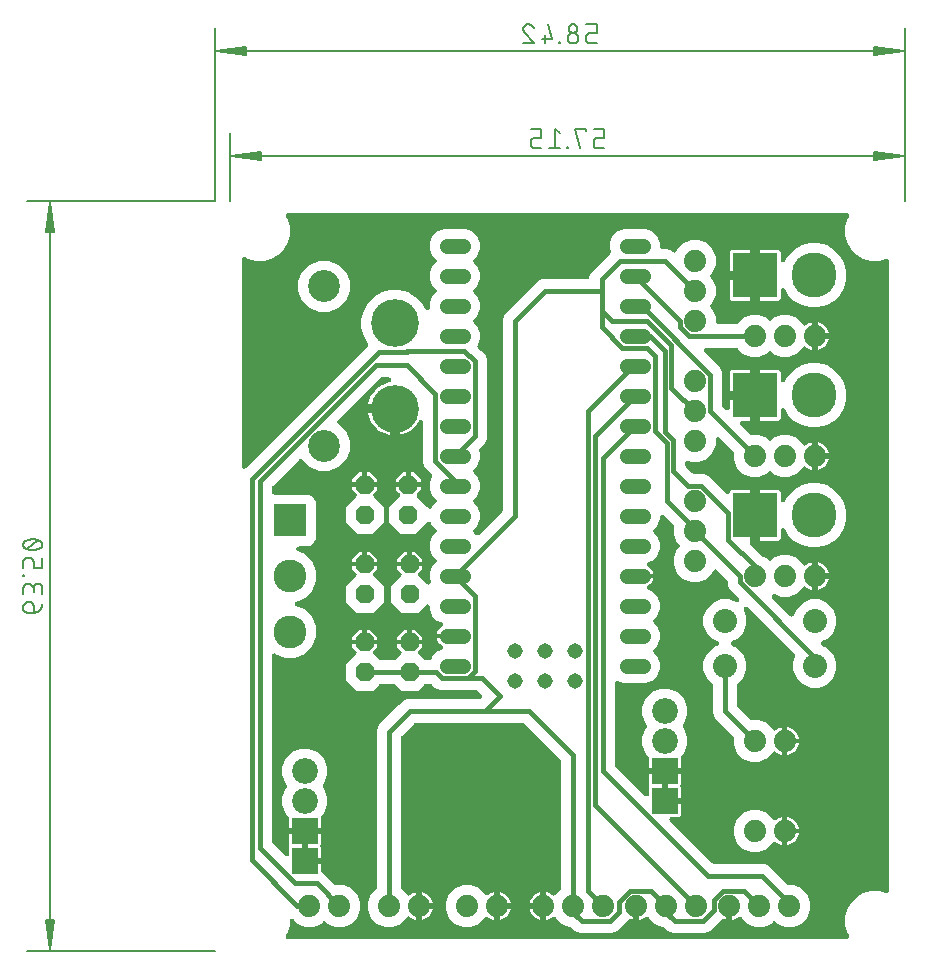
<source format=gbr>
G04 EAGLE Gerber RS-274X export*
G75*
%MOMM*%
%FSLAX34Y34*%
%LPD*%
%INBottom Copper*%
%IPPOS*%
%AMOC8*
5,1,8,0,0,1.08239X$1,22.5*%
G01*
%ADD10C,0.130000*%
%ADD11C,0.152400*%
%ADD12C,1.879600*%
%ADD13P,1.732040X8X112.500000*%
%ADD14C,1.308000*%
%ADD15C,1.308000*%
%ADD16R,2.775000X2.775000*%
%ADD17C,2.775000*%
%ADD18R,2.184400X2.184400*%
%ADD19C,2.184400*%
%ADD20C,2.032000*%
%ADD21C,4.050000*%
%ADD22C,2.700000*%
%ADD23C,3.816000*%
%ADD24R,3.816000X3.816000*%
%ADD25C,0.406400*%

G36*
X522473Y10175D02*
X522473Y10175D01*
X522619Y10182D01*
X522673Y10195D01*
X522728Y10201D01*
X522868Y10244D01*
X523009Y10279D01*
X523060Y10302D01*
X523113Y10319D01*
X523241Y10388D01*
X523373Y10451D01*
X523418Y10484D01*
X523467Y10511D01*
X523579Y10604D01*
X523696Y10691D01*
X523733Y10733D01*
X523776Y10768D01*
X523868Y10882D01*
X523965Y10991D01*
X523993Y11039D01*
X524028Y11082D01*
X524095Y11212D01*
X524170Y11338D01*
X524188Y11390D01*
X524214Y11439D01*
X524254Y11580D01*
X524302Y11718D01*
X524310Y11773D01*
X524325Y11826D01*
X524337Y11972D01*
X524357Y12117D01*
X524354Y12172D01*
X524358Y12228D01*
X524341Y12373D01*
X524332Y12519D01*
X524318Y12572D01*
X524311Y12627D01*
X524266Y12766D01*
X524228Y12908D01*
X524201Y12965D01*
X524186Y13010D01*
X524145Y13083D01*
X524086Y13208D01*
X522654Y15688D01*
X520939Y22088D01*
X520939Y28712D01*
X522654Y35112D01*
X525966Y40849D01*
X530651Y45534D01*
X536388Y48846D01*
X542788Y50561D01*
X549412Y50561D01*
X555482Y48934D01*
X555563Y48921D01*
X555642Y48898D01*
X555762Y48888D01*
X555880Y48869D01*
X555962Y48872D01*
X556044Y48865D01*
X556162Y48879D01*
X556282Y48884D01*
X556362Y48903D01*
X556443Y48912D01*
X556557Y48949D01*
X556674Y48977D01*
X556748Y49012D01*
X556826Y49037D01*
X556931Y49096D01*
X557039Y49146D01*
X557105Y49195D01*
X557177Y49235D01*
X557267Y49313D01*
X557364Y49384D01*
X557419Y49444D01*
X557482Y49498D01*
X557555Y49593D01*
X557636Y49681D01*
X557678Y49752D01*
X557728Y49816D01*
X557782Y49923D01*
X557843Y50026D01*
X557871Y50103D01*
X557908Y50177D01*
X557939Y50292D01*
X557979Y50405D01*
X557991Y50486D01*
X558012Y50566D01*
X558025Y50718D01*
X558037Y50803D01*
X558035Y50844D01*
X558039Y50896D01*
X558039Y584104D01*
X558031Y584185D01*
X558033Y584268D01*
X558011Y584385D01*
X557999Y584504D01*
X557975Y584583D01*
X557961Y584664D01*
X557916Y584775D01*
X557881Y584889D01*
X557842Y584962D01*
X557812Y585038D01*
X557746Y585138D01*
X557689Y585243D01*
X557637Y585306D01*
X557592Y585375D01*
X557508Y585461D01*
X557432Y585553D01*
X557368Y585604D01*
X557310Y585663D01*
X557211Y585730D01*
X557118Y585805D01*
X557045Y585843D01*
X556977Y585889D01*
X556867Y585935D01*
X556761Y585990D01*
X556682Y586013D01*
X556606Y586045D01*
X556489Y586069D01*
X556374Y586102D01*
X556292Y586108D01*
X556211Y586125D01*
X556092Y586125D01*
X555972Y586135D01*
X555891Y586125D01*
X555809Y586125D01*
X555659Y586098D01*
X555573Y586088D01*
X555534Y586075D01*
X555482Y586066D01*
X549412Y584439D01*
X542788Y584439D01*
X536388Y586154D01*
X530651Y589466D01*
X525966Y594151D01*
X522654Y599888D01*
X520939Y606288D01*
X520939Y612912D01*
X522654Y619312D01*
X524028Y621692D01*
X524089Y621826D01*
X524156Y621955D01*
X524171Y622009D01*
X524194Y622059D01*
X524227Y622202D01*
X524267Y622342D01*
X524272Y622398D01*
X524284Y622452D01*
X524288Y622598D01*
X524300Y622744D01*
X524294Y622799D01*
X524295Y622854D01*
X524270Y622998D01*
X524253Y623143D01*
X524236Y623196D01*
X524227Y623251D01*
X524174Y623387D01*
X524129Y623526D01*
X524101Y623575D01*
X524081Y623626D01*
X524003Y623749D01*
X523931Y623877D01*
X523894Y623919D01*
X523865Y623966D01*
X523763Y624071D01*
X523668Y624182D01*
X523624Y624215D01*
X523585Y624256D01*
X523465Y624339D01*
X523349Y624428D01*
X523300Y624453D01*
X523254Y624485D01*
X523120Y624542D01*
X522989Y624608D01*
X522935Y624622D01*
X522884Y624644D01*
X522741Y624674D01*
X522600Y624712D01*
X522537Y624717D01*
X522490Y624727D01*
X522407Y624728D01*
X522269Y624739D01*
X49231Y624739D01*
X49085Y624725D01*
X48939Y624718D01*
X48885Y624705D01*
X48830Y624699D01*
X48690Y624656D01*
X48548Y624621D01*
X48498Y624598D01*
X48445Y624581D01*
X48317Y624512D01*
X48184Y624449D01*
X48140Y624416D01*
X48091Y624389D01*
X47979Y624296D01*
X47861Y624209D01*
X47824Y624167D01*
X47782Y624132D01*
X47690Y624018D01*
X47592Y623909D01*
X47564Y623861D01*
X47529Y623818D01*
X47462Y623688D01*
X47388Y623562D01*
X47369Y623510D01*
X47344Y623461D01*
X47304Y623320D01*
X47255Y623182D01*
X47248Y623127D01*
X47233Y623074D01*
X47221Y622928D01*
X47201Y622783D01*
X47204Y622728D01*
X47200Y622672D01*
X47217Y622527D01*
X47226Y622381D01*
X47240Y622328D01*
X47247Y622273D01*
X47292Y622134D01*
X47330Y621992D01*
X47357Y621935D01*
X47371Y621890D01*
X47413Y621817D01*
X47472Y621692D01*
X48846Y619312D01*
X50561Y612912D01*
X50561Y606288D01*
X48846Y599888D01*
X45534Y594151D01*
X40849Y589466D01*
X35112Y586154D01*
X28712Y584439D01*
X22088Y584439D01*
X15688Y586154D01*
X13208Y587586D01*
X13074Y587647D01*
X12945Y587714D01*
X12891Y587729D01*
X12841Y587752D01*
X12698Y587785D01*
X12558Y587825D01*
X12502Y587830D01*
X12448Y587842D01*
X12302Y587846D01*
X12156Y587858D01*
X12101Y587852D01*
X12046Y587853D01*
X11901Y587828D01*
X11757Y587811D01*
X11704Y587794D01*
X11649Y587784D01*
X11513Y587732D01*
X11374Y587686D01*
X11325Y587659D01*
X11274Y587639D01*
X11151Y587560D01*
X11023Y587488D01*
X10981Y587452D01*
X10934Y587422D01*
X10829Y587321D01*
X10718Y587225D01*
X10684Y587181D01*
X10644Y587143D01*
X10561Y587023D01*
X10472Y586907D01*
X10447Y586858D01*
X10415Y586812D01*
X10357Y586677D01*
X10292Y586547D01*
X10278Y586493D01*
X10256Y586442D01*
X10226Y586299D01*
X10188Y586158D01*
X10183Y586095D01*
X10173Y586048D01*
X10172Y585964D01*
X10161Y585827D01*
X10161Y410434D01*
X10162Y410425D01*
X10161Y410416D01*
X10182Y410223D01*
X10201Y410033D01*
X10203Y410025D01*
X10204Y410016D01*
X10263Y409831D01*
X10319Y409648D01*
X10323Y409641D01*
X10326Y409632D01*
X10419Y409464D01*
X10511Y409294D01*
X10516Y409288D01*
X10521Y409280D01*
X10645Y409133D01*
X10768Y408985D01*
X10775Y408980D01*
X10781Y408973D01*
X10933Y408853D01*
X11082Y408733D01*
X11090Y408729D01*
X11097Y408723D01*
X11270Y408635D01*
X11439Y408547D01*
X11448Y408545D01*
X11456Y408541D01*
X11642Y408489D01*
X11826Y408436D01*
X11835Y408435D01*
X11844Y408433D01*
X12037Y408419D01*
X12228Y408403D01*
X12236Y408404D01*
X12245Y408403D01*
X12438Y408428D01*
X12627Y408450D01*
X12636Y408453D01*
X12645Y408454D01*
X12827Y408515D01*
X13010Y408575D01*
X13018Y408579D01*
X13026Y408582D01*
X13193Y408678D01*
X13361Y408773D01*
X13368Y408779D01*
X13375Y408783D01*
X13628Y408998D01*
X116444Y511813D01*
X116542Y511933D01*
X116645Y512048D01*
X116669Y512088D01*
X116699Y512124D01*
X116771Y512261D01*
X116850Y512395D01*
X116865Y512439D01*
X116887Y512480D01*
X116931Y512629D01*
X116982Y512775D01*
X116989Y512821D01*
X117002Y512866D01*
X117016Y513021D01*
X117037Y513174D01*
X117034Y513220D01*
X117038Y513267D01*
X117022Y513422D01*
X117012Y513576D01*
X117000Y513621D01*
X116995Y513667D01*
X116948Y513815D01*
X116908Y513965D01*
X116886Y514012D01*
X116873Y514051D01*
X116832Y514127D01*
X116766Y514265D01*
X113255Y520346D01*
X111321Y527564D01*
X111321Y535036D01*
X113255Y542254D01*
X116991Y548725D01*
X122275Y554009D01*
X128746Y557745D01*
X135964Y559679D01*
X143436Y559679D01*
X150654Y557745D01*
X157125Y554009D01*
X162409Y548725D01*
X165501Y543369D01*
X165544Y543309D01*
X165579Y543245D01*
X165661Y543146D01*
X165736Y543042D01*
X165789Y542992D01*
X165836Y542936D01*
X165936Y542855D01*
X166031Y542768D01*
X166093Y542729D01*
X166150Y542683D01*
X166264Y542624D01*
X166374Y542557D01*
X166442Y542532D01*
X166507Y542498D01*
X166631Y542462D01*
X166751Y542418D01*
X166824Y542407D01*
X166894Y542387D01*
X167023Y542376D01*
X167149Y542356D01*
X167222Y542360D01*
X167296Y542354D01*
X167423Y542369D01*
X167552Y542374D01*
X167623Y542392D01*
X167695Y542401D01*
X167818Y542440D01*
X167942Y542471D01*
X168008Y542503D01*
X168078Y542525D01*
X168190Y542589D01*
X168306Y542644D01*
X168365Y542687D01*
X168429Y542723D01*
X168526Y542807D01*
X168629Y542884D01*
X168678Y542939D01*
X168734Y542986D01*
X168812Y543088D01*
X168898Y543184D01*
X168935Y543247D01*
X168980Y543305D01*
X169037Y543420D01*
X169103Y543530D01*
X169127Y543600D01*
X169160Y543665D01*
X169193Y543789D01*
X169235Y543911D01*
X169245Y543983D01*
X169264Y544054D01*
X169278Y544223D01*
X169290Y544309D01*
X169288Y544342D01*
X169291Y544385D01*
X169291Y549018D01*
X171524Y554409D01*
X174479Y557364D01*
X174490Y557378D01*
X174504Y557389D01*
X174617Y557533D01*
X174734Y557675D01*
X174742Y557691D01*
X174753Y557705D01*
X174837Y557869D01*
X174923Y558031D01*
X174928Y558048D01*
X174936Y558064D01*
X174985Y558241D01*
X175037Y558417D01*
X175039Y558435D01*
X175044Y558452D01*
X175057Y558635D01*
X175074Y558818D01*
X175072Y558836D01*
X175073Y558853D01*
X175050Y559035D01*
X175030Y559218D01*
X175025Y559235D01*
X175023Y559253D01*
X174964Y559427D01*
X174909Y559602D01*
X174900Y559618D01*
X174895Y559634D01*
X174803Y559794D01*
X174714Y559954D01*
X174703Y559968D01*
X174694Y559983D01*
X174479Y560236D01*
X171524Y563191D01*
X169291Y568582D01*
X169291Y574418D01*
X171524Y579809D01*
X174479Y582764D01*
X174490Y582778D01*
X174504Y582789D01*
X174617Y582933D01*
X174734Y583075D01*
X174742Y583091D01*
X174753Y583105D01*
X174837Y583269D01*
X174923Y583431D01*
X174928Y583448D01*
X174936Y583464D01*
X174985Y583641D01*
X175037Y583817D01*
X175039Y583835D01*
X175044Y583852D01*
X175057Y584035D01*
X175074Y584218D01*
X175072Y584236D01*
X175073Y584253D01*
X175050Y584435D01*
X175030Y584618D01*
X175025Y584635D01*
X175023Y584653D01*
X174964Y584827D01*
X174909Y585002D01*
X174900Y585018D01*
X174895Y585034D01*
X174803Y585194D01*
X174714Y585354D01*
X174703Y585368D01*
X174694Y585383D01*
X174479Y585636D01*
X171524Y588591D01*
X169291Y593982D01*
X169291Y599818D01*
X171524Y605209D01*
X175651Y609336D01*
X176138Y609537D01*
X176138Y609538D01*
X181042Y611569D01*
X199958Y611569D01*
X205349Y609336D01*
X209476Y605209D01*
X211709Y599818D01*
X211709Y593982D01*
X209476Y588591D01*
X206521Y585636D01*
X206510Y585623D01*
X206496Y585611D01*
X206382Y585467D01*
X206266Y585325D01*
X206258Y585309D01*
X206247Y585295D01*
X206163Y585131D01*
X206077Y584969D01*
X206072Y584952D01*
X206064Y584936D01*
X206015Y584759D01*
X205963Y584583D01*
X205961Y584565D01*
X205956Y584548D01*
X205943Y584365D01*
X205926Y584182D01*
X205928Y584164D01*
X205927Y584147D01*
X205950Y583965D01*
X205970Y583782D01*
X205975Y583765D01*
X205977Y583747D01*
X206035Y583574D01*
X206091Y583398D01*
X206100Y583382D01*
X206105Y583366D01*
X206197Y583206D01*
X206286Y583046D01*
X206297Y583032D01*
X206306Y583017D01*
X206521Y582764D01*
X209476Y579809D01*
X211709Y574418D01*
X211709Y568582D01*
X209476Y563191D01*
X206521Y560236D01*
X206510Y560223D01*
X206496Y560211D01*
X206382Y560067D01*
X206266Y559925D01*
X206258Y559909D01*
X206247Y559895D01*
X206163Y559730D01*
X206077Y559569D01*
X206072Y559552D01*
X206064Y559536D01*
X206015Y559359D01*
X205963Y559183D01*
X205961Y559165D01*
X205956Y559148D01*
X205943Y558965D01*
X205926Y558782D01*
X205928Y558764D01*
X205927Y558747D01*
X205950Y558565D01*
X205970Y558382D01*
X205975Y558365D01*
X205977Y558347D01*
X206035Y558174D01*
X206091Y557998D01*
X206100Y557982D01*
X206105Y557966D01*
X206197Y557806D01*
X206286Y557646D01*
X206297Y557632D01*
X206306Y557617D01*
X206521Y557364D01*
X209476Y554409D01*
X211709Y549018D01*
X211709Y543182D01*
X209476Y537791D01*
X206521Y534836D01*
X206510Y534822D01*
X206496Y534811D01*
X206383Y534667D01*
X206266Y534525D01*
X206258Y534509D01*
X206247Y534495D01*
X206163Y534331D01*
X206077Y534169D01*
X206072Y534152D01*
X206064Y534136D01*
X206015Y533959D01*
X205963Y533783D01*
X205961Y533765D01*
X205956Y533748D01*
X205943Y533565D01*
X205926Y533382D01*
X205928Y533364D01*
X205927Y533347D01*
X205950Y533165D01*
X205970Y532982D01*
X205975Y532965D01*
X205977Y532947D01*
X206036Y532773D01*
X206091Y532598D01*
X206100Y532582D01*
X206105Y532566D01*
X206197Y532406D01*
X206286Y532246D01*
X206297Y532232D01*
X206306Y532217D01*
X206521Y531964D01*
X209476Y529009D01*
X211709Y523618D01*
X211709Y517782D01*
X209737Y513023D01*
X209731Y513002D01*
X209721Y512982D01*
X209673Y512810D01*
X209621Y512638D01*
X209619Y512616D01*
X209613Y512594D01*
X209600Y512415D01*
X209583Y512237D01*
X209585Y512215D01*
X209584Y512193D01*
X209606Y512014D01*
X209625Y511837D01*
X209631Y511815D01*
X209634Y511793D01*
X209691Y511622D01*
X209744Y511452D01*
X209755Y511433D01*
X209762Y511411D01*
X209852Y511256D01*
X209938Y511099D01*
X209952Y511082D01*
X209963Y511063D01*
X210178Y510810D01*
X212606Y508381D01*
X215750Y505238D01*
X217297Y501503D01*
X217297Y433715D01*
X215750Y429980D01*
X211520Y425750D01*
X211506Y425733D01*
X211489Y425719D01*
X211378Y425578D01*
X211265Y425439D01*
X211254Y425419D01*
X211241Y425402D01*
X211160Y425241D01*
X211076Y425083D01*
X211070Y425062D01*
X211060Y425042D01*
X211012Y424869D01*
X210961Y424697D01*
X210959Y424675D01*
X210953Y424654D01*
X210941Y424475D01*
X210925Y424296D01*
X210927Y424274D01*
X210926Y424252D01*
X210949Y424074D01*
X210968Y423896D01*
X210975Y423875D01*
X210978Y423853D01*
X211080Y423537D01*
X211709Y422018D01*
X211709Y416182D01*
X209476Y410791D01*
X206521Y407836D01*
X206510Y407822D01*
X206496Y407811D01*
X206382Y407667D01*
X206266Y407525D01*
X206258Y407509D01*
X206247Y407495D01*
X206163Y407331D01*
X206077Y407169D01*
X206072Y407152D01*
X206064Y407136D01*
X206015Y406959D01*
X205963Y406783D01*
X205961Y406765D01*
X205956Y406748D01*
X205943Y406565D01*
X205926Y406382D01*
X205928Y406364D01*
X205927Y406347D01*
X205950Y406165D01*
X205970Y405982D01*
X205975Y405965D01*
X205977Y405947D01*
X206035Y405774D01*
X206091Y405598D01*
X206100Y405582D01*
X206105Y405566D01*
X206197Y405406D01*
X206286Y405246D01*
X206297Y405232D01*
X206306Y405217D01*
X206521Y404964D01*
X209476Y402009D01*
X211709Y396618D01*
X211709Y390782D01*
X209476Y385391D01*
X206521Y382436D01*
X206510Y382423D01*
X206496Y382411D01*
X206382Y382267D01*
X206266Y382125D01*
X206258Y382109D01*
X206247Y382095D01*
X206163Y381931D01*
X206077Y381769D01*
X206072Y381752D01*
X206064Y381736D01*
X206015Y381559D01*
X205963Y381383D01*
X205961Y381365D01*
X205956Y381348D01*
X205943Y381165D01*
X205926Y380982D01*
X205928Y380964D01*
X205927Y380947D01*
X205950Y380765D01*
X205970Y380582D01*
X205975Y380565D01*
X205977Y380547D01*
X206035Y380374D01*
X206091Y380198D01*
X206100Y380182D01*
X206105Y380166D01*
X206197Y380006D01*
X206286Y379846D01*
X206297Y379832D01*
X206306Y379817D01*
X206521Y379564D01*
X209476Y376609D01*
X211709Y371218D01*
X211709Y365382D01*
X209476Y359991D01*
X206521Y357036D01*
X206510Y357023D01*
X206496Y357011D01*
X206382Y356867D01*
X206266Y356725D01*
X206258Y356709D01*
X206247Y356695D01*
X206163Y356531D01*
X206077Y356369D01*
X206072Y356352D01*
X206064Y356336D01*
X206015Y356159D01*
X205963Y355983D01*
X205961Y355965D01*
X205956Y355948D01*
X205943Y355765D01*
X205926Y355582D01*
X205928Y355564D01*
X205927Y355547D01*
X205950Y355365D01*
X205970Y355182D01*
X205975Y355165D01*
X205977Y355147D01*
X206035Y354974D01*
X206091Y354798D01*
X206100Y354782D01*
X206105Y354766D01*
X206197Y354606D01*
X206286Y354446D01*
X206297Y354432D01*
X206306Y354417D01*
X206521Y354164D01*
X208221Y352463D01*
X208235Y352452D01*
X208247Y352438D01*
X208391Y352325D01*
X208533Y352208D01*
X208549Y352200D01*
X208563Y352189D01*
X208727Y352105D01*
X208889Y352020D01*
X208906Y352015D01*
X208922Y352007D01*
X209099Y351957D01*
X209274Y351905D01*
X209292Y351903D01*
X209309Y351899D01*
X209493Y351885D01*
X209675Y351869D01*
X209693Y351870D01*
X209711Y351869D01*
X209893Y351892D01*
X210076Y351912D01*
X210093Y351917D01*
X210110Y351920D01*
X210284Y351978D01*
X210460Y352033D01*
X210475Y352042D01*
X210492Y352048D01*
X210652Y352140D01*
X210812Y352228D01*
X210825Y352240D01*
X210841Y352249D01*
X211094Y352463D01*
X230544Y371914D01*
X230561Y371934D01*
X230582Y371952D01*
X230689Y372090D01*
X230799Y372225D01*
X230812Y372249D01*
X230828Y372270D01*
X230906Y372427D01*
X230988Y372581D01*
X230996Y372606D01*
X231008Y372631D01*
X231053Y372800D01*
X231103Y372967D01*
X231105Y372993D01*
X231112Y373019D01*
X231139Y373350D01*
X231139Y535421D01*
X232686Y539156D01*
X260944Y567414D01*
X264679Y568961D01*
X302452Y568961D01*
X302470Y568963D01*
X302488Y568961D01*
X302670Y568982D01*
X302853Y569001D01*
X302870Y569006D01*
X302887Y569008D01*
X303062Y569065D01*
X303238Y569119D01*
X303253Y569127D01*
X303270Y569133D01*
X303430Y569223D01*
X303592Y569311D01*
X303605Y569322D01*
X303621Y569331D01*
X303760Y569451D01*
X303901Y569568D01*
X303912Y569582D01*
X303926Y569594D01*
X304038Y569739D01*
X304153Y569882D01*
X304161Y569898D01*
X304172Y569912D01*
X304254Y570077D01*
X304339Y570239D01*
X304344Y570256D01*
X304352Y570272D01*
X304399Y570451D01*
X304411Y570491D01*
X306030Y574400D01*
X309174Y577544D01*
X321880Y590250D01*
X321894Y590267D01*
X321911Y590281D01*
X322022Y590422D01*
X322135Y590561D01*
X322146Y590581D01*
X322159Y590598D01*
X322240Y590759D01*
X322324Y590917D01*
X322330Y590938D01*
X322340Y590958D01*
X322388Y591131D01*
X322439Y591303D01*
X322441Y591325D01*
X322447Y591346D01*
X322459Y591525D01*
X322475Y591704D01*
X322473Y591726D01*
X322474Y591748D01*
X322451Y591926D01*
X322432Y592104D01*
X322425Y592125D01*
X322422Y592147D01*
X322320Y592463D01*
X321691Y593982D01*
X321691Y599818D01*
X323924Y605209D01*
X328051Y609336D01*
X328538Y609537D01*
X328538Y609538D01*
X333442Y611569D01*
X352358Y611569D01*
X357749Y609336D01*
X361876Y605209D01*
X364109Y599818D01*
X364109Y596392D01*
X364111Y596374D01*
X364109Y596356D01*
X364130Y596174D01*
X364149Y595991D01*
X364154Y595974D01*
X364156Y595957D01*
X364213Y595782D01*
X364267Y595606D01*
X364275Y595591D01*
X364281Y595574D01*
X364371Y595414D01*
X364459Y595252D01*
X364470Y595239D01*
X364479Y595223D01*
X364599Y595084D01*
X364716Y594943D01*
X364730Y594932D01*
X364742Y594918D01*
X364887Y594806D01*
X365030Y594691D01*
X365046Y594683D01*
X365060Y594672D01*
X365225Y594590D01*
X365387Y594505D01*
X365404Y594500D01*
X365420Y594492D01*
X365599Y594445D01*
X365774Y594394D01*
X365792Y594392D01*
X365809Y594388D01*
X366140Y594361D01*
X370321Y594361D01*
X374056Y592814D01*
X374905Y591964D01*
X374916Y591956D01*
X374924Y591945D01*
X375071Y591828D01*
X375217Y591709D01*
X375229Y591703D01*
X375239Y591694D01*
X375406Y591609D01*
X375572Y591520D01*
X375585Y591517D01*
X375597Y591511D01*
X375778Y591459D01*
X375958Y591406D01*
X375972Y591404D01*
X375985Y591401D01*
X376170Y591386D01*
X376359Y591369D01*
X376373Y591371D01*
X376386Y591370D01*
X376571Y591392D01*
X376760Y591413D01*
X376772Y591417D01*
X376786Y591418D01*
X376963Y591477D01*
X377143Y591534D01*
X377155Y591541D01*
X377168Y591545D01*
X377331Y591638D01*
X377496Y591729D01*
X377506Y591738D01*
X377518Y591744D01*
X377660Y591869D01*
X377803Y591990D01*
X377811Y592000D01*
X377821Y592009D01*
X377936Y592158D01*
X378052Y592305D01*
X378058Y592317D01*
X378067Y592328D01*
X378218Y592623D01*
X378842Y594128D01*
X383772Y599058D01*
X384551Y599381D01*
X390214Y601727D01*
X397186Y601727D01*
X403628Y599058D01*
X408558Y594128D01*
X411227Y587686D01*
X411227Y580714D01*
X408558Y574272D01*
X407223Y572936D01*
X407212Y572923D01*
X407198Y572911D01*
X407084Y572766D01*
X406968Y572625D01*
X406959Y572609D01*
X406948Y572595D01*
X406865Y572431D01*
X406779Y572269D01*
X406774Y572252D01*
X406766Y572236D01*
X406717Y572059D01*
X406664Y571883D01*
X406663Y571865D01*
X406658Y571848D01*
X406645Y571665D01*
X406628Y571482D01*
X406630Y571464D01*
X406629Y571447D01*
X406652Y571265D01*
X406671Y571082D01*
X406677Y571065D01*
X406679Y571047D01*
X406737Y570874D01*
X406793Y570698D01*
X406802Y570682D01*
X406807Y570666D01*
X406899Y570507D01*
X406988Y570346D01*
X406999Y570332D01*
X407008Y570317D01*
X407223Y570064D01*
X408558Y568728D01*
X411227Y562286D01*
X411227Y555314D01*
X408558Y548872D01*
X407223Y547536D01*
X407212Y547523D01*
X407198Y547511D01*
X407084Y547366D01*
X406968Y547225D01*
X406959Y547209D01*
X406948Y547195D01*
X406865Y547031D01*
X406779Y546869D01*
X406774Y546852D01*
X406766Y546836D01*
X406717Y546659D01*
X406664Y546483D01*
X406663Y546465D01*
X406658Y546448D01*
X406645Y546265D01*
X406628Y546082D01*
X406630Y546064D01*
X406629Y546047D01*
X406652Y545865D01*
X406671Y545682D01*
X406677Y545665D01*
X406679Y545647D01*
X406737Y545474D01*
X406793Y545298D01*
X406802Y545282D01*
X406807Y545266D01*
X406899Y545107D01*
X406988Y544946D01*
X406999Y544932D01*
X407008Y544917D01*
X407223Y544664D01*
X408558Y543328D01*
X411227Y536886D01*
X411227Y532892D01*
X411229Y532874D01*
X411227Y532856D01*
X411248Y532674D01*
X411267Y532491D01*
X411272Y532474D01*
X411274Y532457D01*
X411331Y532282D01*
X411385Y532106D01*
X411393Y532091D01*
X411399Y532074D01*
X411489Y531914D01*
X411577Y531752D01*
X411588Y531739D01*
X411597Y531723D01*
X411717Y531584D01*
X411834Y531443D01*
X411848Y531432D01*
X411860Y531418D01*
X412005Y531306D01*
X412148Y531191D01*
X412164Y531183D01*
X412178Y531172D01*
X412343Y531090D01*
X412505Y531005D01*
X412522Y531000D01*
X412538Y530992D01*
X412717Y530945D01*
X412892Y530894D01*
X412910Y530892D01*
X412927Y530888D01*
X413258Y530861D01*
X429033Y530861D01*
X429059Y530863D01*
X429086Y530861D01*
X429260Y530883D01*
X429433Y530901D01*
X429459Y530908D01*
X429486Y530912D01*
X429651Y530967D01*
X429818Y531019D01*
X429842Y531032D01*
X429867Y531040D01*
X430019Y531127D01*
X430172Y531211D01*
X430193Y531228D01*
X430216Y531241D01*
X430469Y531456D01*
X434572Y535558D01*
X441014Y538227D01*
X447986Y538227D01*
X454428Y535558D01*
X455764Y534223D01*
X455777Y534212D01*
X455789Y534198D01*
X455934Y534084D01*
X456075Y533968D01*
X456091Y533959D01*
X456105Y533948D01*
X456269Y533865D01*
X456431Y533779D01*
X456448Y533774D01*
X456464Y533766D01*
X456641Y533717D01*
X456817Y533664D01*
X456835Y533663D01*
X456852Y533658D01*
X457035Y533645D01*
X457218Y533628D01*
X457236Y533630D01*
X457253Y533629D01*
X457435Y533652D01*
X457618Y533671D01*
X457635Y533677D01*
X457653Y533679D01*
X457826Y533737D01*
X458002Y533793D01*
X458018Y533802D01*
X458034Y533807D01*
X458193Y533899D01*
X458354Y533988D01*
X458368Y533999D01*
X458383Y534008D01*
X458636Y534223D01*
X459972Y535558D01*
X466414Y538227D01*
X473386Y538227D01*
X479828Y535558D01*
X484812Y530574D01*
X484863Y530479D01*
X484899Y530436D01*
X484928Y530388D01*
X485027Y530281D01*
X485120Y530168D01*
X485163Y530133D01*
X485201Y530092D01*
X485319Y530006D01*
X485432Y529914D01*
X485482Y529889D01*
X485527Y529856D01*
X485660Y529795D01*
X485789Y529727D01*
X485842Y529712D01*
X485893Y529689D01*
X486035Y529655D01*
X486175Y529614D01*
X486231Y529609D01*
X486285Y529597D01*
X486431Y529592D01*
X486577Y529580D01*
X486632Y529586D01*
X486687Y529584D01*
X486832Y529608D01*
X486977Y529625D01*
X487030Y529642D01*
X487085Y529651D01*
X487221Y529703D01*
X487360Y529748D01*
X487408Y529775D01*
X487461Y529795D01*
X487644Y529906D01*
X487711Y529944D01*
X487725Y529956D01*
X487744Y529967D01*
X489043Y530911D01*
X490717Y531764D01*
X492504Y532345D01*
X492761Y532385D01*
X492761Y521208D01*
X492762Y521190D01*
X492761Y521173D01*
X492782Y520990D01*
X492801Y520808D01*
X492806Y520791D01*
X492808Y520773D01*
X492833Y520695D01*
X492794Y520558D01*
X492792Y520540D01*
X492788Y520523D01*
X492761Y520192D01*
X492761Y509015D01*
X492504Y509055D01*
X490717Y509636D01*
X489043Y510489D01*
X487744Y511433D01*
X487696Y511461D01*
X487652Y511495D01*
X487522Y511562D01*
X487396Y511636D01*
X487344Y511654D01*
X487294Y511679D01*
X487154Y511719D01*
X487016Y511767D01*
X486960Y511774D01*
X486907Y511789D01*
X486761Y511800D01*
X486616Y511820D01*
X486561Y511816D01*
X486505Y511820D01*
X486360Y511802D01*
X486215Y511793D01*
X486161Y511778D01*
X486106Y511771D01*
X485967Y511725D01*
X485826Y511687D01*
X485776Y511662D01*
X485724Y511645D01*
X485597Y511572D01*
X485466Y511507D01*
X485422Y511473D01*
X485374Y511445D01*
X485264Y511349D01*
X485149Y511260D01*
X485112Y511217D01*
X485070Y511181D01*
X484981Y511065D01*
X484886Y510954D01*
X484859Y510906D01*
X484825Y510862D01*
X484800Y510814D01*
X479828Y505842D01*
X474408Y503596D01*
X473386Y503173D01*
X466414Y503173D01*
X459972Y505842D01*
X458636Y507177D01*
X458622Y507188D01*
X458611Y507202D01*
X458467Y507316D01*
X458325Y507432D01*
X458309Y507441D01*
X458295Y507452D01*
X458131Y507535D01*
X457969Y507621D01*
X457952Y507626D01*
X457936Y507634D01*
X457759Y507683D01*
X457583Y507736D01*
X457565Y507737D01*
X457548Y507742D01*
X457365Y507755D01*
X457182Y507772D01*
X457164Y507770D01*
X457147Y507771D01*
X456965Y507748D01*
X456782Y507729D01*
X456765Y507723D01*
X456747Y507721D01*
X456573Y507663D01*
X456398Y507607D01*
X456382Y507598D01*
X456366Y507593D01*
X456207Y507501D01*
X456046Y507412D01*
X456032Y507401D01*
X456017Y507392D01*
X455764Y507177D01*
X454428Y505842D01*
X449008Y503596D01*
X447986Y503173D01*
X441014Y503173D01*
X434572Y505842D01*
X430469Y509944D01*
X430448Y509961D01*
X430431Y509982D01*
X430293Y510089D01*
X430158Y510199D01*
X430134Y510212D01*
X430113Y510228D01*
X429956Y510306D01*
X429802Y510388D01*
X429776Y510396D01*
X429752Y510408D01*
X429583Y510453D01*
X429416Y510503D01*
X429389Y510505D01*
X429364Y510512D01*
X429033Y510539D01*
X403354Y510539D01*
X403345Y510538D01*
X403336Y510539D01*
X403143Y510518D01*
X402953Y510499D01*
X402945Y510497D01*
X402936Y510496D01*
X402752Y510438D01*
X402568Y510381D01*
X402560Y510377D01*
X402552Y510374D01*
X402384Y510282D01*
X402214Y510189D01*
X402207Y510184D01*
X402200Y510179D01*
X402052Y510055D01*
X401905Y509932D01*
X401899Y509925D01*
X401893Y509919D01*
X401773Y509767D01*
X401653Y509618D01*
X401648Y509610D01*
X401643Y509603D01*
X401555Y509430D01*
X401467Y509261D01*
X401465Y509252D01*
X401461Y509244D01*
X401409Y509058D01*
X401356Y508874D01*
X401355Y508865D01*
X401353Y508856D01*
X401338Y508663D01*
X401323Y508472D01*
X401324Y508464D01*
X401323Y508455D01*
X401348Y508260D01*
X401370Y508073D01*
X401372Y508064D01*
X401374Y508055D01*
X401435Y507872D01*
X401495Y507690D01*
X401499Y507682D01*
X401502Y507674D01*
X401598Y507507D01*
X401692Y507339D01*
X401698Y507332D01*
X401703Y507325D01*
X401917Y507072D01*
X415268Y493721D01*
X416815Y489987D01*
X416815Y461996D01*
X416817Y461970D01*
X416815Y461943D01*
X416837Y461769D01*
X416855Y461595D01*
X416862Y461570D01*
X416866Y461543D01*
X416922Y461377D01*
X416973Y461211D01*
X416985Y461187D01*
X416994Y461162D01*
X417082Y461009D01*
X417165Y460857D01*
X417182Y460836D01*
X417195Y460813D01*
X417410Y460560D01*
X419612Y458358D01*
X419619Y458352D01*
X419624Y458345D01*
X419774Y458225D01*
X419923Y458103D01*
X419931Y458098D01*
X419938Y458093D01*
X420108Y458004D01*
X420279Y457914D01*
X420288Y457911D01*
X420295Y457907D01*
X420480Y457854D01*
X420665Y457799D01*
X420674Y457798D01*
X420682Y457796D01*
X420873Y457780D01*
X421066Y457763D01*
X421075Y457764D01*
X421084Y457763D01*
X421273Y457785D01*
X421466Y457806D01*
X421475Y457809D01*
X421483Y457810D01*
X421665Y457869D01*
X421850Y457928D01*
X421858Y457932D01*
X421866Y457935D01*
X422035Y458030D01*
X422202Y458123D01*
X422209Y458128D01*
X422217Y458133D01*
X422362Y458258D01*
X422509Y458383D01*
X422515Y458390D01*
X422522Y458396D01*
X422639Y458547D01*
X422759Y458699D01*
X422763Y458707D01*
X422768Y458714D01*
X422854Y458886D01*
X422941Y459058D01*
X422944Y459066D01*
X422948Y459075D01*
X422997Y459259D01*
X423049Y459446D01*
X423050Y459455D01*
X423052Y459463D01*
X423079Y459794D01*
X423079Y466437D01*
X440637Y466437D01*
X440637Y448879D01*
X433994Y448879D01*
X433985Y448878D01*
X433976Y448879D01*
X433783Y448858D01*
X433593Y448839D01*
X433585Y448837D01*
X433576Y448836D01*
X433391Y448777D01*
X433208Y448721D01*
X433201Y448717D01*
X433192Y448714D01*
X433024Y448621D01*
X432854Y448529D01*
X432848Y448524D01*
X432840Y448519D01*
X432693Y448395D01*
X432545Y448272D01*
X432540Y448265D01*
X432533Y448259D01*
X432413Y448107D01*
X432293Y447958D01*
X432289Y447950D01*
X432283Y447943D01*
X432195Y447770D01*
X432107Y447601D01*
X432105Y447592D01*
X432101Y447584D01*
X432049Y447398D01*
X431996Y447214D01*
X431995Y447205D01*
X431993Y447196D01*
X431979Y447003D01*
X431963Y446812D01*
X431964Y446804D01*
X431963Y446795D01*
X431988Y446602D01*
X432010Y446413D01*
X432013Y446404D01*
X432014Y446395D01*
X432075Y446212D01*
X432135Y446030D01*
X432139Y446022D01*
X432142Y446014D01*
X432238Y445847D01*
X432333Y445679D01*
X432339Y445672D01*
X432343Y445665D01*
X432558Y445412D01*
X440748Y437222D01*
X440768Y437205D01*
X440786Y437184D01*
X440924Y437077D01*
X441059Y436967D01*
X441083Y436954D01*
X441104Y436938D01*
X441261Y436860D01*
X441415Y436778D01*
X441440Y436770D01*
X441465Y436758D01*
X441634Y436713D01*
X441801Y436663D01*
X441827Y436661D01*
X441853Y436654D01*
X442184Y436627D01*
X447986Y436627D01*
X454428Y433958D01*
X455764Y432623D01*
X455777Y432612D01*
X455789Y432598D01*
X455934Y432484D01*
X456075Y432368D01*
X456091Y432359D01*
X456105Y432348D01*
X456269Y432265D01*
X456431Y432179D01*
X456448Y432174D01*
X456464Y432166D01*
X456641Y432117D01*
X456817Y432064D01*
X456835Y432063D01*
X456852Y432058D01*
X457035Y432045D01*
X457218Y432028D01*
X457236Y432030D01*
X457253Y432029D01*
X457435Y432052D01*
X457618Y432071D01*
X457635Y432077D01*
X457653Y432079D01*
X457826Y432137D01*
X458002Y432193D01*
X458018Y432202D01*
X458034Y432207D01*
X458193Y432299D01*
X458354Y432388D01*
X458368Y432399D01*
X458383Y432408D01*
X458636Y432623D01*
X459972Y433958D01*
X466414Y436627D01*
X473386Y436627D01*
X479828Y433958D01*
X484812Y428974D01*
X484863Y428879D01*
X484899Y428836D01*
X484928Y428788D01*
X485027Y428681D01*
X485120Y428568D01*
X485163Y428533D01*
X485201Y428492D01*
X485319Y428406D01*
X485432Y428314D01*
X485482Y428289D01*
X485527Y428256D01*
X485660Y428195D01*
X485789Y428127D01*
X485842Y428112D01*
X485893Y428089D01*
X486035Y428055D01*
X486175Y428014D01*
X486231Y428009D01*
X486285Y427997D01*
X486431Y427992D01*
X486577Y427980D01*
X486632Y427986D01*
X486687Y427984D01*
X486832Y428008D01*
X486977Y428025D01*
X487030Y428042D01*
X487085Y428051D01*
X487221Y428103D01*
X487360Y428148D01*
X487408Y428175D01*
X487461Y428195D01*
X487644Y428306D01*
X487711Y428344D01*
X487725Y428356D01*
X487744Y428367D01*
X489043Y429311D01*
X490717Y430164D01*
X492504Y430745D01*
X492761Y430785D01*
X492761Y419608D01*
X492762Y419590D01*
X492761Y419573D01*
X492782Y419390D01*
X492801Y419208D01*
X492806Y419191D01*
X492808Y419173D01*
X492833Y419095D01*
X492794Y418958D01*
X492792Y418940D01*
X492788Y418923D01*
X492761Y418592D01*
X492761Y407415D01*
X492504Y407455D01*
X490717Y408036D01*
X489043Y408889D01*
X487744Y409833D01*
X487696Y409861D01*
X487653Y409895D01*
X487523Y409962D01*
X487397Y410036D01*
X487344Y410054D01*
X487294Y410079D01*
X487154Y410119D01*
X487016Y410167D01*
X486961Y410174D01*
X486907Y410189D01*
X486761Y410200D01*
X486617Y410220D01*
X486561Y410216D01*
X486506Y410220D01*
X486361Y410203D01*
X486215Y410193D01*
X486161Y410178D01*
X486106Y410171D01*
X485967Y410126D01*
X485826Y410087D01*
X485777Y410062D01*
X485724Y410045D01*
X485597Y409972D01*
X485466Y409907D01*
X485422Y409873D01*
X485374Y409846D01*
X485264Y409749D01*
X485149Y409660D01*
X485112Y409618D01*
X485070Y409581D01*
X484981Y409465D01*
X484886Y409354D01*
X484859Y409306D01*
X484825Y409262D01*
X484800Y409214D01*
X479828Y404242D01*
X474499Y402034D01*
X474498Y402034D01*
X473386Y401573D01*
X466414Y401573D01*
X459972Y404242D01*
X458636Y405577D01*
X458622Y405588D01*
X458611Y405602D01*
X458467Y405716D01*
X458325Y405832D01*
X458309Y405841D01*
X458295Y405852D01*
X458131Y405935D01*
X457969Y406021D01*
X457952Y406026D01*
X457936Y406034D01*
X457759Y406083D01*
X457583Y406136D01*
X457565Y406137D01*
X457548Y406142D01*
X457365Y406155D01*
X457182Y406172D01*
X457164Y406170D01*
X457147Y406171D01*
X456965Y406148D01*
X456782Y406129D01*
X456765Y406123D01*
X456747Y406121D01*
X456573Y406063D01*
X456398Y406007D01*
X456382Y405998D01*
X456366Y405993D01*
X456207Y405901D01*
X456046Y405812D01*
X456032Y405801D01*
X456017Y405792D01*
X455764Y405577D01*
X454428Y404242D01*
X449099Y402034D01*
X449098Y402034D01*
X447986Y401573D01*
X441014Y401573D01*
X434572Y404242D01*
X429642Y409172D01*
X426973Y415614D01*
X426973Y421416D01*
X426971Y421443D01*
X426973Y421469D01*
X426951Y421643D01*
X426933Y421817D01*
X426926Y421842D01*
X426922Y421869D01*
X426867Y422034D01*
X426815Y422201D01*
X426802Y422225D01*
X426794Y422250D01*
X426707Y422402D01*
X426623Y422556D01*
X426606Y422576D01*
X426593Y422599D01*
X426378Y422852D01*
X414694Y434536D01*
X414687Y434542D01*
X414682Y434549D01*
X414532Y434669D01*
X414383Y434791D01*
X414375Y434796D01*
X414368Y434801D01*
X414197Y434890D01*
X414027Y434980D01*
X414019Y434983D01*
X414011Y434987D01*
X413825Y435040D01*
X413641Y435095D01*
X413632Y435096D01*
X413624Y435098D01*
X413432Y435114D01*
X413240Y435131D01*
X413231Y435130D01*
X413222Y435131D01*
X413033Y435109D01*
X412840Y435088D01*
X412831Y435085D01*
X412823Y435084D01*
X412641Y435025D01*
X412456Y434966D01*
X412448Y434962D01*
X412440Y434959D01*
X412271Y434864D01*
X412104Y434771D01*
X412097Y434766D01*
X412089Y434761D01*
X411943Y434635D01*
X411797Y434511D01*
X411791Y434504D01*
X411784Y434498D01*
X411667Y434347D01*
X411547Y434195D01*
X411543Y434187D01*
X411538Y434180D01*
X411452Y434008D01*
X411365Y433836D01*
X411362Y433828D01*
X411358Y433819D01*
X411308Y433633D01*
X411257Y433448D01*
X411256Y433439D01*
X411254Y433431D01*
X411227Y433100D01*
X411227Y428314D01*
X408558Y421872D01*
X403628Y416942D01*
X397186Y414273D01*
X390214Y414273D01*
X388381Y415032D01*
X388368Y415036D01*
X388357Y415042D01*
X388176Y415094D01*
X387996Y415149D01*
X387983Y415150D01*
X387970Y415154D01*
X387781Y415169D01*
X387595Y415187D01*
X387582Y415186D01*
X387568Y415187D01*
X387382Y415165D01*
X387195Y415145D01*
X387182Y415141D01*
X387169Y415140D01*
X386991Y415082D01*
X386810Y415025D01*
X386799Y415019D01*
X386786Y415015D01*
X386622Y414922D01*
X386457Y414832D01*
X386447Y414824D01*
X386435Y414817D01*
X386293Y414694D01*
X386149Y414573D01*
X386141Y414563D01*
X386130Y414554D01*
X386016Y414406D01*
X385898Y414258D01*
X385892Y414246D01*
X385884Y414236D01*
X385800Y414067D01*
X385714Y413900D01*
X385710Y413887D01*
X385704Y413875D01*
X385655Y413692D01*
X385604Y413513D01*
X385603Y413499D01*
X385600Y413486D01*
X385573Y413156D01*
X385573Y411450D01*
X385575Y411424D01*
X385573Y411397D01*
X385595Y411223D01*
X385613Y411049D01*
X385620Y411024D01*
X385624Y410997D01*
X385679Y410832D01*
X385731Y410665D01*
X385744Y410641D01*
X385752Y410616D01*
X385839Y410464D01*
X385923Y410311D01*
X385940Y410290D01*
X385953Y410267D01*
X386168Y410014D01*
X391472Y404710D01*
X391492Y404693D01*
X391510Y404672D01*
X391648Y404565D01*
X391783Y404455D01*
X391807Y404442D01*
X391828Y404426D01*
X391985Y404348D01*
X392139Y404266D01*
X392164Y404258D01*
X392189Y404246D01*
X392358Y404201D01*
X392525Y404151D01*
X392551Y404149D01*
X392577Y404142D01*
X392908Y404115D01*
X401087Y404115D01*
X404821Y402568D01*
X419745Y387644D01*
X419858Y387551D01*
X419966Y387453D01*
X420014Y387424D01*
X420057Y387389D01*
X420186Y387320D01*
X420311Y387245D01*
X420363Y387226D01*
X420412Y387200D01*
X420553Y387159D01*
X420690Y387109D01*
X420745Y387101D01*
X420798Y387085D01*
X420944Y387072D01*
X421089Y387051D01*
X421144Y387054D01*
X421199Y387049D01*
X421345Y387065D01*
X421491Y387073D01*
X421544Y387086D01*
X421600Y387092D01*
X421739Y387137D01*
X421881Y387173D01*
X421930Y387197D01*
X421983Y387214D01*
X422112Y387285D01*
X422243Y387348D01*
X422287Y387382D01*
X422336Y387409D01*
X422447Y387503D01*
X422564Y387592D01*
X422600Y387633D01*
X422643Y387669D01*
X422733Y387784D01*
X422830Y387894D01*
X422858Y387942D01*
X422892Y387985D01*
X422959Y388116D01*
X423032Y388242D01*
X423053Y388301D01*
X423075Y388344D01*
X423097Y388425D01*
X423144Y388555D01*
X423252Y388961D01*
X423587Y389540D01*
X424060Y390013D01*
X424639Y390348D01*
X425285Y390521D01*
X440637Y390521D01*
X440637Y370932D01*
X440639Y370914D01*
X440637Y370897D01*
X440658Y370714D01*
X440677Y370532D01*
X440682Y370514D01*
X440684Y370497D01*
X440741Y370322D01*
X440795Y370147D01*
X440803Y370131D01*
X440809Y370114D01*
X440899Y369954D01*
X440987Y369793D01*
X440998Y369779D01*
X441007Y369763D01*
X441127Y369624D01*
X441244Y369483D01*
X441258Y369472D01*
X441270Y369459D01*
X441415Y369346D01*
X441558Y369231D01*
X441574Y369223D01*
X441588Y369212D01*
X441753Y369130D01*
X441915Y369045D01*
X441932Y369041D01*
X441949Y369033D01*
X442127Y368985D01*
X442302Y368934D01*
X442320Y368933D01*
X442337Y368928D01*
X442668Y368901D01*
X446732Y368901D01*
X446750Y368903D01*
X446767Y368901D01*
X446950Y368923D01*
X447133Y368941D01*
X447150Y368946D01*
X447167Y368948D01*
X447342Y369005D01*
X447517Y369059D01*
X447533Y369067D01*
X447550Y369073D01*
X447710Y369163D01*
X447872Y369251D01*
X447885Y369262D01*
X447901Y369271D01*
X448040Y369391D01*
X448181Y369508D01*
X448192Y369522D01*
X448205Y369534D01*
X448318Y369679D01*
X448433Y369822D01*
X448441Y369838D01*
X448452Y369852D01*
X448534Y370017D01*
X448619Y370180D01*
X448624Y370197D01*
X448632Y370213D01*
X448679Y370391D01*
X448730Y370566D01*
X448731Y370584D01*
X448736Y370601D01*
X448763Y370932D01*
X448763Y390521D01*
X464115Y390521D01*
X464761Y390348D01*
X465340Y390013D01*
X465813Y389540D01*
X466148Y388961D01*
X466321Y388315D01*
X466321Y381744D01*
X466328Y381671D01*
X466326Y381598D01*
X466348Y381471D01*
X466361Y381343D01*
X466382Y381273D01*
X466395Y381201D01*
X466441Y381081D01*
X466479Y380958D01*
X466514Y380894D01*
X466540Y380826D01*
X466609Y380717D01*
X466671Y380604D01*
X466717Y380548D01*
X466757Y380486D01*
X466846Y380394D01*
X466928Y380295D01*
X466985Y380249D01*
X467036Y380196D01*
X467142Y380123D01*
X467242Y380043D01*
X467307Y380009D01*
X467367Y379967D01*
X467486Y379916D01*
X467599Y379857D01*
X467670Y379837D01*
X467737Y379808D01*
X467863Y379781D01*
X467986Y379746D01*
X468059Y379740D01*
X468131Y379725D01*
X468259Y379723D01*
X468388Y379713D01*
X468460Y379721D01*
X468534Y379721D01*
X468660Y379745D01*
X468787Y379760D01*
X468857Y379783D01*
X468929Y379796D01*
X469048Y379845D01*
X469170Y379885D01*
X469234Y379921D01*
X469302Y379948D01*
X469409Y380019D01*
X469521Y380083D01*
X469576Y380130D01*
X469637Y380171D01*
X469728Y380262D01*
X469825Y380346D01*
X469870Y380404D01*
X469922Y380455D01*
X470019Y380595D01*
X470072Y380664D01*
X470087Y380693D01*
X470111Y380728D01*
X472928Y385607D01*
X477993Y390672D01*
X484198Y394255D01*
X491118Y396109D01*
X498282Y396109D01*
X505202Y394255D01*
X511407Y390672D01*
X516472Y385607D01*
X520055Y379402D01*
X521909Y372482D01*
X521909Y365318D01*
X520055Y358398D01*
X516472Y352193D01*
X511407Y347128D01*
X505202Y343545D01*
X498282Y341691D01*
X491118Y341691D01*
X484198Y343545D01*
X477993Y347128D01*
X472928Y352193D01*
X470111Y357072D01*
X470068Y357131D01*
X470033Y357196D01*
X469951Y357294D01*
X469876Y357399D01*
X469823Y357449D01*
X469776Y357505D01*
X469676Y357585D01*
X469581Y357673D01*
X469519Y357711D01*
X469462Y357757D01*
X469348Y357816D01*
X469238Y357884D01*
X469170Y357909D01*
X469105Y357943D01*
X468981Y357978D01*
X468861Y358023D01*
X468788Y358034D01*
X468718Y358054D01*
X468589Y358065D01*
X468463Y358084D01*
X468390Y358081D01*
X468316Y358087D01*
X468189Y358072D01*
X468060Y358066D01*
X467989Y358049D01*
X467917Y358040D01*
X467794Y358000D01*
X467670Y357969D01*
X467604Y357938D01*
X467534Y357915D01*
X467422Y357852D01*
X467306Y357797D01*
X467247Y357753D01*
X467183Y357717D01*
X467086Y357633D01*
X466983Y357557D01*
X466934Y357502D01*
X466878Y357454D01*
X466800Y357353D01*
X466714Y357257D01*
X466677Y357194D01*
X466632Y357136D01*
X466574Y357021D01*
X466509Y356910D01*
X466485Y356841D01*
X466452Y356776D01*
X466419Y356651D01*
X466377Y356530D01*
X466367Y356458D01*
X466348Y356387D01*
X466334Y356217D01*
X466322Y356131D01*
X466324Y356098D01*
X466321Y356056D01*
X466321Y349485D01*
X466148Y348839D01*
X465813Y348260D01*
X465340Y347787D01*
X464761Y347452D01*
X464115Y347279D01*
X448763Y347279D01*
X448763Y366868D01*
X448761Y366886D01*
X448763Y366903D01*
X448741Y367086D01*
X448723Y367268D01*
X448718Y367286D01*
X448716Y367303D01*
X448659Y367478D01*
X448605Y367653D01*
X448597Y367669D01*
X448591Y367686D01*
X448501Y367846D01*
X448413Y368007D01*
X448402Y368021D01*
X448393Y368037D01*
X448273Y368176D01*
X448156Y368317D01*
X448142Y368328D01*
X448130Y368341D01*
X447985Y368454D01*
X447842Y368569D01*
X447826Y368577D01*
X447812Y368588D01*
X447647Y368670D01*
X447485Y368755D01*
X447468Y368759D01*
X447451Y368767D01*
X447273Y368815D01*
X447098Y368866D01*
X447080Y368867D01*
X447063Y368872D01*
X446732Y368899D01*
X442668Y368899D01*
X442650Y368897D01*
X442632Y368899D01*
X442450Y368877D01*
X442267Y368859D01*
X442250Y368854D01*
X442233Y368852D01*
X442058Y368795D01*
X441882Y368741D01*
X441867Y368733D01*
X441850Y368727D01*
X441690Y368637D01*
X441528Y368549D01*
X441515Y368538D01*
X441499Y368529D01*
X441360Y368409D01*
X441219Y368292D01*
X441208Y368278D01*
X441195Y368266D01*
X441082Y368121D01*
X440967Y367978D01*
X440959Y367962D01*
X440948Y367948D01*
X440866Y367783D01*
X440781Y367620D01*
X440776Y367603D01*
X440768Y367587D01*
X440721Y367409D01*
X440670Y367234D01*
X440668Y367216D01*
X440664Y367199D01*
X440637Y366868D01*
X440637Y346230D01*
X440606Y346170D01*
X440518Y346001D01*
X440516Y345992D01*
X440512Y345984D01*
X440460Y345798D01*
X440407Y345614D01*
X440406Y345605D01*
X440404Y345596D01*
X440390Y345403D01*
X440374Y345212D01*
X440375Y345204D01*
X440375Y345195D01*
X440399Y345002D01*
X440421Y344813D01*
X440424Y344804D01*
X440425Y344795D01*
X440486Y344613D01*
X440546Y344430D01*
X440550Y344422D01*
X440553Y344414D01*
X440649Y344247D01*
X440744Y344079D01*
X440750Y344072D01*
X440754Y344065D01*
X440969Y343812D01*
X450718Y334063D01*
X450742Y334043D01*
X450763Y334019D01*
X450898Y333915D01*
X451029Y333808D01*
X451057Y333793D01*
X451082Y333774D01*
X451377Y333622D01*
X454428Y332358D01*
X455764Y331023D01*
X455777Y331012D01*
X455789Y330998D01*
X455934Y330884D01*
X456075Y330768D01*
X456091Y330759D01*
X456105Y330748D01*
X456269Y330665D01*
X456431Y330579D01*
X456448Y330574D01*
X456464Y330566D01*
X456641Y330517D01*
X456817Y330464D01*
X456835Y330463D01*
X456852Y330458D01*
X457035Y330445D01*
X457218Y330428D01*
X457236Y330430D01*
X457253Y330429D01*
X457435Y330452D01*
X457618Y330471D01*
X457635Y330477D01*
X457653Y330479D01*
X457826Y330537D01*
X458002Y330593D01*
X458018Y330602D01*
X458034Y330607D01*
X458193Y330699D01*
X458354Y330788D01*
X458368Y330799D01*
X458383Y330808D01*
X458636Y331023D01*
X459972Y332358D01*
X466414Y335027D01*
X473386Y335027D01*
X479828Y332358D01*
X484812Y327374D01*
X484863Y327279D01*
X484899Y327236D01*
X484928Y327188D01*
X485027Y327081D01*
X485120Y326968D01*
X485163Y326933D01*
X485201Y326892D01*
X485319Y326806D01*
X485432Y326715D01*
X485482Y326689D01*
X485527Y326656D01*
X485660Y326595D01*
X485789Y326527D01*
X485842Y326512D01*
X485893Y326489D01*
X486035Y326455D01*
X486175Y326414D01*
X486231Y326409D01*
X486285Y326397D01*
X486431Y326392D01*
X486576Y326380D01*
X486632Y326386D01*
X486688Y326384D01*
X486831Y326408D01*
X486976Y326425D01*
X487030Y326442D01*
X487085Y326451D01*
X487221Y326503D01*
X487360Y326548D01*
X487409Y326575D01*
X487461Y326595D01*
X487644Y326706D01*
X487711Y326744D01*
X487725Y326756D01*
X487744Y326767D01*
X489043Y327711D01*
X490717Y328564D01*
X492504Y329145D01*
X492761Y329185D01*
X492761Y318008D01*
X492762Y317990D01*
X492761Y317973D01*
X492782Y317790D01*
X492801Y317608D01*
X492806Y317591D01*
X492808Y317573D01*
X492833Y317495D01*
X492794Y317358D01*
X492792Y317340D01*
X492788Y317323D01*
X492761Y316992D01*
X492761Y305815D01*
X492504Y305855D01*
X490717Y306436D01*
X489043Y307289D01*
X487744Y308233D01*
X487696Y308261D01*
X487652Y308296D01*
X487522Y308362D01*
X487396Y308436D01*
X487344Y308454D01*
X487294Y308479D01*
X487154Y308519D01*
X487016Y308567D01*
X486960Y308574D01*
X486907Y308589D01*
X486761Y308600D01*
X486617Y308620D01*
X486561Y308616D01*
X486505Y308620D01*
X486361Y308603D01*
X486215Y308593D01*
X486161Y308578D01*
X486106Y308571D01*
X485967Y308526D01*
X485826Y308487D01*
X485776Y308462D01*
X485723Y308445D01*
X485597Y308373D01*
X485466Y308307D01*
X485422Y308273D01*
X485374Y308245D01*
X485264Y308150D01*
X485149Y308060D01*
X485112Y308017D01*
X485070Y307981D01*
X484981Y307865D01*
X484886Y307754D01*
X484859Y307706D01*
X484825Y307662D01*
X484800Y307614D01*
X479828Y302642D01*
X474589Y300471D01*
X473386Y299973D01*
X466414Y299973D01*
X461615Y301961D01*
X461611Y301962D01*
X461607Y301964D01*
X461422Y302019D01*
X461230Y302077D01*
X461226Y302078D01*
X461221Y302079D01*
X461023Y302097D01*
X460829Y302115D01*
X460825Y302115D01*
X460820Y302115D01*
X460622Y302094D01*
X460429Y302074D01*
X460424Y302072D01*
X460420Y302072D01*
X460231Y302012D01*
X460044Y301954D01*
X460041Y301952D01*
X460036Y301950D01*
X459863Y301855D01*
X459691Y301761D01*
X459688Y301758D01*
X459684Y301756D01*
X459534Y301628D01*
X459383Y301502D01*
X459380Y301498D01*
X459377Y301495D01*
X459255Y301341D01*
X459132Y301187D01*
X459130Y301183D01*
X459127Y301179D01*
X459038Y301004D01*
X458948Y300829D01*
X458947Y300824D01*
X458945Y300820D01*
X458891Y300628D01*
X458838Y300441D01*
X458838Y300437D01*
X458837Y300432D01*
X458822Y300231D01*
X458807Y300040D01*
X458808Y300035D01*
X458808Y300031D01*
X458832Y299834D01*
X458856Y299640D01*
X458857Y299636D01*
X458858Y299631D01*
X458920Y299448D01*
X458983Y299258D01*
X458985Y299254D01*
X458986Y299250D01*
X459084Y299079D01*
X459182Y298908D01*
X459185Y298905D01*
X459187Y298901D01*
X459402Y298648D01*
X474276Y283774D01*
X474286Y283765D01*
X474295Y283755D01*
X474442Y283638D01*
X474588Y283519D01*
X474599Y283512D01*
X474610Y283504D01*
X474778Y283418D01*
X474943Y283330D01*
X474956Y283326D01*
X474968Y283320D01*
X475149Y283269D01*
X475329Y283215D01*
X475343Y283214D01*
X475355Y283210D01*
X475541Y283196D01*
X475730Y283179D01*
X475744Y283180D01*
X475757Y283179D01*
X475941Y283202D01*
X476130Y283222D01*
X476143Y283226D01*
X476156Y283228D01*
X476334Y283287D01*
X476514Y283344D01*
X476526Y283350D01*
X476539Y283354D01*
X476703Y283448D01*
X476867Y283538D01*
X476877Y283547D01*
X476888Y283554D01*
X477030Y283678D01*
X477174Y283799D01*
X477182Y283809D01*
X477192Y283818D01*
X477306Y283967D01*
X477423Y284115D01*
X477429Y284127D01*
X477437Y284137D01*
X477589Y284433D01*
X479796Y289760D01*
X484940Y294904D01*
X491662Y297689D01*
X498938Y297689D01*
X505660Y294904D01*
X510804Y289760D01*
X513589Y283038D01*
X513589Y275762D01*
X510804Y269040D01*
X505660Y263896D01*
X501631Y262227D01*
X501623Y262222D01*
X501614Y262220D01*
X501445Y262127D01*
X501276Y262036D01*
X501269Y262031D01*
X501261Y262026D01*
X501114Y261903D01*
X500965Y261780D01*
X500960Y261773D01*
X500953Y261767D01*
X500834Y261618D01*
X500712Y261467D01*
X500707Y261459D01*
X500702Y261452D01*
X500615Y261283D01*
X500525Y261111D01*
X500522Y261102D01*
X500518Y261094D01*
X500466Y260912D01*
X500411Y260724D01*
X500411Y260715D01*
X500408Y260707D01*
X500393Y260516D01*
X500377Y260323D01*
X500378Y260314D01*
X500377Y260306D01*
X500400Y260115D01*
X500422Y259923D01*
X500425Y259915D01*
X500426Y259906D01*
X500486Y259725D01*
X500545Y259540D01*
X500550Y259532D01*
X500552Y259524D01*
X500648Y259356D01*
X500742Y259188D01*
X500747Y259182D01*
X500752Y259174D01*
X500879Y259028D01*
X501003Y258883D01*
X501010Y258877D01*
X501016Y258870D01*
X501168Y258753D01*
X501320Y258634D01*
X501328Y258630D01*
X501335Y258625D01*
X501631Y258473D01*
X505660Y256804D01*
X510804Y251660D01*
X513589Y244938D01*
X513589Y237662D01*
X510804Y230940D01*
X505660Y225796D01*
X504500Y225315D01*
X498938Y223011D01*
X491662Y223011D01*
X484940Y225796D01*
X479796Y230940D01*
X477011Y237662D01*
X477011Y244938D01*
X478648Y248889D01*
X478655Y248911D01*
X478665Y248931D01*
X478713Y249103D01*
X478765Y249275D01*
X478767Y249297D01*
X478773Y249319D01*
X478786Y249498D01*
X478803Y249676D01*
X478800Y249698D01*
X478802Y249720D01*
X478780Y249898D01*
X478761Y250076D01*
X478754Y250097D01*
X478752Y250120D01*
X478695Y250289D01*
X478641Y250460D01*
X478630Y250480D01*
X478623Y250501D01*
X478534Y250656D01*
X478448Y250814D01*
X478434Y250831D01*
X478422Y250850D01*
X478208Y251103D01*
X438327Y290983D01*
X438324Y290986D01*
X438321Y290990D01*
X438170Y291113D01*
X438016Y291238D01*
X438012Y291241D01*
X438008Y291243D01*
X437833Y291336D01*
X437660Y291427D01*
X437656Y291428D01*
X437652Y291430D01*
X437459Y291487D01*
X437274Y291542D01*
X437270Y291542D01*
X437266Y291544D01*
X437072Y291560D01*
X436873Y291578D01*
X436869Y291578D01*
X436864Y291578D01*
X436675Y291557D01*
X436473Y291535D01*
X436469Y291534D01*
X436464Y291533D01*
X436278Y291473D01*
X436089Y291413D01*
X436085Y291411D01*
X436081Y291410D01*
X435907Y291313D01*
X435737Y291219D01*
X435734Y291216D01*
X435730Y291213D01*
X435581Y291087D01*
X435430Y290958D01*
X435427Y290954D01*
X435424Y290952D01*
X435304Y290798D01*
X435180Y290642D01*
X435178Y290638D01*
X435176Y290635D01*
X435088Y290461D01*
X434998Y290283D01*
X434997Y290279D01*
X434995Y290275D01*
X434943Y290088D01*
X434890Y289895D01*
X434890Y289891D01*
X434888Y289887D01*
X434875Y289690D01*
X434861Y289494D01*
X434861Y289489D01*
X434861Y289485D01*
X434886Y289289D01*
X434911Y289094D01*
X434912Y289090D01*
X434913Y289086D01*
X435014Y288770D01*
X437389Y283038D01*
X437389Y275762D01*
X434604Y269040D01*
X429460Y263896D01*
X425431Y262227D01*
X425423Y262222D01*
X425414Y262220D01*
X425245Y262127D01*
X425076Y262036D01*
X425069Y262031D01*
X425061Y262026D01*
X424914Y261903D01*
X424765Y261780D01*
X424760Y261773D01*
X424753Y261767D01*
X424634Y261618D01*
X424512Y261467D01*
X424507Y261459D01*
X424502Y261452D01*
X424415Y261283D01*
X424325Y261111D01*
X424322Y261102D01*
X424318Y261094D01*
X424266Y260912D01*
X424211Y260724D01*
X424211Y260715D01*
X424208Y260707D01*
X424193Y260516D01*
X424177Y260323D01*
X424178Y260314D01*
X424177Y260306D01*
X424200Y260115D01*
X424222Y259923D01*
X424225Y259915D01*
X424226Y259906D01*
X424286Y259725D01*
X424345Y259540D01*
X424350Y259532D01*
X424352Y259524D01*
X424448Y259356D01*
X424542Y259188D01*
X424547Y259182D01*
X424552Y259174D01*
X424679Y259028D01*
X424803Y258883D01*
X424810Y258877D01*
X424816Y258870D01*
X424968Y258753D01*
X425120Y258634D01*
X425128Y258630D01*
X425135Y258625D01*
X425431Y258473D01*
X429460Y256804D01*
X434604Y251660D01*
X437389Y244938D01*
X437389Y237662D01*
X434604Y230940D01*
X429856Y226192D01*
X429839Y226171D01*
X429818Y226153D01*
X429711Y226015D01*
X429601Y225880D01*
X429588Y225856D01*
X429572Y225835D01*
X429494Y225679D01*
X429412Y225524D01*
X429404Y225499D01*
X429392Y225475D01*
X429347Y225305D01*
X429297Y225138D01*
X429295Y225112D01*
X429288Y225086D01*
X429261Y224755D01*
X429261Y208250D01*
X429263Y208224D01*
X429261Y208197D01*
X429283Y208023D01*
X429301Y207849D01*
X429308Y207824D01*
X429312Y207797D01*
X429367Y207632D01*
X429419Y207465D01*
X429432Y207441D01*
X429440Y207416D01*
X429527Y207264D01*
X429611Y207111D01*
X429628Y207090D01*
X429641Y207067D01*
X429856Y206814D01*
X440748Y195922D01*
X440768Y195905D01*
X440786Y195884D01*
X440924Y195777D01*
X441059Y195667D01*
X441083Y195654D01*
X441104Y195638D01*
X441261Y195560D01*
X441415Y195478D01*
X441440Y195470D01*
X441465Y195458D01*
X441634Y195413D01*
X441801Y195363D01*
X441827Y195361D01*
X441853Y195354D01*
X442184Y195327D01*
X447986Y195327D01*
X454428Y192658D01*
X459412Y187674D01*
X459463Y187579D01*
X459499Y187536D01*
X459528Y187488D01*
X459627Y187381D01*
X459720Y187268D01*
X459763Y187233D01*
X459801Y187192D01*
X459919Y187106D01*
X460032Y187014D01*
X460082Y186989D01*
X460127Y186956D01*
X460260Y186895D01*
X460389Y186827D01*
X460442Y186812D01*
X460493Y186789D01*
X460635Y186755D01*
X460775Y186714D01*
X460831Y186709D01*
X460885Y186697D01*
X461031Y186692D01*
X461177Y186680D01*
X461232Y186686D01*
X461287Y186684D01*
X461432Y186708D01*
X461577Y186725D01*
X461630Y186742D01*
X461685Y186751D01*
X461821Y186803D01*
X461960Y186848D01*
X462008Y186875D01*
X462061Y186895D01*
X462244Y187006D01*
X462311Y187044D01*
X462325Y187056D01*
X462344Y187067D01*
X463643Y188011D01*
X465317Y188864D01*
X467104Y189445D01*
X467869Y189566D01*
X467869Y177800D01*
X467869Y166034D01*
X467104Y166155D01*
X465317Y166736D01*
X463643Y167589D01*
X462344Y168533D01*
X462296Y168561D01*
X462252Y168595D01*
X462122Y168662D01*
X461996Y168736D01*
X461944Y168754D01*
X461894Y168779D01*
X461754Y168819D01*
X461616Y168867D01*
X461560Y168874D01*
X461507Y168889D01*
X461361Y168900D01*
X461216Y168920D01*
X461161Y168916D01*
X461105Y168920D01*
X460960Y168902D01*
X460815Y168893D01*
X460761Y168878D01*
X460706Y168871D01*
X460567Y168825D01*
X460426Y168787D01*
X460376Y168762D01*
X460324Y168745D01*
X460197Y168672D01*
X460066Y168607D01*
X460022Y168573D01*
X459974Y168545D01*
X459864Y168449D01*
X459749Y168360D01*
X459712Y168317D01*
X459670Y168281D01*
X459581Y168165D01*
X459486Y168054D01*
X459459Y168006D01*
X459425Y167962D01*
X459400Y167914D01*
X454428Y162942D01*
X452991Y162346D01*
X447986Y160273D01*
X441014Y160273D01*
X434572Y162942D01*
X429642Y167872D01*
X426973Y174314D01*
X426973Y180116D01*
X426971Y180142D01*
X426973Y180169D01*
X426951Y180343D01*
X426933Y180517D01*
X426926Y180542D01*
X426922Y180569D01*
X426867Y180734D01*
X426815Y180901D01*
X426802Y180925D01*
X426794Y180950D01*
X426707Y181102D01*
X426623Y181255D01*
X426606Y181276D01*
X426593Y181299D01*
X426378Y181552D01*
X410486Y197444D01*
X408939Y201179D01*
X408939Y224755D01*
X408937Y224782D01*
X408939Y224809D01*
X408917Y224982D01*
X408899Y225156D01*
X408892Y225181D01*
X408888Y225208D01*
X408832Y225374D01*
X408781Y225541D01*
X408768Y225564D01*
X408760Y225590D01*
X408673Y225741D01*
X408589Y225895D01*
X408572Y225915D01*
X408559Y225939D01*
X408344Y226192D01*
X403596Y230940D01*
X400811Y237662D01*
X400811Y244938D01*
X403596Y251660D01*
X408740Y256804D01*
X411943Y258131D01*
X411944Y258131D01*
X412769Y258473D01*
X412777Y258478D01*
X412786Y258480D01*
X412954Y258572D01*
X413124Y258664D01*
X413131Y258669D01*
X413139Y258674D01*
X413285Y258797D01*
X413435Y258920D01*
X413440Y258927D01*
X413447Y258933D01*
X413567Y259083D01*
X413688Y259233D01*
X413693Y259241D01*
X413698Y259247D01*
X413786Y259419D01*
X413875Y259589D01*
X413878Y259598D01*
X413882Y259606D01*
X413934Y259790D01*
X413989Y259976D01*
X413989Y259984D01*
X413992Y259993D01*
X414007Y260184D01*
X414023Y260377D01*
X414022Y260386D01*
X414023Y260394D01*
X414000Y260585D01*
X413978Y260777D01*
X413975Y260785D01*
X413974Y260794D01*
X413914Y260977D01*
X413855Y261160D01*
X413851Y261168D01*
X413848Y261176D01*
X413752Y261344D01*
X413658Y261512D01*
X413653Y261518D01*
X413648Y261526D01*
X413522Y261671D01*
X413397Y261817D01*
X413390Y261823D01*
X413384Y261830D01*
X413232Y261947D01*
X413080Y262066D01*
X413072Y262070D01*
X413065Y262075D01*
X412769Y262227D01*
X408740Y263896D01*
X403596Y269040D01*
X400811Y275762D01*
X400811Y283038D01*
X403596Y289760D01*
X408740Y294904D01*
X415462Y297689D01*
X422738Y297689D01*
X428470Y295314D01*
X428474Y295313D01*
X428478Y295311D01*
X428663Y295256D01*
X428855Y295198D01*
X428860Y295198D01*
X428864Y295196D01*
X429062Y295178D01*
X429256Y295160D01*
X429260Y295160D01*
X429265Y295160D01*
X429467Y295182D01*
X429656Y295202D01*
X429661Y295203D01*
X429665Y295203D01*
X429856Y295264D01*
X430041Y295321D01*
X430045Y295324D01*
X430049Y295325D01*
X430221Y295420D01*
X430394Y295515D01*
X430397Y295518D01*
X430401Y295520D01*
X430550Y295646D01*
X430702Y295774D01*
X430705Y295777D01*
X430708Y295780D01*
X430831Y295936D01*
X430953Y296089D01*
X430955Y296093D01*
X430958Y296096D01*
X431046Y296269D01*
X431137Y296447D01*
X431138Y296451D01*
X431140Y296455D01*
X431193Y296644D01*
X431247Y296834D01*
X431247Y296839D01*
X431248Y296843D01*
X431263Y297044D01*
X431278Y297236D01*
X431277Y297240D01*
X431278Y297244D01*
X431253Y297442D01*
X431229Y297635D01*
X431228Y297639D01*
X431227Y297644D01*
X431165Y297829D01*
X431103Y298017D01*
X431100Y298021D01*
X431099Y298026D01*
X431001Y298196D01*
X430903Y298367D01*
X430900Y298370D01*
X430898Y298374D01*
X430683Y298627D01*
X422932Y306379D01*
X421385Y310113D01*
X421385Y312704D01*
X421383Y312730D01*
X421385Y312757D01*
X421363Y312931D01*
X421345Y313105D01*
X421338Y313130D01*
X421334Y313157D01*
X421279Y313322D01*
X421227Y313489D01*
X421214Y313513D01*
X421206Y313538D01*
X421119Y313690D01*
X421035Y313843D01*
X421018Y313864D01*
X421005Y313887D01*
X420790Y314140D01*
X412495Y322436D01*
X412484Y322444D01*
X412476Y322455D01*
X412329Y322572D01*
X412183Y322691D01*
X412171Y322697D01*
X412161Y322706D01*
X411994Y322791D01*
X411828Y322880D01*
X411815Y322883D01*
X411803Y322889D01*
X411622Y322941D01*
X411442Y322994D01*
X411428Y322996D01*
X411415Y322999D01*
X411230Y323014D01*
X411041Y323031D01*
X411027Y323029D01*
X411014Y323030D01*
X410829Y323008D01*
X410640Y322987D01*
X410628Y322983D01*
X410614Y322982D01*
X410437Y322923D01*
X410257Y322866D01*
X410245Y322859D01*
X410232Y322855D01*
X410069Y322762D01*
X409904Y322671D01*
X409894Y322662D01*
X409882Y322656D01*
X409740Y322531D01*
X409597Y322410D01*
X409589Y322400D01*
X409579Y322391D01*
X409464Y322242D01*
X409348Y322095D01*
X409342Y322083D01*
X409333Y322072D01*
X409182Y321777D01*
X408558Y320272D01*
X403628Y315342D01*
X397186Y312673D01*
X390214Y312673D01*
X383772Y315342D01*
X378842Y320272D01*
X376173Y326714D01*
X376173Y333686D01*
X378842Y340128D01*
X380177Y341464D01*
X380188Y341478D01*
X380202Y341489D01*
X380316Y341633D01*
X380432Y341775D01*
X380441Y341791D01*
X380452Y341805D01*
X380535Y341969D01*
X380621Y342131D01*
X380626Y342148D01*
X380634Y342164D01*
X380683Y342341D01*
X380736Y342517D01*
X380737Y342535D01*
X380742Y342552D01*
X380755Y342735D01*
X380772Y342918D01*
X380770Y342936D01*
X380771Y342953D01*
X380749Y343134D01*
X380729Y343318D01*
X380723Y343335D01*
X380721Y343353D01*
X380663Y343527D01*
X380607Y343702D01*
X380598Y343718D01*
X380593Y343734D01*
X380501Y343893D01*
X380412Y344054D01*
X380401Y344068D01*
X380392Y344083D01*
X380177Y344336D01*
X378842Y345672D01*
X376173Y352114D01*
X376173Y359440D01*
X376171Y359467D01*
X376173Y359493D01*
X376151Y359667D01*
X376133Y359841D01*
X376126Y359866D01*
X376122Y359893D01*
X376067Y360058D01*
X376015Y360225D01*
X376002Y360249D01*
X375994Y360274D01*
X375907Y360426D01*
X375823Y360580D01*
X375806Y360600D01*
X375793Y360623D01*
X375578Y360876D01*
X367576Y368878D01*
X367569Y368884D01*
X367564Y368891D01*
X367414Y369011D01*
X367265Y369133D01*
X367257Y369138D01*
X367250Y369143D01*
X367079Y369232D01*
X366909Y369322D01*
X366901Y369325D01*
X366893Y369329D01*
X366707Y369382D01*
X366523Y369437D01*
X366514Y369438D01*
X366506Y369440D01*
X366314Y369456D01*
X366122Y369473D01*
X366113Y369472D01*
X366104Y369473D01*
X365915Y369451D01*
X365722Y369430D01*
X365713Y369427D01*
X365705Y369426D01*
X365523Y369367D01*
X365338Y369308D01*
X365330Y369304D01*
X365322Y369301D01*
X365153Y369206D01*
X364986Y369113D01*
X364979Y369108D01*
X364971Y369103D01*
X364825Y368977D01*
X364679Y368853D01*
X364673Y368846D01*
X364666Y368840D01*
X364549Y368689D01*
X364429Y368537D01*
X364425Y368529D01*
X364420Y368522D01*
X364334Y368350D01*
X364247Y368178D01*
X364244Y368170D01*
X364240Y368161D01*
X364190Y367975D01*
X364139Y367790D01*
X364138Y367781D01*
X364136Y367773D01*
X364109Y367442D01*
X364109Y365382D01*
X361876Y359991D01*
X358921Y357036D01*
X358910Y357022D01*
X358896Y357011D01*
X358783Y356867D01*
X358666Y356725D01*
X358658Y356709D01*
X358647Y356695D01*
X358563Y356530D01*
X358477Y356369D01*
X358472Y356352D01*
X358464Y356336D01*
X358415Y356159D01*
X358363Y355983D01*
X358361Y355965D01*
X358356Y355948D01*
X358343Y355765D01*
X358326Y355582D01*
X358328Y355564D01*
X358327Y355547D01*
X358350Y355365D01*
X358370Y355182D01*
X358375Y355165D01*
X358377Y355147D01*
X358436Y354973D01*
X358491Y354798D01*
X358500Y354782D01*
X358505Y354766D01*
X358597Y354606D01*
X358686Y354446D01*
X358697Y354432D01*
X358706Y354417D01*
X358921Y354164D01*
X361876Y351209D01*
X364109Y345818D01*
X364109Y339982D01*
X361876Y334591D01*
X357749Y330464D01*
X354235Y329009D01*
X354120Y328947D01*
X354000Y328893D01*
X353942Y328852D01*
X353880Y328819D01*
X353779Y328735D01*
X353673Y328659D01*
X353624Y328607D01*
X353570Y328562D01*
X353487Y328461D01*
X353398Y328365D01*
X353361Y328305D01*
X353316Y328250D01*
X353255Y328134D01*
X353186Y328022D01*
X353162Y327956D01*
X353129Y327893D01*
X353092Y327768D01*
X353047Y327645D01*
X353036Y327575D01*
X353016Y327507D01*
X353004Y327376D01*
X352984Y327247D01*
X352987Y327176D01*
X352981Y327105D01*
X352996Y326976D01*
X353001Y326845D01*
X353018Y326776D01*
X353026Y326705D01*
X353066Y326581D01*
X353097Y326454D01*
X353128Y326390D01*
X353149Y326322D01*
X353213Y326208D01*
X353269Y326089D01*
X353311Y326032D01*
X353346Y325971D01*
X353431Y325871D01*
X353509Y325766D01*
X353561Y325719D01*
X353608Y325665D01*
X353711Y325584D01*
X353808Y325496D01*
X353878Y325453D01*
X353925Y325417D01*
X353993Y325382D01*
X354090Y325322D01*
X354199Y325266D01*
X355356Y324426D01*
X356366Y323416D01*
X357207Y322259D01*
X357855Y320986D01*
X358297Y319626D01*
X358312Y319531D01*
X342900Y319531D01*
X342883Y319530D01*
X342865Y319531D01*
X342682Y319510D01*
X342500Y319491D01*
X342483Y319486D01*
X342465Y319484D01*
X342290Y319427D01*
X342115Y319373D01*
X342099Y319365D01*
X342082Y319359D01*
X341922Y319269D01*
X341761Y319182D01*
X341747Y319170D01*
X341732Y319161D01*
X341592Y319041D01*
X341452Y318924D01*
X341440Y318910D01*
X341427Y318898D01*
X341314Y318753D01*
X341199Y318610D01*
X341191Y318594D01*
X341180Y318580D01*
X341098Y318415D01*
X341014Y318253D01*
X341009Y318236D01*
X341001Y318220D01*
X340953Y318042D01*
X340902Y317866D01*
X340901Y317848D01*
X340896Y317831D01*
X340869Y317500D01*
X340871Y317482D01*
X340869Y317465D01*
X340869Y317464D01*
X340891Y317282D01*
X340909Y317099D01*
X340914Y317082D01*
X340916Y317064D01*
X340973Y316890D01*
X341027Y316714D01*
X341036Y316699D01*
X341041Y316682D01*
X341132Y316521D01*
X341219Y316360D01*
X341230Y316347D01*
X341239Y316331D01*
X341359Y316192D01*
X341477Y316051D01*
X341491Y316040D01*
X341502Y316026D01*
X341647Y315914D01*
X341790Y315799D01*
X341806Y315790D01*
X341820Y315780D01*
X341985Y315698D01*
X342148Y315613D01*
X342165Y315608D01*
X342181Y315600D01*
X342359Y315552D01*
X342535Y315502D01*
X342552Y315500D01*
X342570Y315496D01*
X342900Y315469D01*
X358312Y315469D01*
X358297Y315374D01*
X357855Y314014D01*
X357207Y312741D01*
X356366Y311584D01*
X355356Y310574D01*
X354199Y309734D01*
X354090Y309678D01*
X353980Y309607D01*
X353865Y309544D01*
X353811Y309499D01*
X353751Y309460D01*
X353657Y309370D01*
X353557Y309285D01*
X353513Y309230D01*
X353462Y309180D01*
X353388Y309073D01*
X353306Y308970D01*
X353274Y308907D01*
X353233Y308849D01*
X353182Y308729D01*
X353122Y308612D01*
X353103Y308544D01*
X353075Y308479D01*
X353048Y308350D01*
X353013Y308225D01*
X353007Y308154D01*
X352992Y308085D01*
X352991Y307954D01*
X352981Y307823D01*
X352990Y307753D01*
X352989Y307682D01*
X353014Y307553D01*
X353030Y307424D01*
X353052Y307356D01*
X353066Y307287D01*
X353115Y307166D01*
X353157Y307042D01*
X353192Y306980D01*
X353219Y306914D01*
X353291Y306806D01*
X353356Y306692D01*
X353403Y306638D01*
X353442Y306579D01*
X353535Y306487D01*
X353620Y306388D01*
X353677Y306345D01*
X353727Y306295D01*
X353836Y306222D01*
X353940Y306143D01*
X354012Y306105D01*
X354062Y306072D01*
X354133Y306043D01*
X354235Y305991D01*
X357749Y304536D01*
X361876Y300409D01*
X364109Y295018D01*
X364109Y289182D01*
X361876Y283791D01*
X358921Y280836D01*
X358910Y280822D01*
X358896Y280811D01*
X358782Y280667D01*
X358666Y280525D01*
X358658Y280509D01*
X358647Y280495D01*
X358563Y280331D01*
X358477Y280169D01*
X358472Y280152D01*
X358464Y280136D01*
X358415Y279959D01*
X358363Y279783D01*
X358361Y279765D01*
X358356Y279748D01*
X358343Y279565D01*
X358326Y279382D01*
X358328Y279364D01*
X358327Y279347D01*
X358350Y279165D01*
X358370Y278982D01*
X358375Y278965D01*
X358377Y278947D01*
X358436Y278773D01*
X358491Y278598D01*
X358500Y278582D01*
X358505Y278566D01*
X358597Y278406D01*
X358686Y278246D01*
X358697Y278232D01*
X358706Y278217D01*
X358921Y277964D01*
X361876Y275009D01*
X364109Y269618D01*
X364109Y263782D01*
X361876Y258391D01*
X358921Y255436D01*
X358910Y255422D01*
X358896Y255411D01*
X358783Y255267D01*
X358666Y255125D01*
X358658Y255109D01*
X358647Y255095D01*
X358563Y254931D01*
X358477Y254769D01*
X358472Y254752D01*
X358464Y254736D01*
X358415Y254559D01*
X358363Y254383D01*
X358361Y254365D01*
X358356Y254348D01*
X358343Y254165D01*
X358326Y253982D01*
X358328Y253964D01*
X358327Y253947D01*
X358350Y253765D01*
X358370Y253582D01*
X358375Y253565D01*
X358377Y253547D01*
X358436Y253373D01*
X358491Y253198D01*
X358500Y253182D01*
X358505Y253166D01*
X358597Y253006D01*
X358686Y252846D01*
X358697Y252832D01*
X358706Y252817D01*
X358921Y252564D01*
X361876Y249609D01*
X364109Y244218D01*
X364109Y238382D01*
X361876Y232991D01*
X357749Y228864D01*
X354085Y227346D01*
X354084Y227346D01*
X352358Y226631D01*
X333442Y226631D01*
X328691Y228599D01*
X328678Y228603D01*
X328667Y228609D01*
X328486Y228661D01*
X328306Y228716D01*
X328293Y228717D01*
X328280Y228721D01*
X328092Y228736D01*
X327905Y228754D01*
X327892Y228752D01*
X327878Y228753D01*
X327691Y228731D01*
X327505Y228712D01*
X327492Y228708D01*
X327479Y228707D01*
X327299Y228648D01*
X327120Y228592D01*
X327109Y228586D01*
X327096Y228582D01*
X326931Y228489D01*
X326767Y228399D01*
X326757Y228390D01*
X326745Y228384D01*
X326603Y228261D01*
X326459Y228140D01*
X326451Y228129D01*
X326440Y228121D01*
X326325Y227972D01*
X326208Y227825D01*
X326202Y227813D01*
X326194Y227803D01*
X326110Y227634D01*
X326024Y227467D01*
X326020Y227454D01*
X326014Y227442D01*
X325965Y227259D01*
X325914Y227079D01*
X325913Y227066D01*
X325910Y227053D01*
X325883Y226723D01*
X325883Y157755D01*
X325885Y157729D01*
X325883Y157702D01*
X325905Y157528D01*
X325923Y157355D01*
X325930Y157329D01*
X325934Y157302D01*
X325989Y157137D01*
X326041Y156970D01*
X326054Y156946D01*
X326062Y156921D01*
X326149Y156769D01*
X326233Y156616D01*
X326250Y156595D01*
X326263Y156572D01*
X326478Y156319D01*
X351370Y131427D01*
X351377Y131421D01*
X351382Y131414D01*
X351532Y131294D01*
X351681Y131172D01*
X351689Y131168D01*
X351696Y131162D01*
X351867Y131073D01*
X352037Y130983D01*
X352045Y130981D01*
X352053Y130976D01*
X352239Y130923D01*
X352423Y130868D01*
X352432Y130867D01*
X352440Y130865D01*
X352632Y130849D01*
X352824Y130832D01*
X352833Y130833D01*
X352842Y130832D01*
X353031Y130854D01*
X353224Y130875D01*
X353233Y130878D01*
X353241Y130879D01*
X353423Y130938D01*
X353608Y130997D01*
X353616Y131001D01*
X353624Y131004D01*
X353793Y131099D01*
X353960Y131192D01*
X353967Y131197D01*
X353975Y131202D01*
X354121Y131328D01*
X354267Y131452D01*
X354273Y131459D01*
X354280Y131465D01*
X354397Y131616D01*
X354517Y131768D01*
X354521Y131776D01*
X354526Y131783D01*
X354612Y131955D01*
X354699Y132127D01*
X354702Y132136D01*
X354706Y132144D01*
X354756Y132330D01*
X354807Y132515D01*
X354808Y132524D01*
X354810Y132532D01*
X354837Y132863D01*
X354837Y138257D01*
X355080Y139161D01*
X355081Y139172D01*
X355101Y139228D01*
X355115Y139335D01*
X355140Y139439D01*
X355143Y139534D01*
X355155Y139627D01*
X355148Y139734D01*
X355152Y139842D01*
X355136Y139935D01*
X355130Y140029D01*
X355102Y140133D01*
X355084Y140239D01*
X355070Y140274D01*
X354837Y141143D01*
X354837Y149543D01*
X365443Y149543D01*
X365443Y127826D01*
X365445Y127808D01*
X365444Y127790D01*
X365465Y127608D01*
X365483Y127425D01*
X365488Y127408D01*
X365490Y127390D01*
X365547Y127216D01*
X365601Y127040D01*
X365610Y127024D01*
X365615Y127008D01*
X365706Y126847D01*
X365793Y126686D01*
X365804Y126672D01*
X365813Y126657D01*
X365933Y126518D01*
X366051Y126377D01*
X366065Y126366D01*
X366076Y126352D01*
X366221Y126240D01*
X366364Y126125D01*
X366380Y126116D01*
X366394Y126105D01*
X366559Y126023D01*
X366722Y125939D01*
X366739Y125934D01*
X366755Y125926D01*
X366933Y125878D01*
X367109Y125828D01*
X367126Y125826D01*
X367129Y125825D01*
X367134Y125774D01*
X367140Y125757D01*
X367142Y125739D01*
X367199Y125564D01*
X367252Y125389D01*
X367261Y125373D01*
X367267Y125356D01*
X367357Y125196D01*
X367444Y125035D01*
X367456Y125021D01*
X367464Y125006D01*
X367585Y124866D01*
X367702Y124726D01*
X367716Y124714D01*
X367728Y124701D01*
X367873Y124588D01*
X368016Y124473D01*
X368032Y124465D01*
X368046Y124454D01*
X368211Y124372D01*
X368373Y124288D01*
X368390Y124283D01*
X368406Y124275D01*
X368584Y124227D01*
X368760Y124176D01*
X368778Y124175D01*
X368795Y124170D01*
X369126Y124143D01*
X381763Y124143D01*
X381763Y115743D01*
X381590Y115097D01*
X381255Y114518D01*
X380782Y114045D01*
X380203Y113710D01*
X379557Y113537D01*
X374163Y113537D01*
X374154Y113536D01*
X374145Y113537D01*
X373952Y113516D01*
X373762Y113497D01*
X373754Y113495D01*
X373745Y113494D01*
X373561Y113435D01*
X373378Y113379D01*
X373370Y113375D01*
X373361Y113372D01*
X373193Y113279D01*
X373024Y113187D01*
X373017Y113182D01*
X373009Y113177D01*
X372862Y113053D01*
X372714Y112930D01*
X372709Y112923D01*
X372702Y112917D01*
X372582Y112765D01*
X372462Y112616D01*
X372458Y112608D01*
X372452Y112601D01*
X372364Y112428D01*
X372276Y112259D01*
X372274Y112250D01*
X372270Y112242D01*
X372218Y112056D01*
X372165Y111872D01*
X372164Y111863D01*
X372162Y111854D01*
X372148Y111661D01*
X372132Y111470D01*
X372133Y111462D01*
X372133Y111453D01*
X372157Y111260D01*
X372179Y111071D01*
X372182Y111062D01*
X372183Y111053D01*
X372244Y110871D01*
X372304Y110688D01*
X372308Y110680D01*
X372311Y110672D01*
X372407Y110505D01*
X372502Y110337D01*
X372508Y110330D01*
X372512Y110323D01*
X372727Y110070D01*
X408541Y74256D01*
X408562Y74239D01*
X408579Y74218D01*
X408717Y74111D01*
X408852Y74001D01*
X408876Y73988D01*
X408897Y73972D01*
X409054Y73894D01*
X409208Y73812D01*
X409234Y73804D01*
X409258Y73792D01*
X409427Y73747D01*
X409594Y73697D01*
X409621Y73695D01*
X409646Y73688D01*
X409977Y73661D01*
X452871Y73661D01*
X456606Y72114D01*
X472498Y56222D01*
X472518Y56205D01*
X472536Y56184D01*
X472674Y56077D01*
X472809Y55967D01*
X472833Y55954D01*
X472854Y55938D01*
X473011Y55860D01*
X473165Y55778D01*
X473190Y55770D01*
X473215Y55758D01*
X473384Y55713D01*
X473551Y55663D01*
X473577Y55661D01*
X473603Y55654D01*
X473934Y55627D01*
X477196Y55627D01*
X483638Y52958D01*
X488568Y48028D01*
X491237Y41586D01*
X491237Y34614D01*
X488568Y28172D01*
X483638Y23242D01*
X477196Y20573D01*
X470224Y20573D01*
X463782Y23242D01*
X462446Y24577D01*
X462433Y24588D01*
X462421Y24602D01*
X462276Y24716D01*
X462135Y24832D01*
X462119Y24841D01*
X462105Y24852D01*
X461941Y24935D01*
X461779Y25021D01*
X461762Y25026D01*
X461746Y25034D01*
X461569Y25083D01*
X461393Y25136D01*
X461375Y25137D01*
X461358Y25142D01*
X461175Y25155D01*
X460992Y25172D01*
X460974Y25170D01*
X460957Y25171D01*
X460775Y25148D01*
X460592Y25129D01*
X460575Y25123D01*
X460557Y25121D01*
X460384Y25063D01*
X460208Y25007D01*
X460192Y24998D01*
X460176Y24993D01*
X460017Y24901D01*
X459856Y24812D01*
X459842Y24801D01*
X459827Y24792D01*
X459574Y24577D01*
X458238Y23242D01*
X451796Y20573D01*
X444824Y20573D01*
X438382Y23242D01*
X433398Y28226D01*
X433347Y28321D01*
X433311Y28364D01*
X433282Y28412D01*
X433183Y28519D01*
X433090Y28632D01*
X433047Y28667D01*
X433009Y28708D01*
X432891Y28794D01*
X432778Y28885D01*
X432728Y28911D01*
X432683Y28944D01*
X432550Y29005D01*
X432421Y29073D01*
X432368Y29088D01*
X432317Y29111D01*
X432175Y29145D01*
X432035Y29186D01*
X431979Y29191D01*
X431925Y29203D01*
X431779Y29208D01*
X431634Y29220D01*
X431578Y29214D01*
X431522Y29216D01*
X431379Y29192D01*
X431234Y29175D01*
X431180Y29158D01*
X431125Y29149D01*
X430989Y29097D01*
X430850Y29052D01*
X430801Y29025D01*
X430749Y29005D01*
X430566Y28894D01*
X430499Y28856D01*
X430485Y28844D01*
X430466Y28833D01*
X429167Y27889D01*
X427493Y27036D01*
X425706Y26455D01*
X425449Y26415D01*
X425449Y37592D01*
X425447Y37610D01*
X425449Y37627D01*
X425428Y37810D01*
X425409Y37992D01*
X425404Y38009D01*
X425402Y38027D01*
X425345Y38202D01*
X425291Y38377D01*
X425283Y38393D01*
X425277Y38410D01*
X425187Y38570D01*
X425099Y38731D01*
X425088Y38745D01*
X425079Y38761D01*
X424959Y38900D01*
X424842Y39041D01*
X424828Y39052D01*
X424816Y39065D01*
X424671Y39178D01*
X424528Y39293D01*
X424512Y39301D01*
X424498Y39312D01*
X424333Y39394D01*
X424171Y39478D01*
X424154Y39483D01*
X424138Y39491D01*
X423959Y39539D01*
X423784Y39590D01*
X423766Y39591D01*
X423749Y39596D01*
X423418Y39623D01*
X422402Y39623D01*
X422384Y39621D01*
X422366Y39623D01*
X422184Y39601D01*
X422001Y39583D01*
X421984Y39578D01*
X421967Y39576D01*
X421792Y39519D01*
X421616Y39465D01*
X421601Y39457D01*
X421584Y39451D01*
X421424Y39361D01*
X421262Y39273D01*
X421249Y39262D01*
X421233Y39253D01*
X421094Y39133D01*
X420953Y39015D01*
X420942Y39002D01*
X420928Y38990D01*
X420816Y38845D01*
X420701Y38702D01*
X420693Y38686D01*
X420682Y38672D01*
X420600Y38507D01*
X420515Y38344D01*
X420510Y38327D01*
X420502Y38311D01*
X420454Y38133D01*
X420404Y37958D01*
X420402Y37940D01*
X420398Y37923D01*
X420371Y37592D01*
X420371Y26415D01*
X420114Y26455D01*
X418204Y27076D01*
X418063Y27107D01*
X417924Y27145D01*
X417867Y27150D01*
X417810Y27162D01*
X417666Y27164D01*
X417523Y27175D01*
X417465Y27168D01*
X417408Y27169D01*
X417266Y27142D01*
X417123Y27124D01*
X417069Y27106D01*
X417012Y27096D01*
X416878Y27042D01*
X416742Y26996D01*
X416692Y26967D01*
X416638Y26946D01*
X416518Y26867D01*
X416393Y26795D01*
X416343Y26753D01*
X416301Y26726D01*
X416242Y26667D01*
X416140Y26581D01*
X409235Y19676D01*
X406091Y16532D01*
X402357Y14985D01*
X374883Y14985D01*
X371149Y16532D01*
X368005Y19676D01*
X367702Y19978D01*
X367682Y19995D01*
X367664Y20016D01*
X367526Y20123D01*
X367391Y20233D01*
X367367Y20246D01*
X367346Y20262D01*
X367190Y20340D01*
X367035Y20422D01*
X367010Y20430D01*
X366986Y20442D01*
X366817Y20487D01*
X366649Y20537D01*
X366623Y20539D01*
X366597Y20546D01*
X366266Y20573D01*
X366084Y20573D01*
X359642Y23242D01*
X354658Y28226D01*
X354607Y28321D01*
X354571Y28364D01*
X354542Y28412D01*
X354443Y28519D01*
X354350Y28632D01*
X354307Y28667D01*
X354269Y28708D01*
X354151Y28794D01*
X354038Y28885D01*
X353988Y28911D01*
X353943Y28944D01*
X353810Y29005D01*
X353681Y29073D01*
X353628Y29088D01*
X353577Y29111D01*
X353435Y29145D01*
X353295Y29186D01*
X353239Y29191D01*
X353185Y29203D01*
X353039Y29208D01*
X352894Y29220D01*
X352838Y29214D01*
X352782Y29216D01*
X352639Y29192D01*
X352494Y29175D01*
X352440Y29158D01*
X352385Y29149D01*
X352249Y29097D01*
X352110Y29052D01*
X352061Y29025D01*
X352009Y29005D01*
X351826Y28894D01*
X351759Y28856D01*
X351745Y28844D01*
X351726Y28833D01*
X350427Y27889D01*
X348753Y27036D01*
X346966Y26455D01*
X346709Y26415D01*
X346709Y37592D01*
X346707Y37610D01*
X346709Y37627D01*
X346688Y37810D01*
X346669Y37992D01*
X346664Y38009D01*
X346662Y38027D01*
X346605Y38202D01*
X346551Y38377D01*
X346543Y38393D01*
X346537Y38410D01*
X346447Y38570D01*
X346359Y38731D01*
X346348Y38745D01*
X346339Y38761D01*
X346219Y38900D01*
X346102Y39041D01*
X346088Y39052D01*
X346076Y39065D01*
X345931Y39178D01*
X345788Y39293D01*
X345772Y39301D01*
X345758Y39312D01*
X345593Y39394D01*
X345431Y39478D01*
X345414Y39483D01*
X345398Y39491D01*
X345219Y39539D01*
X345044Y39590D01*
X345026Y39591D01*
X345009Y39596D01*
X344678Y39623D01*
X343662Y39623D01*
X343644Y39621D01*
X343626Y39623D01*
X343444Y39601D01*
X343261Y39583D01*
X343244Y39578D01*
X343227Y39576D01*
X343052Y39519D01*
X342876Y39465D01*
X342861Y39457D01*
X342844Y39451D01*
X342684Y39361D01*
X342522Y39273D01*
X342509Y39262D01*
X342493Y39253D01*
X342354Y39133D01*
X342213Y39015D01*
X342202Y39002D01*
X342188Y38990D01*
X342076Y38845D01*
X341961Y38702D01*
X341953Y38686D01*
X341942Y38672D01*
X341860Y38507D01*
X341775Y38344D01*
X341770Y38327D01*
X341762Y38311D01*
X341714Y38133D01*
X341664Y37958D01*
X341662Y37940D01*
X341658Y37923D01*
X341631Y37592D01*
X341631Y26415D01*
X341374Y26455D01*
X339464Y27076D01*
X339323Y27107D01*
X339184Y27145D01*
X339127Y27150D01*
X339070Y27162D01*
X338926Y27164D01*
X338783Y27175D01*
X338725Y27168D01*
X338668Y27169D01*
X338526Y27142D01*
X338383Y27124D01*
X338329Y27106D01*
X338272Y27096D01*
X338138Y27042D01*
X338002Y26996D01*
X337952Y26967D01*
X337898Y26946D01*
X337778Y26867D01*
X337653Y26795D01*
X337603Y26753D01*
X337561Y26726D01*
X337502Y26667D01*
X337400Y26581D01*
X330495Y19676D01*
X327351Y16532D01*
X323617Y14985D01*
X296143Y14985D01*
X292409Y16532D01*
X288962Y19978D01*
X288942Y19995D01*
X288924Y20016D01*
X288786Y20123D01*
X288651Y20233D01*
X288627Y20246D01*
X288606Y20262D01*
X288449Y20340D01*
X288295Y20422D01*
X288270Y20430D01*
X288246Y20442D01*
X288076Y20487D01*
X287909Y20537D01*
X287883Y20539D01*
X287857Y20546D01*
X287526Y20573D01*
X287344Y20573D01*
X280902Y23242D01*
X275918Y28226D01*
X275867Y28321D01*
X275831Y28364D01*
X275802Y28412D01*
X275703Y28519D01*
X275610Y28632D01*
X275567Y28667D01*
X275529Y28708D01*
X275411Y28794D01*
X275298Y28885D01*
X275248Y28911D01*
X275203Y28944D01*
X275070Y29005D01*
X274941Y29073D01*
X274888Y29088D01*
X274837Y29111D01*
X274695Y29145D01*
X274555Y29186D01*
X274499Y29191D01*
X274445Y29203D01*
X274299Y29208D01*
X274154Y29220D01*
X274098Y29214D01*
X274042Y29216D01*
X273899Y29192D01*
X273754Y29175D01*
X273700Y29158D01*
X273645Y29149D01*
X273509Y29097D01*
X273370Y29052D01*
X273321Y29025D01*
X273269Y29005D01*
X273086Y28894D01*
X273019Y28856D01*
X273005Y28844D01*
X272986Y28833D01*
X271687Y27889D01*
X270013Y27036D01*
X268226Y26455D01*
X267969Y26415D01*
X267969Y37592D01*
X267967Y37610D01*
X267969Y37627D01*
X267948Y37810D01*
X267929Y37992D01*
X267924Y38009D01*
X267922Y38027D01*
X267897Y38105D01*
X267936Y38242D01*
X267938Y38260D01*
X267942Y38277D01*
X267969Y38608D01*
X267969Y49785D01*
X268226Y49745D01*
X270013Y49164D01*
X271687Y48311D01*
X272986Y47367D01*
X273034Y47339D01*
X273078Y47304D01*
X273208Y47238D01*
X273334Y47164D01*
X273386Y47146D01*
X273436Y47121D01*
X273576Y47081D01*
X273714Y47033D01*
X273770Y47026D01*
X273823Y47011D01*
X273969Y47000D01*
X274113Y46980D01*
X274169Y46984D01*
X274225Y46980D01*
X274369Y46997D01*
X274515Y47007D01*
X274569Y47022D01*
X274624Y47029D01*
X274763Y47074D01*
X274904Y47113D01*
X274954Y47138D01*
X275007Y47155D01*
X275133Y47227D01*
X275264Y47293D01*
X275308Y47327D01*
X275356Y47355D01*
X275466Y47450D01*
X275581Y47540D01*
X275618Y47583D01*
X275660Y47619D01*
X275749Y47735D01*
X275844Y47846D01*
X275871Y47894D01*
X275905Y47938D01*
X275930Y47986D01*
X280074Y52131D01*
X280091Y52152D01*
X280112Y52169D01*
X280219Y52307D01*
X280329Y52442D01*
X280342Y52466D01*
X280358Y52487D01*
X280436Y52644D01*
X280518Y52798D01*
X280526Y52824D01*
X280538Y52848D01*
X280583Y53017D01*
X280633Y53184D01*
X280635Y53211D01*
X280642Y53236D01*
X280669Y53567D01*
X280669Y160506D01*
X280667Y160532D01*
X280669Y160559D01*
X280647Y160733D01*
X280629Y160906D01*
X280622Y160932D01*
X280618Y160958D01*
X280563Y161124D01*
X280511Y161291D01*
X280498Y161315D01*
X280490Y161340D01*
X280403Y161492D01*
X280319Y161645D01*
X280302Y161666D01*
X280289Y161689D01*
X280074Y161942D01*
X249572Y192444D01*
X249551Y192461D01*
X249534Y192482D01*
X249396Y192589D01*
X249260Y192699D01*
X249237Y192712D01*
X249216Y192728D01*
X249059Y192806D01*
X248905Y192888D01*
X248879Y192896D01*
X248855Y192908D01*
X248686Y192953D01*
X248519Y193003D01*
X248492Y193005D01*
X248466Y193012D01*
X248136Y193039D01*
X157450Y193039D01*
X157423Y193037D01*
X157397Y193039D01*
X157223Y193017D01*
X157049Y192999D01*
X157024Y192992D01*
X156997Y192988D01*
X156831Y192932D01*
X156665Y192881D01*
X156641Y192868D01*
X156616Y192860D01*
X156464Y192773D01*
X156310Y192689D01*
X156290Y192672D01*
X156267Y192659D01*
X156014Y192444D01*
X145376Y181806D01*
X145359Y181786D01*
X145338Y181768D01*
X145231Y181630D01*
X145121Y181495D01*
X145108Y181471D01*
X145092Y181450D01*
X145014Y181293D01*
X144932Y181139D01*
X144924Y181114D01*
X144912Y181089D01*
X144867Y180920D01*
X144817Y180753D01*
X144815Y180727D01*
X144808Y180701D01*
X144781Y180370D01*
X144781Y53567D01*
X144783Y53541D01*
X144781Y53514D01*
X144803Y53340D01*
X144821Y53167D01*
X144828Y53141D01*
X144832Y53114D01*
X144888Y52949D01*
X144939Y52782D01*
X144952Y52758D01*
X144960Y52733D01*
X145047Y52581D01*
X145131Y52428D01*
X145148Y52407D01*
X145161Y52384D01*
X145376Y52131D01*
X149532Y47974D01*
X149583Y47879D01*
X149619Y47836D01*
X149648Y47788D01*
X149747Y47681D01*
X149840Y47568D01*
X149883Y47533D01*
X149921Y47492D01*
X150039Y47406D01*
X150152Y47314D01*
X150202Y47289D01*
X150247Y47256D01*
X150380Y47195D01*
X150509Y47127D01*
X150562Y47112D01*
X150613Y47089D01*
X150755Y47055D01*
X150895Y47014D01*
X150951Y47009D01*
X151005Y46997D01*
X151151Y46992D01*
X151297Y46980D01*
X151352Y46986D01*
X151407Y46984D01*
X151552Y47008D01*
X151697Y47025D01*
X151750Y47042D01*
X151805Y47051D01*
X151941Y47103D01*
X152080Y47148D01*
X152128Y47175D01*
X152181Y47195D01*
X152364Y47306D01*
X152431Y47344D01*
X152445Y47356D01*
X152464Y47367D01*
X153763Y48311D01*
X155437Y49164D01*
X157224Y49745D01*
X157481Y49785D01*
X157481Y38608D01*
X157482Y38590D01*
X157481Y38573D01*
X157502Y38390D01*
X157521Y38208D01*
X157526Y38191D01*
X157528Y38173D01*
X157553Y38095D01*
X157514Y37958D01*
X157512Y37940D01*
X157508Y37923D01*
X157481Y37592D01*
X157481Y26415D01*
X157224Y26455D01*
X155437Y27036D01*
X153763Y27889D01*
X152464Y28833D01*
X152416Y28861D01*
X152372Y28895D01*
X152242Y28962D01*
X152116Y29036D01*
X152064Y29054D01*
X152014Y29079D01*
X151874Y29119D01*
X151736Y29167D01*
X151680Y29174D01*
X151627Y29189D01*
X151481Y29200D01*
X151336Y29220D01*
X151281Y29216D01*
X151225Y29220D01*
X151080Y29202D01*
X150935Y29193D01*
X150881Y29178D01*
X150826Y29171D01*
X150687Y29125D01*
X150546Y29087D01*
X150496Y29062D01*
X150444Y29045D01*
X150317Y28972D01*
X150186Y28907D01*
X150142Y28873D01*
X150094Y28845D01*
X149984Y28749D01*
X149869Y28660D01*
X149832Y28617D01*
X149790Y28581D01*
X149701Y28465D01*
X149606Y28354D01*
X149579Y28306D01*
X149545Y28262D01*
X149520Y28214D01*
X144548Y23242D01*
X138106Y20573D01*
X131134Y20573D01*
X124692Y23242D01*
X119762Y28172D01*
X117093Y34614D01*
X117093Y41586D01*
X119762Y48028D01*
X123864Y52131D01*
X123881Y52152D01*
X123902Y52169D01*
X124009Y52307D01*
X124119Y52442D01*
X124132Y52466D01*
X124148Y52487D01*
X124226Y52644D01*
X124308Y52798D01*
X124316Y52824D01*
X124328Y52848D01*
X124373Y53017D01*
X124423Y53184D01*
X124425Y53211D01*
X124432Y53236D01*
X124459Y53567D01*
X124459Y187441D01*
X126006Y191176D01*
X129150Y194320D01*
X143500Y208670D01*
X143501Y208670D01*
X146644Y211814D01*
X150379Y213361D01*
X210850Y213361D01*
X210876Y213363D01*
X210903Y213361D01*
X211077Y213383D01*
X211251Y213401D01*
X211276Y213408D01*
X211303Y213412D01*
X211468Y213467D01*
X211635Y213519D01*
X211659Y213532D01*
X211684Y213540D01*
X211836Y213627D01*
X211989Y213711D01*
X212010Y213728D01*
X212033Y213741D01*
X212286Y213956D01*
X212794Y214464D01*
X212806Y214478D01*
X212819Y214489D01*
X212933Y214633D01*
X213049Y214775D01*
X213058Y214791D01*
X213069Y214805D01*
X213152Y214969D01*
X213238Y215131D01*
X213243Y215148D01*
X213251Y215164D01*
X213301Y215341D01*
X213353Y215517D01*
X213354Y215535D01*
X213359Y215552D01*
X213373Y215735D01*
X213389Y215918D01*
X213387Y215936D01*
X213389Y215953D01*
X213366Y216135D01*
X213346Y216318D01*
X213340Y216335D01*
X213338Y216353D01*
X213280Y216527D01*
X213224Y216702D01*
X213216Y216718D01*
X213210Y216734D01*
X213118Y216894D01*
X213029Y217054D01*
X213018Y217068D01*
X213009Y217083D01*
X212794Y217336D01*
X209682Y220448D01*
X209662Y220465D01*
X209644Y220486D01*
X209506Y220592D01*
X209371Y220703D01*
X209347Y220716D01*
X209326Y220732D01*
X209170Y220810D01*
X209015Y220892D01*
X208989Y220900D01*
X208965Y220912D01*
X208796Y220957D01*
X208629Y221007D01*
X208603Y221009D01*
X208577Y221016D01*
X208246Y221043D01*
X177757Y221043D01*
X174022Y222590D01*
X171148Y225464D01*
X171128Y225481D01*
X171110Y225502D01*
X170972Y225609D01*
X170837Y225719D01*
X170813Y225732D01*
X170792Y225748D01*
X170635Y225826D01*
X170481Y225908D01*
X170456Y225916D01*
X170431Y225928D01*
X170262Y225973D01*
X170095Y226023D01*
X170069Y226025D01*
X170043Y226032D01*
X169712Y226059D01*
X165892Y226059D01*
X165865Y226057D01*
X165838Y226059D01*
X165664Y226037D01*
X165491Y226019D01*
X165465Y226012D01*
X165439Y226008D01*
X165273Y225953D01*
X165106Y225901D01*
X165082Y225888D01*
X165057Y225880D01*
X164905Y225793D01*
X164752Y225709D01*
X164731Y225692D01*
X164708Y225679D01*
X164455Y225464D01*
X159081Y220090D01*
X145719Y220090D01*
X140345Y225464D01*
X140324Y225481D01*
X140307Y225502D01*
X140169Y225609D01*
X140033Y225719D01*
X140010Y225732D01*
X139989Y225748D01*
X139832Y225826D01*
X139678Y225908D01*
X139652Y225916D01*
X139628Y225928D01*
X139459Y225973D01*
X139292Y226023D01*
X139265Y226025D01*
X139239Y226032D01*
X138909Y226059D01*
X127791Y226059D01*
X127765Y226057D01*
X127738Y226059D01*
X127564Y226037D01*
X127391Y226019D01*
X127365Y226012D01*
X127339Y226008D01*
X127173Y225952D01*
X127006Y225901D01*
X126982Y225888D01*
X126957Y225880D01*
X126805Y225793D01*
X126652Y225709D01*
X126631Y225692D01*
X126608Y225679D01*
X126355Y225464D01*
X120981Y220090D01*
X107619Y220090D01*
X98170Y229539D01*
X98170Y242901D01*
X106704Y251435D01*
X106715Y251449D01*
X106729Y251460D01*
X106843Y251605D01*
X106959Y251746D01*
X106968Y251762D01*
X106979Y251776D01*
X107062Y251940D01*
X107148Y252102D01*
X107153Y252119D01*
X107161Y252135D01*
X107210Y252313D01*
X107263Y252488D01*
X107264Y252506D01*
X107269Y252523D01*
X107282Y252706D01*
X107299Y252889D01*
X107297Y252907D01*
X107298Y252925D01*
X107275Y253107D01*
X107256Y253289D01*
X107250Y253306D01*
X107248Y253324D01*
X107190Y253498D01*
X107134Y253673D01*
X107125Y253689D01*
X107120Y253706D01*
X107028Y253865D01*
X106939Y254026D01*
X106928Y254039D01*
X106919Y254055D01*
X106704Y254308D01*
X103758Y257253D01*
X103758Y259589D01*
X114300Y259589D01*
X124842Y259589D01*
X124842Y257253D01*
X121896Y254308D01*
X121885Y254294D01*
X121871Y254282D01*
X121757Y254138D01*
X121641Y253996D01*
X121632Y253980D01*
X121621Y253966D01*
X121538Y253802D01*
X121452Y253640D01*
X121447Y253623D01*
X121439Y253607D01*
X121390Y253430D01*
X121337Y253254D01*
X121336Y253237D01*
X121331Y253220D01*
X121318Y253036D01*
X121301Y252854D01*
X121303Y252836D01*
X121302Y252818D01*
X121325Y252636D01*
X121344Y252453D01*
X121350Y252436D01*
X121352Y252419D01*
X121410Y252245D01*
X121466Y252069D01*
X121475Y252054D01*
X121480Y252037D01*
X121572Y251877D01*
X121661Y251717D01*
X121672Y251704D01*
X121681Y251688D01*
X121896Y251435D01*
X126355Y246976D01*
X126376Y246959D01*
X126393Y246938D01*
X126531Y246831D01*
X126667Y246721D01*
X126690Y246708D01*
X126711Y246692D01*
X126868Y246614D01*
X127022Y246532D01*
X127048Y246524D01*
X127072Y246512D01*
X127241Y246467D01*
X127408Y246417D01*
X127435Y246415D01*
X127461Y246408D01*
X127791Y246381D01*
X138909Y246381D01*
X138935Y246383D01*
X138962Y246381D01*
X139136Y246403D01*
X139309Y246421D01*
X139335Y246428D01*
X139361Y246432D01*
X139527Y246487D01*
X139694Y246539D01*
X139718Y246552D01*
X139743Y246560D01*
X139895Y246647D01*
X140048Y246731D01*
X140069Y246748D01*
X140092Y246761D01*
X140345Y246976D01*
X144804Y251435D01*
X144815Y251449D01*
X144829Y251460D01*
X144943Y251605D01*
X145059Y251746D01*
X145068Y251762D01*
X145079Y251776D01*
X145162Y251941D01*
X145248Y252102D01*
X145253Y252119D01*
X145261Y252135D01*
X145310Y252313D01*
X145363Y252488D01*
X145364Y252506D01*
X145369Y252523D01*
X145382Y252706D01*
X145399Y252889D01*
X145397Y252907D01*
X145398Y252925D01*
X145375Y253107D01*
X145356Y253289D01*
X145350Y253306D01*
X145348Y253324D01*
X145290Y253498D01*
X145234Y253673D01*
X145225Y253689D01*
X145220Y253706D01*
X145128Y253865D01*
X145039Y254026D01*
X145028Y254039D01*
X145019Y254055D01*
X144804Y254308D01*
X141858Y257253D01*
X141858Y259589D01*
X152400Y259589D01*
X162942Y259589D01*
X162942Y257253D01*
X159996Y254308D01*
X159984Y254294D01*
X159971Y254282D01*
X159857Y254139D01*
X159741Y253996D01*
X159732Y253980D01*
X159721Y253966D01*
X159638Y253802D01*
X159552Y253640D01*
X159547Y253623D01*
X159539Y253607D01*
X159490Y253430D01*
X159437Y253254D01*
X159436Y253237D01*
X159431Y253220D01*
X159418Y253036D01*
X159401Y252854D01*
X159403Y252836D01*
X159402Y252818D01*
X159425Y252636D01*
X159444Y252453D01*
X159450Y252436D01*
X159452Y252419D01*
X159510Y252245D01*
X159566Y252069D01*
X159575Y252054D01*
X159580Y252037D01*
X159672Y251877D01*
X159761Y251717D01*
X159772Y251704D01*
X159781Y251688D01*
X159996Y251435D01*
X164455Y246976D01*
X164476Y246959D01*
X164493Y246938D01*
X164631Y246832D01*
X164767Y246721D01*
X164790Y246708D01*
X164811Y246692D01*
X164967Y246614D01*
X165122Y246532D01*
X165148Y246524D01*
X165172Y246512D01*
X165341Y246467D01*
X165508Y246417D01*
X165535Y246415D01*
X165561Y246408D01*
X165892Y246381D01*
X168830Y246381D01*
X168852Y246383D01*
X168874Y246381D01*
X169052Y246403D01*
X169231Y246421D01*
X169252Y246427D01*
X169274Y246430D01*
X169444Y246486D01*
X169615Y246539D01*
X169635Y246549D01*
X169656Y246556D01*
X169812Y246645D01*
X169970Y246731D01*
X169987Y246745D01*
X170006Y246756D01*
X170141Y246874D01*
X170279Y246988D01*
X170293Y247006D01*
X170310Y247020D01*
X170419Y247163D01*
X170531Y247302D01*
X170541Y247322D01*
X170555Y247340D01*
X170707Y247635D01*
X171524Y249609D01*
X175651Y253736D01*
X176455Y254069D01*
X179165Y255191D01*
X179281Y255253D01*
X179400Y255307D01*
X179458Y255348D01*
X179520Y255381D01*
X179621Y255465D01*
X179727Y255541D01*
X179776Y255593D01*
X179830Y255638D01*
X179913Y255739D01*
X180002Y255835D01*
X180040Y255895D01*
X180084Y255950D01*
X180145Y256066D01*
X180214Y256178D01*
X180238Y256244D01*
X180271Y256307D01*
X180308Y256432D01*
X180353Y256555D01*
X180364Y256625D01*
X180384Y256693D01*
X180396Y256824D01*
X180416Y256953D01*
X180413Y257024D01*
X180419Y257095D01*
X180404Y257224D01*
X180399Y257355D01*
X180382Y257424D01*
X180374Y257495D01*
X180334Y257619D01*
X180302Y257746D01*
X180272Y257810D01*
X180251Y257878D01*
X180187Y257992D01*
X180131Y258111D01*
X180089Y258168D01*
X180054Y258229D01*
X179969Y258329D01*
X179891Y258434D01*
X179839Y258481D01*
X179792Y258535D01*
X179689Y258616D01*
X179592Y258704D01*
X179523Y258747D01*
X179475Y258783D01*
X179407Y258818D01*
X179310Y258878D01*
X179201Y258934D01*
X178044Y259774D01*
X177034Y260784D01*
X176193Y261941D01*
X175545Y263214D01*
X175103Y264574D01*
X175088Y264669D01*
X190500Y264669D01*
X190517Y264670D01*
X190535Y264669D01*
X190718Y264690D01*
X190900Y264708D01*
X190917Y264714D01*
X190935Y264716D01*
X191110Y264773D01*
X191285Y264827D01*
X191301Y264835D01*
X191318Y264841D01*
X191478Y264931D01*
X191639Y265018D01*
X191653Y265030D01*
X191668Y265039D01*
X191808Y265159D01*
X191948Y265276D01*
X191960Y265290D01*
X191973Y265302D01*
X192086Y265447D01*
X192201Y265590D01*
X192209Y265606D01*
X192220Y265620D01*
X192302Y265785D01*
X192386Y265947D01*
X192391Y265964D01*
X192399Y265980D01*
X192447Y266158D01*
X192498Y266334D01*
X192499Y266352D01*
X192504Y266369D01*
X192531Y266700D01*
X192529Y266718D01*
X192531Y266735D01*
X192531Y266736D01*
X192509Y266918D01*
X192491Y267101D01*
X192486Y267118D01*
X192484Y267136D01*
X192427Y267310D01*
X192373Y267486D01*
X192364Y267501D01*
X192359Y267518D01*
X192268Y267679D01*
X192181Y267840D01*
X192170Y267853D01*
X192161Y267869D01*
X192041Y268008D01*
X191923Y268149D01*
X191909Y268160D01*
X191898Y268174D01*
X191753Y268286D01*
X191610Y268401D01*
X191594Y268410D01*
X191580Y268420D01*
X191415Y268502D01*
X191252Y268587D01*
X191235Y268592D01*
X191219Y268600D01*
X191041Y268648D01*
X190865Y268698D01*
X190848Y268700D01*
X190830Y268704D01*
X190500Y268731D01*
X175088Y268731D01*
X175103Y268826D01*
X175545Y270186D01*
X176193Y271459D01*
X177034Y272616D01*
X178044Y273626D01*
X179201Y274466D01*
X179310Y274522D01*
X179420Y274593D01*
X179535Y274656D01*
X179589Y274701D01*
X179649Y274740D01*
X179743Y274830D01*
X179843Y274915D01*
X179887Y274970D01*
X179938Y275019D01*
X180012Y275127D01*
X180094Y275230D01*
X180126Y275292D01*
X180167Y275351D01*
X180218Y275472D01*
X180278Y275588D01*
X180297Y275656D01*
X180325Y275721D01*
X180352Y275849D01*
X180388Y275975D01*
X180393Y276046D01*
X180408Y276115D01*
X180409Y276246D01*
X180419Y276377D01*
X180410Y276447D01*
X180411Y276518D01*
X180386Y276646D01*
X180370Y276776D01*
X180348Y276843D01*
X180334Y276913D01*
X180285Y277034D01*
X180243Y277158D01*
X180208Y277220D01*
X180181Y277286D01*
X180109Y277395D01*
X180044Y277508D01*
X179998Y277562D01*
X179958Y277621D01*
X179865Y277713D01*
X179780Y277812D01*
X179723Y277855D01*
X179673Y277905D01*
X179564Y277977D01*
X179460Y278057D01*
X179388Y278095D01*
X179338Y278128D01*
X179267Y278156D01*
X179165Y278209D01*
X175651Y279664D01*
X171524Y283791D01*
X169291Y289182D01*
X169291Y291437D01*
X169290Y291445D01*
X169291Y291454D01*
X169270Y291648D01*
X169251Y291837D01*
X169249Y291846D01*
X169248Y291855D01*
X169190Y292039D01*
X169133Y292222D01*
X169129Y292230D01*
X169126Y292238D01*
X169033Y292407D01*
X168941Y292576D01*
X168936Y292583D01*
X168931Y292591D01*
X168807Y292738D01*
X168684Y292885D01*
X168677Y292891D01*
X168671Y292898D01*
X168520Y293017D01*
X168370Y293138D01*
X168362Y293142D01*
X168355Y293147D01*
X168182Y293235D01*
X168013Y293323D01*
X168004Y293326D01*
X167996Y293330D01*
X167810Y293382D01*
X167626Y293435D01*
X167617Y293435D01*
X167608Y293438D01*
X167415Y293452D01*
X167224Y293467D01*
X167216Y293466D01*
X167207Y293467D01*
X167014Y293443D01*
X166825Y293421D01*
X166816Y293418D01*
X166807Y293417D01*
X166624Y293355D01*
X166442Y293296D01*
X166434Y293291D01*
X166426Y293288D01*
X166259Y293192D01*
X166091Y293098D01*
X166084Y293092D01*
X166077Y293088D01*
X165824Y292873D01*
X159081Y286130D01*
X145719Y286130D01*
X136270Y295579D01*
X136270Y308941D01*
X144804Y317475D01*
X144810Y317482D01*
X144816Y317487D01*
X144822Y317494D01*
X144829Y317500D01*
X144943Y317645D01*
X145059Y317786D01*
X145064Y317795D01*
X145068Y317801D01*
X145072Y317808D01*
X145079Y317816D01*
X145162Y317980D01*
X145248Y318142D01*
X145251Y318152D01*
X145254Y318158D01*
X145256Y318165D01*
X145261Y318175D01*
X145310Y318352D01*
X145363Y318528D01*
X145364Y318539D01*
X145365Y318545D01*
X145366Y318552D01*
X145369Y318563D01*
X145382Y318746D01*
X145399Y318929D01*
X145398Y318941D01*
X145398Y318946D01*
X145397Y318952D01*
X145398Y318965D01*
X145375Y319147D01*
X145356Y319329D01*
X145352Y319341D01*
X145351Y319346D01*
X145350Y319351D01*
X145348Y319364D01*
X145290Y319538D01*
X145234Y319713D01*
X145228Y319724D01*
X145226Y319729D01*
X145224Y319733D01*
X145220Y319746D01*
X145128Y319905D01*
X145039Y320066D01*
X145031Y320075D01*
X145029Y320080D01*
X145025Y320083D01*
X145019Y320095D01*
X144804Y320348D01*
X141858Y323293D01*
X141858Y325629D01*
X152400Y325629D01*
X162942Y325629D01*
X162942Y323293D01*
X159996Y320348D01*
X159987Y320337D01*
X159984Y320334D01*
X159981Y320331D01*
X159971Y320322D01*
X159857Y320179D01*
X159741Y320036D01*
X159735Y320024D01*
X159732Y320021D01*
X159729Y320017D01*
X159721Y320006D01*
X159638Y319842D01*
X159552Y319680D01*
X159548Y319668D01*
X159546Y319663D01*
X159545Y319659D01*
X159539Y319647D01*
X159489Y319470D01*
X159437Y319294D01*
X159436Y319282D01*
X159435Y319276D01*
X159434Y319271D01*
X159431Y319260D01*
X159418Y319076D01*
X159401Y318894D01*
X159402Y318881D01*
X159402Y318875D01*
X159402Y318870D01*
X159402Y318858D01*
X159425Y318676D01*
X159444Y318493D01*
X159448Y318482D01*
X159449Y318475D01*
X159451Y318470D01*
X159452Y318459D01*
X159510Y318285D01*
X159566Y318109D01*
X159571Y318100D01*
X159574Y318093D01*
X159577Y318086D01*
X159580Y318077D01*
X159672Y317917D01*
X159761Y317757D01*
X159767Y317749D01*
X159771Y317742D01*
X159776Y317736D01*
X159781Y317728D01*
X159996Y317475D01*
X166598Y310873D01*
X166601Y310870D01*
X166604Y310867D01*
X166758Y310742D01*
X166909Y310618D01*
X166913Y310616D01*
X166917Y310613D01*
X167094Y310520D01*
X167265Y310429D01*
X167269Y310428D01*
X167273Y310426D01*
X167464Y310370D01*
X167651Y310315D01*
X167655Y310314D01*
X167660Y310313D01*
X167852Y310296D01*
X168052Y310278D01*
X168056Y310279D01*
X168061Y310278D01*
X168250Y310300D01*
X168452Y310322D01*
X168457Y310323D01*
X168461Y310323D01*
X168645Y310383D01*
X168836Y310443D01*
X168840Y310445D01*
X168844Y310447D01*
X169016Y310543D01*
X169188Y310638D01*
X169192Y310641D01*
X169196Y310643D01*
X169348Y310773D01*
X169495Y310898D01*
X169498Y310902D01*
X169502Y310905D01*
X169623Y311060D01*
X169745Y311214D01*
X169747Y311218D01*
X169750Y311222D01*
X169838Y311397D01*
X169927Y311573D01*
X169928Y311578D01*
X169931Y311582D01*
X169982Y311771D01*
X170035Y311961D01*
X170036Y311966D01*
X170037Y311970D01*
X170050Y312158D01*
X170065Y312363D01*
X170064Y312367D01*
X170064Y312372D01*
X170040Y312560D01*
X170014Y312762D01*
X170013Y312767D01*
X170012Y312771D01*
X169911Y313087D01*
X169291Y314582D01*
X169291Y320418D01*
X171524Y325809D01*
X174479Y328764D01*
X174490Y328777D01*
X174504Y328789D01*
X174618Y328933D01*
X174734Y329075D01*
X174742Y329091D01*
X174753Y329105D01*
X174837Y329269D01*
X174923Y329431D01*
X174928Y329448D01*
X174936Y329464D01*
X174985Y329641D01*
X175037Y329817D01*
X175039Y329835D01*
X175044Y329852D01*
X175057Y330035D01*
X175074Y330218D01*
X175072Y330236D01*
X175073Y330253D01*
X175050Y330435D01*
X175030Y330618D01*
X175025Y330635D01*
X175023Y330653D01*
X174965Y330826D01*
X174909Y331002D01*
X174900Y331018D01*
X174895Y331034D01*
X174803Y331194D01*
X174714Y331354D01*
X174703Y331368D01*
X174694Y331383D01*
X174479Y331636D01*
X171524Y334591D01*
X169291Y339982D01*
X169291Y345818D01*
X171524Y351209D01*
X174479Y354164D01*
X174490Y354178D01*
X174504Y354189D01*
X174617Y354333D01*
X174734Y354475D01*
X174742Y354491D01*
X174753Y354505D01*
X174837Y354669D01*
X174923Y354831D01*
X174928Y354848D01*
X174936Y354864D01*
X174985Y355041D01*
X175037Y355217D01*
X175039Y355235D01*
X175044Y355252D01*
X175057Y355435D01*
X175074Y355618D01*
X175072Y355636D01*
X175073Y355653D01*
X175050Y355835D01*
X175030Y356018D01*
X175025Y356035D01*
X175023Y356053D01*
X174965Y356226D01*
X174909Y356402D01*
X174900Y356418D01*
X174895Y356434D01*
X174803Y356594D01*
X174714Y356754D01*
X174703Y356768D01*
X174694Y356783D01*
X174479Y357036D01*
X171524Y359991D01*
X170590Y362247D01*
X170584Y362259D01*
X170579Y362272D01*
X170489Y362435D01*
X170400Y362602D01*
X170391Y362612D01*
X170385Y362624D01*
X170264Y362767D01*
X170143Y362912D01*
X170133Y362921D01*
X170124Y362931D01*
X169976Y363048D01*
X169831Y363166D01*
X169819Y363172D01*
X169808Y363181D01*
X169640Y363266D01*
X169474Y363353D01*
X169461Y363357D01*
X169449Y363363D01*
X169267Y363414D01*
X169088Y363466D01*
X169074Y363467D01*
X169061Y363471D01*
X168873Y363485D01*
X168687Y363501D01*
X168673Y363499D01*
X168660Y363500D01*
X168471Y363477D01*
X168287Y363456D01*
X168274Y363452D01*
X168260Y363450D01*
X168081Y363390D01*
X167903Y363333D01*
X167891Y363326D01*
X167879Y363322D01*
X167715Y363228D01*
X167552Y363136D01*
X167542Y363127D01*
X167530Y363121D01*
X167277Y362906D01*
X157811Y353440D01*
X144449Y353440D01*
X135000Y362889D01*
X135000Y376251D01*
X143534Y384785D01*
X143545Y384799D01*
X143559Y384810D01*
X143673Y384955D01*
X143789Y385096D01*
X143798Y385112D01*
X143809Y385126D01*
X143892Y385290D01*
X143978Y385452D01*
X143983Y385469D01*
X143991Y385485D01*
X144040Y385663D01*
X144093Y385838D01*
X144094Y385856D01*
X144099Y385873D01*
X144112Y386056D01*
X144129Y386239D01*
X144127Y386257D01*
X144128Y386275D01*
X144105Y386457D01*
X144086Y386639D01*
X144080Y386656D01*
X144078Y386674D01*
X144020Y386848D01*
X143964Y387023D01*
X143955Y387039D01*
X143950Y387056D01*
X143858Y387215D01*
X143769Y387376D01*
X143758Y387389D01*
X143749Y387405D01*
X143534Y387658D01*
X140588Y390603D01*
X140588Y392939D01*
X151130Y392939D01*
X161672Y392939D01*
X161672Y390603D01*
X158726Y387658D01*
X158715Y387644D01*
X158701Y387632D01*
X158587Y387488D01*
X158471Y387346D01*
X158462Y387330D01*
X158451Y387316D01*
X158368Y387152D01*
X158282Y386990D01*
X158277Y386973D01*
X158269Y386957D01*
X158220Y386780D01*
X158167Y386604D01*
X158166Y386587D01*
X158161Y386570D01*
X158148Y386386D01*
X158131Y386204D01*
X158133Y386186D01*
X158132Y386168D01*
X158155Y385986D01*
X158174Y385803D01*
X158180Y385786D01*
X158182Y385769D01*
X158240Y385595D01*
X158296Y385419D01*
X158305Y385404D01*
X158310Y385387D01*
X158402Y385227D01*
X158491Y385067D01*
X158502Y385054D01*
X158511Y385038D01*
X158726Y384785D01*
X167290Y376221D01*
X167300Y376124D01*
X167301Y376120D01*
X167301Y376116D01*
X167360Y375928D01*
X167418Y375739D01*
X167420Y375736D01*
X167421Y375731D01*
X167517Y375557D01*
X167610Y375385D01*
X167612Y375382D01*
X167615Y375378D01*
X167743Y375225D01*
X167867Y375076D01*
X167871Y375073D01*
X167874Y375070D01*
X168029Y374946D01*
X168181Y374824D01*
X168185Y374822D01*
X168189Y374819D01*
X168367Y374727D01*
X168538Y374638D01*
X168543Y374637D01*
X168547Y374635D01*
X168740Y374580D01*
X168925Y374527D01*
X168930Y374527D01*
X168934Y374525D01*
X169130Y374510D01*
X169327Y374494D01*
X169331Y374495D01*
X169335Y374494D01*
X169529Y374518D01*
X169726Y374541D01*
X169731Y374542D01*
X169735Y374543D01*
X169920Y374604D01*
X170109Y374666D01*
X170113Y374668D01*
X170117Y374669D01*
X170286Y374766D01*
X170460Y374864D01*
X170463Y374867D01*
X170467Y374869D01*
X170616Y374998D01*
X170764Y375127D01*
X170767Y375130D01*
X170771Y375133D01*
X170893Y375293D01*
X171011Y375445D01*
X171013Y375449D01*
X171016Y375453D01*
X171168Y375748D01*
X171524Y376609D01*
X174479Y379564D01*
X174490Y379578D01*
X174504Y379589D01*
X174617Y379733D01*
X174734Y379875D01*
X174742Y379891D01*
X174753Y379905D01*
X174837Y380069D01*
X174923Y380231D01*
X174928Y380248D01*
X174936Y380264D01*
X174985Y380441D01*
X175037Y380617D01*
X175039Y380635D01*
X175044Y380652D01*
X175057Y380835D01*
X175074Y381018D01*
X175072Y381036D01*
X175073Y381053D01*
X175050Y381235D01*
X175030Y381418D01*
X175025Y381435D01*
X175023Y381453D01*
X174964Y381627D01*
X174909Y381802D01*
X174900Y381818D01*
X174895Y381834D01*
X174803Y381994D01*
X174714Y382154D01*
X174703Y382168D01*
X174694Y382183D01*
X174479Y382436D01*
X171524Y385391D01*
X169291Y390782D01*
X169291Y396618D01*
X171263Y401377D01*
X171269Y401398D01*
X171279Y401418D01*
X171327Y401590D01*
X171379Y401762D01*
X171381Y401784D01*
X171387Y401806D01*
X171400Y401985D01*
X171417Y402163D01*
X171415Y402185D01*
X171416Y402207D01*
X171394Y402386D01*
X171375Y402563D01*
X171369Y402585D01*
X171366Y402607D01*
X171309Y402777D01*
X171256Y402948D01*
X171245Y402967D01*
X171238Y402989D01*
X171148Y403144D01*
X171062Y403301D01*
X171048Y403318D01*
X171037Y403337D01*
X170822Y403590D01*
X168394Y406019D01*
X165250Y409162D01*
X163703Y412897D01*
X163703Y447717D01*
X163688Y447865D01*
X163681Y448014D01*
X163669Y448065D01*
X163663Y448117D01*
X163620Y448260D01*
X163583Y448404D01*
X163561Y448452D01*
X163545Y448502D01*
X163474Y448633D01*
X163410Y448768D01*
X163379Y448810D01*
X163353Y448856D01*
X163258Y448971D01*
X163169Y449090D01*
X163129Y449125D01*
X163096Y449165D01*
X162980Y449259D01*
X162868Y449358D01*
X162823Y449385D01*
X162782Y449418D01*
X162650Y449486D01*
X162521Y449562D01*
X162471Y449579D01*
X162425Y449603D01*
X162282Y449644D01*
X162140Y449693D01*
X162088Y449700D01*
X162038Y449715D01*
X161889Y449727D01*
X161741Y449747D01*
X161689Y449743D01*
X161636Y449747D01*
X161488Y449730D01*
X161340Y449720D01*
X161289Y449707D01*
X161237Y449701D01*
X161095Y449654D01*
X160951Y449616D01*
X160904Y449592D01*
X160854Y449576D01*
X160724Y449502D01*
X160591Y449436D01*
X160549Y449404D01*
X160503Y449378D01*
X160390Y449280D01*
X160273Y449189D01*
X160238Y449149D01*
X160199Y449115D01*
X160107Y448997D01*
X160010Y448884D01*
X159980Y448833D01*
X159952Y448797D01*
X159914Y448721D01*
X159842Y448598D01*
X159678Y448258D01*
X158317Y446091D01*
X156721Y444090D01*
X154910Y442279D01*
X152909Y440683D01*
X150742Y439322D01*
X148435Y438211D01*
X146019Y437365D01*
X143763Y436851D01*
X143763Y457268D01*
X143761Y457286D01*
X143763Y457303D01*
X143741Y457486D01*
X143723Y457668D01*
X143718Y457686D01*
X143716Y457703D01*
X143659Y457878D01*
X143605Y458053D01*
X143597Y458069D01*
X143591Y458086D01*
X143501Y458246D01*
X143413Y458407D01*
X143402Y458421D01*
X143393Y458437D01*
X143273Y458576D01*
X143156Y458717D01*
X143142Y458728D01*
X143130Y458741D01*
X142985Y458854D01*
X142842Y458969D01*
X142826Y458977D01*
X142812Y458988D01*
X142647Y459070D01*
X142485Y459155D01*
X142468Y459159D01*
X142451Y459167D01*
X142273Y459215D01*
X142098Y459266D01*
X142080Y459267D01*
X142063Y459272D01*
X141732Y459299D01*
X139699Y459299D01*
X139699Y461332D01*
X139697Y461350D01*
X139699Y461367D01*
X139677Y461550D01*
X139659Y461733D01*
X139654Y461750D01*
X139652Y461767D01*
X139595Y461942D01*
X139541Y462117D01*
X139533Y462133D01*
X139527Y462150D01*
X139437Y462310D01*
X139349Y462472D01*
X139338Y462485D01*
X139329Y462501D01*
X139209Y462640D01*
X139092Y462781D01*
X139078Y462792D01*
X139066Y462805D01*
X138921Y462918D01*
X138778Y463033D01*
X138762Y463041D01*
X138748Y463052D01*
X138583Y463134D01*
X138420Y463219D01*
X138403Y463224D01*
X138387Y463232D01*
X138209Y463279D01*
X138034Y463330D01*
X138016Y463331D01*
X137999Y463336D01*
X137668Y463363D01*
X117251Y463363D01*
X117765Y465619D01*
X118611Y468035D01*
X119722Y470342D01*
X121083Y472509D01*
X122679Y474510D01*
X124490Y476321D01*
X126491Y477917D01*
X128658Y479278D01*
X130965Y480389D01*
X133381Y481234D01*
X135130Y481634D01*
X135296Y481689D01*
X135463Y481741D01*
X135487Y481753D01*
X135511Y481762D01*
X135663Y481849D01*
X135817Y481933D01*
X135838Y481949D01*
X135860Y481963D01*
X135992Y482078D01*
X136127Y482190D01*
X136143Y482211D01*
X136163Y482228D01*
X136269Y482368D01*
X136379Y482504D01*
X136391Y482527D01*
X136407Y482548D01*
X136484Y482706D01*
X136564Y482861D01*
X136572Y482887D01*
X136583Y482910D01*
X136628Y483080D01*
X136676Y483248D01*
X136678Y483275D01*
X136685Y483300D01*
X136694Y483475D01*
X136709Y483650D01*
X136706Y483676D01*
X136707Y483702D01*
X136682Y483876D01*
X136662Y484049D01*
X136654Y484074D01*
X136650Y484101D01*
X136591Y484266D01*
X136537Y484432D01*
X136524Y484455D01*
X136515Y484480D01*
X136425Y484630D01*
X136339Y484783D01*
X136322Y484803D01*
X136308Y484825D01*
X136190Y484955D01*
X136076Y485088D01*
X136055Y485104D01*
X136037Y485123D01*
X135896Y485227D01*
X135758Y485334D01*
X135734Y485346D01*
X135713Y485362D01*
X135555Y485435D01*
X135397Y485514D01*
X135372Y485520D01*
X135348Y485532D01*
X135178Y485572D01*
X135009Y485618D01*
X134979Y485621D01*
X134957Y485626D01*
X134873Y485629D01*
X134678Y485645D01*
X128635Y485645D01*
X128609Y485643D01*
X128582Y485645D01*
X128408Y485623D01*
X128235Y485605D01*
X128209Y485598D01*
X128182Y485594D01*
X128017Y485539D01*
X127850Y485487D01*
X127826Y485474D01*
X127801Y485466D01*
X127649Y485379D01*
X127496Y485295D01*
X127475Y485278D01*
X127452Y485265D01*
X127199Y485050D01*
X91508Y449360D01*
X91500Y449349D01*
X91489Y449340D01*
X91372Y449193D01*
X91253Y449048D01*
X91247Y449036D01*
X91238Y449026D01*
X91152Y448858D01*
X91064Y448692D01*
X91061Y448679D01*
X91054Y448667D01*
X91003Y448486D01*
X90950Y448306D01*
X90948Y448293D01*
X90945Y448280D01*
X90930Y448093D01*
X90913Y447906D01*
X90915Y447892D01*
X90914Y447879D01*
X90936Y447693D01*
X90957Y447505D01*
X90961Y447492D01*
X90962Y447479D01*
X91021Y447301D01*
X91078Y447121D01*
X91085Y447110D01*
X91089Y447097D01*
X91182Y446933D01*
X91273Y446769D01*
X91282Y446759D01*
X91288Y446747D01*
X91412Y446605D01*
X91534Y446462D01*
X91544Y446454D01*
X91553Y446443D01*
X91702Y446329D01*
X91849Y446212D01*
X91861Y446206D01*
X91872Y446198D01*
X91908Y446180D01*
X98036Y440052D01*
X101329Y432102D01*
X101329Y423498D01*
X98036Y415548D01*
X91952Y409464D01*
X84002Y406171D01*
X75398Y406171D01*
X67448Y409464D01*
X61308Y415605D01*
X61263Y415687D01*
X61255Y415698D01*
X61248Y415710D01*
X61127Y415853D01*
X61007Y415998D01*
X60996Y416006D01*
X60988Y416017D01*
X60841Y416133D01*
X60694Y416252D01*
X60682Y416258D01*
X60672Y416266D01*
X60504Y416351D01*
X60338Y416439D01*
X60325Y416443D01*
X60313Y416449D01*
X60131Y416499D01*
X59951Y416552D01*
X59938Y416553D01*
X59925Y416557D01*
X59737Y416570D01*
X59550Y416587D01*
X59537Y416585D01*
X59523Y416586D01*
X59337Y416562D01*
X59150Y416541D01*
X59137Y416537D01*
X59124Y416536D01*
X58946Y416476D01*
X58767Y416418D01*
X58755Y416412D01*
X58742Y416407D01*
X58579Y416314D01*
X58415Y416222D01*
X58405Y416213D01*
X58393Y416207D01*
X58140Y415992D01*
X36156Y394007D01*
X36139Y393986D01*
X36118Y393969D01*
X36011Y393831D01*
X35901Y393696D01*
X35888Y393672D01*
X35872Y393651D01*
X35794Y393494D01*
X35712Y393340D01*
X35704Y393314D01*
X35692Y393290D01*
X35647Y393121D01*
X35597Y392954D01*
X35595Y392927D01*
X35588Y392902D01*
X35561Y392571D01*
X35561Y388535D01*
X35563Y388517D01*
X35561Y388499D01*
X35582Y388317D01*
X35601Y388134D01*
X35606Y388117D01*
X35608Y388100D01*
X35665Y387925D01*
X35719Y387749D01*
X35727Y387734D01*
X35733Y387717D01*
X35823Y387557D01*
X35911Y387395D01*
X35922Y387382D01*
X35931Y387366D01*
X36051Y387227D01*
X36168Y387086D01*
X36182Y387075D01*
X36194Y387061D01*
X36339Y386949D01*
X36482Y386834D01*
X36498Y386826D01*
X36512Y386815D01*
X36677Y386733D01*
X36839Y386648D01*
X36856Y386643D01*
X36872Y386635D01*
X37051Y386588D01*
X37226Y386537D01*
X37244Y386535D01*
X37261Y386531D01*
X37592Y386504D01*
X66292Y386504D01*
X69280Y385266D01*
X71566Y382980D01*
X72804Y379992D01*
X72804Y349008D01*
X71566Y346020D01*
X69280Y343734D01*
X67816Y343128D01*
X66292Y342496D01*
X58164Y342496D01*
X58159Y342496D01*
X58155Y342496D01*
X57961Y342476D01*
X57763Y342456D01*
X57759Y342455D01*
X57755Y342455D01*
X57569Y342397D01*
X57378Y342338D01*
X57374Y342336D01*
X57370Y342335D01*
X57199Y342241D01*
X57024Y342146D01*
X57021Y342144D01*
X57017Y342141D01*
X56866Y342014D01*
X56715Y341889D01*
X56712Y341885D01*
X56709Y341882D01*
X56586Y341728D01*
X56463Y341575D01*
X56461Y341571D01*
X56458Y341568D01*
X56365Y341387D01*
X56277Y341218D01*
X56276Y341213D01*
X56274Y341209D01*
X56220Y341020D01*
X56166Y340831D01*
X56166Y340826D01*
X56164Y340822D01*
X56149Y340629D01*
X56133Y340429D01*
X56134Y340425D01*
X56133Y340421D01*
X56157Y340228D01*
X56180Y340030D01*
X56181Y340025D01*
X56182Y340021D01*
X56243Y339835D01*
X56305Y339647D01*
X56307Y339643D01*
X56308Y339639D01*
X56406Y339467D01*
X56503Y339296D01*
X56506Y339293D01*
X56508Y339289D01*
X56638Y339140D01*
X56766Y338992D01*
X56769Y338989D01*
X56772Y338985D01*
X56929Y338865D01*
X57084Y338745D01*
X57088Y338743D01*
X57092Y338740D01*
X57387Y338588D01*
X63264Y336154D01*
X69454Y329964D01*
X72804Y321877D01*
X72804Y313123D01*
X69454Y305036D01*
X63264Y298846D01*
X62284Y298440D01*
X56095Y295877D01*
X56087Y295872D01*
X56079Y295870D01*
X55911Y295778D01*
X55740Y295686D01*
X55733Y295681D01*
X55726Y295676D01*
X55579Y295553D01*
X55430Y295430D01*
X55424Y295423D01*
X55417Y295417D01*
X55298Y295267D01*
X55176Y295117D01*
X55172Y295109D01*
X55166Y295103D01*
X55078Y294931D01*
X54989Y294761D01*
X54987Y294752D01*
X54982Y294744D01*
X54930Y294560D01*
X54876Y294374D01*
X54875Y294366D01*
X54873Y294357D01*
X54858Y294166D01*
X54841Y293973D01*
X54842Y293964D01*
X54842Y293956D01*
X54865Y293765D01*
X54887Y293573D01*
X54889Y293565D01*
X54890Y293556D01*
X54951Y293373D01*
X55010Y293190D01*
X55014Y293182D01*
X55017Y293174D01*
X55113Y293006D01*
X55206Y292838D01*
X55212Y292832D01*
X55216Y292824D01*
X55343Y292679D01*
X55468Y292533D01*
X55475Y292527D01*
X55481Y292520D01*
X55634Y292403D01*
X55785Y292284D01*
X55793Y292280D01*
X55800Y292275D01*
X56095Y292123D01*
X63264Y289154D01*
X69454Y282964D01*
X72804Y274877D01*
X72804Y266123D01*
X69454Y258036D01*
X63264Y251846D01*
X55177Y248496D01*
X46423Y248496D01*
X38369Y251832D01*
X38356Y251836D01*
X38345Y251842D01*
X38164Y251894D01*
X37984Y251949D01*
X37971Y251950D01*
X37958Y251954D01*
X37770Y251969D01*
X37583Y251987D01*
X37570Y251985D01*
X37556Y251987D01*
X37369Y251965D01*
X37183Y251945D01*
X37170Y251941D01*
X37157Y251940D01*
X36977Y251881D01*
X36798Y251825D01*
X36787Y251819D01*
X36774Y251815D01*
X36609Y251722D01*
X36445Y251632D01*
X36435Y251624D01*
X36423Y251617D01*
X36281Y251494D01*
X36137Y251373D01*
X36129Y251362D01*
X36118Y251354D01*
X36003Y251205D01*
X35886Y251058D01*
X35880Y251046D01*
X35872Y251036D01*
X35788Y250867D01*
X35702Y250700D01*
X35698Y250687D01*
X35692Y250675D01*
X35643Y250492D01*
X35592Y250313D01*
X35591Y250299D01*
X35588Y250286D01*
X35561Y249956D01*
X35561Y92477D01*
X35563Y92451D01*
X35561Y92424D01*
X35583Y92250D01*
X35601Y92077D01*
X35608Y92051D01*
X35612Y92024D01*
X35667Y91859D01*
X35719Y91692D01*
X35732Y91668D01*
X35740Y91643D01*
X35827Y91491D01*
X35911Y91338D01*
X35928Y91317D01*
X35941Y91294D01*
X36156Y91041D01*
X46570Y80627D01*
X46577Y80621D01*
X46582Y80614D01*
X46732Y80494D01*
X46881Y80372D01*
X46889Y80368D01*
X46896Y80362D01*
X47066Y80273D01*
X47237Y80183D01*
X47246Y80181D01*
X47253Y80176D01*
X47438Y80123D01*
X47623Y80068D01*
X47632Y80067D01*
X47640Y80065D01*
X47832Y80049D01*
X48024Y80032D01*
X48033Y80033D01*
X48042Y80032D01*
X48231Y80054D01*
X48424Y80075D01*
X48433Y80078D01*
X48441Y80079D01*
X48623Y80138D01*
X48808Y80197D01*
X48816Y80201D01*
X48824Y80204D01*
X48993Y80299D01*
X49160Y80392D01*
X49167Y80397D01*
X49175Y80402D01*
X49321Y80528D01*
X49467Y80652D01*
X49473Y80659D01*
X49480Y80665D01*
X49597Y80816D01*
X49717Y80968D01*
X49721Y80976D01*
X49726Y80983D01*
X49812Y81155D01*
X49899Y81327D01*
X49902Y81336D01*
X49906Y81344D01*
X49956Y81530D01*
X50007Y81715D01*
X50008Y81724D01*
X50010Y81732D01*
X50037Y82063D01*
X50037Y87457D01*
X50280Y88361D01*
X50281Y88372D01*
X50301Y88428D01*
X50315Y88535D01*
X50340Y88639D01*
X50343Y88734D01*
X50355Y88827D01*
X50348Y88934D01*
X50352Y89042D01*
X50336Y89135D01*
X50330Y89229D01*
X50302Y89333D01*
X50284Y89439D01*
X50270Y89474D01*
X50037Y90343D01*
X50037Y98743D01*
X60643Y98743D01*
X60643Y77026D01*
X60645Y77008D01*
X60644Y76990D01*
X60665Y76808D01*
X60683Y76625D01*
X60688Y76608D01*
X60690Y76590D01*
X60747Y76416D01*
X60801Y76240D01*
X60810Y76224D01*
X60815Y76208D01*
X60906Y76047D01*
X60993Y75886D01*
X61004Y75872D01*
X61013Y75857D01*
X61133Y75718D01*
X61251Y75577D01*
X61265Y75566D01*
X61276Y75552D01*
X61421Y75440D01*
X61564Y75325D01*
X61580Y75316D01*
X61594Y75305D01*
X61759Y75223D01*
X61922Y75139D01*
X61939Y75134D01*
X61955Y75126D01*
X62133Y75078D01*
X62309Y75028D01*
X62326Y75026D01*
X62329Y75025D01*
X62334Y74974D01*
X62340Y74957D01*
X62342Y74939D01*
X62399Y74764D01*
X62452Y74589D01*
X62461Y74573D01*
X62467Y74556D01*
X62557Y74396D01*
X62644Y74235D01*
X62656Y74221D01*
X62664Y74206D01*
X62785Y74066D01*
X62902Y73926D01*
X62916Y73914D01*
X62928Y73901D01*
X63073Y73788D01*
X63216Y73673D01*
X63232Y73665D01*
X63246Y73654D01*
X63411Y73572D01*
X63573Y73488D01*
X63590Y73483D01*
X63606Y73475D01*
X63784Y73427D01*
X63960Y73376D01*
X63978Y73375D01*
X63995Y73370D01*
X64326Y73343D01*
X76963Y73343D01*
X76963Y68286D01*
X76965Y68264D01*
X76963Y68241D01*
X76985Y68064D01*
X77003Y67885D01*
X77009Y67864D01*
X77012Y67842D01*
X77068Y67671D01*
X77121Y67500D01*
X77131Y67481D01*
X77138Y67460D01*
X77227Y67304D01*
X77313Y67146D01*
X77327Y67129D01*
X77338Y67110D01*
X77456Y66974D01*
X77570Y66837D01*
X77588Y66823D01*
X77602Y66806D01*
X77745Y66697D01*
X77884Y66585D01*
X77904Y66574D01*
X77921Y66561D01*
X78217Y66409D01*
X79162Y66018D01*
X82305Y62874D01*
X82306Y62874D01*
X88958Y56222D01*
X88978Y56205D01*
X88996Y56184D01*
X89134Y56077D01*
X89269Y55967D01*
X89293Y55954D01*
X89314Y55938D01*
X89471Y55860D01*
X89625Y55778D01*
X89650Y55770D01*
X89675Y55758D01*
X89844Y55713D01*
X90011Y55663D01*
X90037Y55661D01*
X90063Y55654D01*
X90394Y55627D01*
X96196Y55627D01*
X102638Y52958D01*
X107568Y48028D01*
X110237Y41586D01*
X110237Y34614D01*
X107568Y28172D01*
X102638Y23242D01*
X96196Y20573D01*
X89224Y20573D01*
X82782Y23242D01*
X81446Y24577D01*
X81433Y24588D01*
X81421Y24602D01*
X81276Y24716D01*
X81135Y24832D01*
X81119Y24841D01*
X81105Y24852D01*
X80941Y24935D01*
X80779Y25021D01*
X80762Y25026D01*
X80746Y25034D01*
X80569Y25083D01*
X80393Y25136D01*
X80375Y25137D01*
X80358Y25142D01*
X80175Y25155D01*
X79992Y25172D01*
X79974Y25170D01*
X79957Y25171D01*
X79775Y25148D01*
X79592Y25129D01*
X79575Y25123D01*
X79557Y25121D01*
X79384Y25063D01*
X79208Y25007D01*
X79192Y24998D01*
X79176Y24993D01*
X79017Y24901D01*
X78856Y24812D01*
X78842Y24801D01*
X78827Y24792D01*
X78574Y24577D01*
X77238Y23242D01*
X70796Y20573D01*
X63824Y20573D01*
X57382Y23242D01*
X54028Y26595D01*
X54021Y26601D01*
X54016Y26608D01*
X53866Y26728D01*
X53717Y26850D01*
X53709Y26854D01*
X53702Y26860D01*
X53531Y26949D01*
X53361Y27039D01*
X53352Y27041D01*
X53345Y27046D01*
X53160Y27099D01*
X52975Y27154D01*
X52966Y27155D01*
X52958Y27157D01*
X52767Y27173D01*
X52574Y27190D01*
X52565Y27189D01*
X52556Y27190D01*
X52367Y27168D01*
X52174Y27147D01*
X52165Y27144D01*
X52157Y27143D01*
X51974Y27083D01*
X51790Y27025D01*
X51782Y27021D01*
X51774Y27018D01*
X51605Y26923D01*
X51438Y26830D01*
X51431Y26825D01*
X51423Y26820D01*
X51277Y26694D01*
X51131Y26570D01*
X51125Y26563D01*
X51118Y26557D01*
X51001Y26406D01*
X50881Y26254D01*
X50877Y26246D01*
X50872Y26239D01*
X50786Y26067D01*
X50699Y25895D01*
X50696Y25886D01*
X50692Y25878D01*
X50642Y25692D01*
X50591Y25507D01*
X50590Y25498D01*
X50588Y25490D01*
X50561Y25159D01*
X50561Y22088D01*
X48846Y15688D01*
X47414Y13208D01*
X47353Y13074D01*
X47286Y12945D01*
X47271Y12891D01*
X47248Y12841D01*
X47215Y12698D01*
X47175Y12558D01*
X47170Y12502D01*
X47158Y12448D01*
X47154Y12302D01*
X47142Y12156D01*
X47148Y12101D01*
X47147Y12046D01*
X47172Y11901D01*
X47189Y11757D01*
X47206Y11704D01*
X47216Y11649D01*
X47268Y11513D01*
X47314Y11374D01*
X47341Y11325D01*
X47361Y11274D01*
X47440Y11151D01*
X47512Y11023D01*
X47548Y10981D01*
X47578Y10934D01*
X47679Y10829D01*
X47775Y10718D01*
X47819Y10684D01*
X47857Y10644D01*
X47977Y10561D01*
X48093Y10472D01*
X48142Y10447D01*
X48188Y10415D01*
X48323Y10357D01*
X48453Y10292D01*
X48507Y10278D01*
X48558Y10256D01*
X48701Y10226D01*
X48842Y10188D01*
X48905Y10183D01*
X48952Y10173D01*
X49036Y10172D01*
X49173Y10161D01*
X522327Y10161D01*
X522473Y10175D01*
G37*
%LPC*%
G36*
X491118Y443291D02*
X491118Y443291D01*
X484198Y445145D01*
X477993Y448728D01*
X472928Y453793D01*
X470111Y458672D01*
X470068Y458731D01*
X470033Y458796D01*
X469951Y458894D01*
X469876Y458999D01*
X469823Y459049D01*
X469776Y459105D01*
X469676Y459185D01*
X469581Y459273D01*
X469519Y459311D01*
X469462Y459357D01*
X469348Y459416D01*
X469238Y459484D01*
X469170Y459509D01*
X469105Y459543D01*
X468981Y459578D01*
X468861Y459623D01*
X468788Y459634D01*
X468718Y459654D01*
X468589Y459665D01*
X468463Y459684D01*
X468390Y459681D01*
X468316Y459687D01*
X468189Y459672D01*
X468060Y459666D01*
X467989Y459649D01*
X467917Y459640D01*
X467794Y459600D01*
X467670Y459569D01*
X467604Y459538D01*
X467534Y459515D01*
X467422Y459452D01*
X467306Y459397D01*
X467247Y459353D01*
X467183Y459317D01*
X467086Y459233D01*
X466983Y459157D01*
X466934Y459102D01*
X466878Y459054D01*
X466800Y458953D01*
X466714Y458857D01*
X466677Y458794D01*
X466632Y458736D01*
X466574Y458621D01*
X466509Y458510D01*
X466485Y458441D01*
X466452Y458376D01*
X466419Y458251D01*
X466377Y458130D01*
X466367Y458058D01*
X466348Y457987D01*
X466334Y457817D01*
X466322Y457731D01*
X466324Y457698D01*
X466321Y457656D01*
X466321Y451085D01*
X466148Y450439D01*
X465813Y449860D01*
X465340Y449387D01*
X464761Y449052D01*
X464115Y448879D01*
X448763Y448879D01*
X448763Y468468D01*
X448761Y468486D01*
X448763Y468503D01*
X448741Y468686D01*
X448723Y468868D01*
X448718Y468886D01*
X448716Y468903D01*
X448659Y469078D01*
X448605Y469253D01*
X448597Y469269D01*
X448591Y469286D01*
X448501Y469446D01*
X448413Y469607D01*
X448402Y469621D01*
X448393Y469637D01*
X448273Y469776D01*
X448156Y469917D01*
X448142Y469928D01*
X448130Y469941D01*
X447985Y470054D01*
X447842Y470169D01*
X447826Y470177D01*
X447812Y470188D01*
X447647Y470270D01*
X447485Y470355D01*
X447468Y470359D01*
X447451Y470367D01*
X447273Y470415D01*
X447098Y470466D01*
X447080Y470467D01*
X447063Y470472D01*
X446732Y470499D01*
X444699Y470499D01*
X444699Y470501D01*
X446732Y470501D01*
X446750Y470503D01*
X446767Y470501D01*
X446950Y470523D01*
X447133Y470541D01*
X447150Y470546D01*
X447167Y470548D01*
X447342Y470605D01*
X447517Y470659D01*
X447533Y470667D01*
X447550Y470673D01*
X447710Y470763D01*
X447872Y470851D01*
X447885Y470862D01*
X447901Y470871D01*
X448040Y470991D01*
X448181Y471108D01*
X448192Y471122D01*
X448205Y471134D01*
X448318Y471279D01*
X448433Y471422D01*
X448441Y471438D01*
X448452Y471452D01*
X448534Y471617D01*
X448619Y471780D01*
X448624Y471797D01*
X448632Y471813D01*
X448679Y471991D01*
X448730Y472166D01*
X448731Y472184D01*
X448736Y472201D01*
X448763Y472532D01*
X448763Y492121D01*
X464115Y492121D01*
X464761Y491948D01*
X465340Y491613D01*
X465813Y491140D01*
X466148Y490561D01*
X466321Y489915D01*
X466321Y483344D01*
X466328Y483271D01*
X466326Y483198D01*
X466348Y483071D01*
X466361Y482943D01*
X466382Y482873D01*
X466395Y482801D01*
X466441Y482681D01*
X466479Y482558D01*
X466514Y482494D01*
X466540Y482426D01*
X466609Y482317D01*
X466671Y482204D01*
X466717Y482148D01*
X466757Y482086D01*
X466846Y481994D01*
X466928Y481895D01*
X466985Y481849D01*
X467036Y481796D01*
X467142Y481723D01*
X467242Y481643D01*
X467307Y481609D01*
X467367Y481567D01*
X467486Y481516D01*
X467599Y481457D01*
X467670Y481437D01*
X467737Y481408D01*
X467863Y481381D01*
X467986Y481346D01*
X468059Y481340D01*
X468131Y481325D01*
X468259Y481323D01*
X468388Y481313D01*
X468460Y481321D01*
X468534Y481321D01*
X468660Y481345D01*
X468787Y481360D01*
X468857Y481383D01*
X468929Y481396D01*
X469048Y481445D01*
X469170Y481485D01*
X469234Y481521D01*
X469302Y481548D01*
X469409Y481619D01*
X469521Y481683D01*
X469576Y481730D01*
X469637Y481771D01*
X469728Y481862D01*
X469825Y481946D01*
X469870Y482004D01*
X469922Y482055D01*
X470019Y482195D01*
X470072Y482264D01*
X470087Y482293D01*
X470111Y482328D01*
X472928Y487207D01*
X477993Y492272D01*
X484198Y495855D01*
X491118Y497709D01*
X498282Y497709D01*
X505202Y495855D01*
X511407Y492272D01*
X516472Y487207D01*
X520055Y481002D01*
X521909Y474082D01*
X521909Y466918D01*
X520055Y459998D01*
X516472Y453793D01*
X511407Y448728D01*
X505202Y445145D01*
X498282Y443291D01*
X491118Y443291D01*
G37*
%LPD*%
%LPC*%
G36*
X491118Y544891D02*
X491118Y544891D01*
X484198Y546745D01*
X477993Y550328D01*
X472928Y555393D01*
X470111Y560272D01*
X470068Y560331D01*
X470033Y560396D01*
X469951Y560494D01*
X469876Y560599D01*
X469823Y560649D01*
X469776Y560705D01*
X469676Y560785D01*
X469581Y560873D01*
X469519Y560911D01*
X469462Y560957D01*
X469348Y561016D01*
X469238Y561084D01*
X469170Y561109D01*
X469105Y561143D01*
X468981Y561178D01*
X468861Y561223D01*
X468788Y561234D01*
X468718Y561254D01*
X468589Y561265D01*
X468463Y561284D01*
X468390Y561281D01*
X468316Y561287D01*
X468189Y561272D01*
X468060Y561266D01*
X467989Y561249D01*
X467917Y561240D01*
X467794Y561200D01*
X467670Y561169D01*
X467604Y561138D01*
X467534Y561115D01*
X467422Y561052D01*
X467306Y560997D01*
X467247Y560953D01*
X467183Y560917D01*
X467086Y560834D01*
X466983Y560757D01*
X466934Y560702D01*
X466878Y560654D01*
X466800Y560553D01*
X466714Y560457D01*
X466677Y560394D01*
X466632Y560336D01*
X466574Y560221D01*
X466509Y560110D01*
X466485Y560041D01*
X466452Y559976D01*
X466419Y559851D01*
X466377Y559730D01*
X466367Y559658D01*
X466348Y559587D01*
X466334Y559418D01*
X466322Y559331D01*
X466324Y559298D01*
X466321Y559256D01*
X466321Y552685D01*
X466148Y552039D01*
X465813Y551460D01*
X465340Y550987D01*
X464761Y550652D01*
X464115Y550479D01*
X448763Y550479D01*
X448763Y570068D01*
X448761Y570086D01*
X448763Y570103D01*
X448741Y570286D01*
X448723Y570468D01*
X448718Y570486D01*
X448716Y570503D01*
X448659Y570678D01*
X448605Y570853D01*
X448597Y570869D01*
X448591Y570886D01*
X448501Y571046D01*
X448413Y571207D01*
X448402Y571221D01*
X448393Y571237D01*
X448273Y571376D01*
X448156Y571517D01*
X448142Y571528D01*
X448130Y571541D01*
X447985Y571654D01*
X447842Y571769D01*
X447826Y571777D01*
X447812Y571788D01*
X447647Y571870D01*
X447485Y571955D01*
X447468Y571959D01*
X447451Y571967D01*
X447273Y572015D01*
X447098Y572066D01*
X447080Y572067D01*
X447063Y572072D01*
X446732Y572099D01*
X444699Y572099D01*
X444699Y572101D01*
X446732Y572101D01*
X446750Y572103D01*
X446767Y572101D01*
X446950Y572123D01*
X447133Y572141D01*
X447150Y572146D01*
X447167Y572148D01*
X447342Y572205D01*
X447517Y572259D01*
X447533Y572267D01*
X447550Y572273D01*
X447710Y572363D01*
X447872Y572451D01*
X447885Y572462D01*
X447901Y572471D01*
X448040Y572591D01*
X448181Y572708D01*
X448192Y572722D01*
X448205Y572734D01*
X448318Y572879D01*
X448433Y573022D01*
X448441Y573038D01*
X448452Y573052D01*
X448534Y573217D01*
X448619Y573380D01*
X448624Y573397D01*
X448632Y573413D01*
X448679Y573591D01*
X448730Y573766D01*
X448731Y573784D01*
X448736Y573801D01*
X448763Y574132D01*
X448763Y593721D01*
X464115Y593721D01*
X464761Y593548D01*
X465340Y593213D01*
X465813Y592740D01*
X466148Y592161D01*
X466321Y591515D01*
X466321Y584944D01*
X466328Y584871D01*
X466326Y584798D01*
X466348Y584671D01*
X466361Y584543D01*
X466382Y584473D01*
X466395Y584401D01*
X466441Y584281D01*
X466479Y584158D01*
X466514Y584094D01*
X466540Y584026D01*
X466609Y583917D01*
X466671Y583804D01*
X466717Y583748D01*
X466757Y583686D01*
X466846Y583594D01*
X466928Y583495D01*
X466985Y583449D01*
X467036Y583396D01*
X467142Y583323D01*
X467242Y583243D01*
X467307Y583209D01*
X467367Y583167D01*
X467485Y583116D01*
X467599Y583057D01*
X467670Y583037D01*
X467737Y583008D01*
X467863Y582981D01*
X467986Y582946D01*
X468059Y582940D01*
X468131Y582925D01*
X468259Y582923D01*
X468388Y582913D01*
X468460Y582921D01*
X468534Y582921D01*
X468660Y582945D01*
X468787Y582960D01*
X468857Y582982D01*
X468929Y582996D01*
X469048Y583045D01*
X469170Y583085D01*
X469234Y583121D01*
X469302Y583148D01*
X469409Y583219D01*
X469521Y583283D01*
X469576Y583330D01*
X469637Y583371D01*
X469728Y583462D01*
X469825Y583546D01*
X469870Y583604D01*
X469922Y583655D01*
X470019Y583795D01*
X470072Y583864D01*
X470087Y583893D01*
X470088Y583895D01*
X470089Y583897D01*
X470111Y583928D01*
X472928Y588807D01*
X477993Y593872D01*
X484198Y597455D01*
X491118Y599309D01*
X498282Y599309D01*
X505202Y597455D01*
X511407Y593872D01*
X516472Y588807D01*
X520055Y582602D01*
X521909Y575682D01*
X521909Y568518D01*
X520055Y561598D01*
X516472Y555393D01*
X511407Y550328D01*
X505202Y546745D01*
X498282Y544891D01*
X491118Y544891D01*
G37*
%LPD*%
%LPC*%
G36*
X63427Y104312D02*
X63427Y104312D01*
X63410Y104317D01*
X63394Y104325D01*
X63216Y104373D01*
X63040Y104424D01*
X63022Y104425D01*
X63005Y104430D01*
X62674Y104457D01*
X50037Y104457D01*
X50037Y112680D01*
X50035Y112706D01*
X50037Y112733D01*
X50015Y112907D01*
X49997Y113080D01*
X49990Y113106D01*
X49986Y113132D01*
X49931Y113298D01*
X49879Y113465D01*
X49866Y113489D01*
X49858Y113514D01*
X49771Y113666D01*
X49687Y113819D01*
X49670Y113840D01*
X49657Y113863D01*
X49442Y114116D01*
X47350Y116209D01*
X44449Y123211D01*
X44449Y130789D01*
X47350Y137791D01*
X47822Y138264D01*
X47833Y138277D01*
X47847Y138289D01*
X47960Y138433D01*
X48077Y138575D01*
X48085Y138591D01*
X48096Y138605D01*
X48179Y138768D01*
X48266Y138931D01*
X48271Y138948D01*
X48279Y138964D01*
X48328Y139140D01*
X48380Y139317D01*
X48382Y139335D01*
X48387Y139352D01*
X48400Y139535D01*
X48417Y139718D01*
X48415Y139735D01*
X48416Y139753D01*
X48393Y139935D01*
X48373Y140118D01*
X48368Y140135D01*
X48366Y140153D01*
X48307Y140327D01*
X48252Y140502D01*
X48243Y140517D01*
X48238Y140534D01*
X48146Y140694D01*
X48057Y140854D01*
X48046Y140868D01*
X48037Y140883D01*
X47822Y141136D01*
X47350Y141609D01*
X44449Y148611D01*
X44449Y156189D01*
X47350Y163191D01*
X52709Y168550D01*
X59711Y171451D01*
X67289Y171451D01*
X74291Y168550D01*
X79650Y163191D01*
X82551Y156189D01*
X82551Y148611D01*
X79650Y141609D01*
X79178Y141136D01*
X79167Y141122D01*
X79153Y141111D01*
X79039Y140967D01*
X78923Y140825D01*
X78915Y140809D01*
X78904Y140795D01*
X78820Y140631D01*
X78734Y140469D01*
X78729Y140452D01*
X78721Y140436D01*
X78672Y140259D01*
X78620Y140083D01*
X78618Y140065D01*
X78613Y140048D01*
X78600Y139865D01*
X78583Y139682D01*
X78585Y139664D01*
X78584Y139647D01*
X78607Y139465D01*
X78627Y139282D01*
X78632Y139265D01*
X78634Y139247D01*
X78693Y139074D01*
X78748Y138898D01*
X78757Y138882D01*
X78762Y138866D01*
X78854Y138706D01*
X78943Y138546D01*
X78954Y138532D01*
X78963Y138517D01*
X79178Y138264D01*
X79650Y137791D01*
X82551Y130789D01*
X82551Y123211D01*
X79650Y116209D01*
X77558Y114116D01*
X77541Y114095D01*
X77520Y114078D01*
X77413Y113940D01*
X77303Y113804D01*
X77290Y113781D01*
X77274Y113760D01*
X77196Y113603D01*
X77114Y113449D01*
X77106Y113423D01*
X77094Y113399D01*
X77049Y113230D01*
X76999Y113063D01*
X76997Y113036D01*
X76990Y113010D01*
X76963Y112680D01*
X76963Y104457D01*
X64326Y104457D01*
X64308Y104455D01*
X64290Y104456D01*
X64108Y104435D01*
X63925Y104417D01*
X63908Y104412D01*
X63890Y104410D01*
X63716Y104353D01*
X63540Y104299D01*
X63524Y104290D01*
X63508Y104285D01*
X63494Y104277D01*
X63427Y104312D01*
G37*
%LPD*%
%LPC*%
G36*
X368227Y155112D02*
X368227Y155112D01*
X368210Y155117D01*
X368194Y155125D01*
X368016Y155173D01*
X367840Y155224D01*
X367822Y155225D01*
X367805Y155230D01*
X367474Y155257D01*
X354837Y155257D01*
X354837Y163480D01*
X354835Y163506D01*
X354837Y163533D01*
X354815Y163707D01*
X354797Y163880D01*
X354790Y163906D01*
X354786Y163932D01*
X354730Y164098D01*
X354679Y164265D01*
X354666Y164289D01*
X354658Y164314D01*
X354571Y164465D01*
X354487Y164619D01*
X354470Y164640D01*
X354457Y164663D01*
X354242Y164916D01*
X352150Y167009D01*
X349249Y174011D01*
X349249Y181589D01*
X352150Y188591D01*
X352622Y189064D01*
X352633Y189077D01*
X352647Y189089D01*
X352760Y189233D01*
X352877Y189375D01*
X352885Y189391D01*
X352896Y189405D01*
X352979Y189568D01*
X353066Y189731D01*
X353071Y189748D01*
X353079Y189764D01*
X353128Y189940D01*
X353180Y190117D01*
X353182Y190135D01*
X353187Y190152D01*
X353200Y190335D01*
X353217Y190518D01*
X353215Y190535D01*
X353216Y190553D01*
X353193Y190735D01*
X353173Y190918D01*
X353168Y190935D01*
X353166Y190953D01*
X353107Y191127D01*
X353052Y191302D01*
X353043Y191317D01*
X353038Y191334D01*
X352946Y191494D01*
X352857Y191654D01*
X352846Y191668D01*
X352837Y191683D01*
X352622Y191936D01*
X352150Y192409D01*
X349249Y199411D01*
X349249Y206989D01*
X352150Y213991D01*
X357509Y219350D01*
X364511Y222251D01*
X372089Y222251D01*
X379091Y219350D01*
X384450Y213991D01*
X387351Y206989D01*
X387351Y199411D01*
X384450Y192409D01*
X383978Y191936D01*
X383967Y191922D01*
X383953Y191911D01*
X383839Y191767D01*
X383723Y191625D01*
X383715Y191609D01*
X383704Y191595D01*
X383620Y191431D01*
X383534Y191269D01*
X383529Y191252D01*
X383521Y191236D01*
X383472Y191059D01*
X383420Y190883D01*
X383418Y190865D01*
X383413Y190848D01*
X383400Y190665D01*
X383383Y190482D01*
X383385Y190464D01*
X383384Y190447D01*
X383407Y190265D01*
X383427Y190082D01*
X383432Y190065D01*
X383434Y190047D01*
X383493Y189874D01*
X383548Y189698D01*
X383557Y189682D01*
X383562Y189666D01*
X383654Y189506D01*
X383743Y189346D01*
X383754Y189332D01*
X383763Y189317D01*
X383978Y189064D01*
X384450Y188591D01*
X387351Y181589D01*
X387351Y174011D01*
X384450Y167009D01*
X382358Y164916D01*
X382341Y164895D01*
X382320Y164878D01*
X382213Y164740D01*
X382103Y164604D01*
X382090Y164581D01*
X382074Y164560D01*
X381996Y164403D01*
X381914Y164249D01*
X381906Y164223D01*
X381894Y164199D01*
X381849Y164030D01*
X381799Y163863D01*
X381797Y163836D01*
X381790Y163810D01*
X381763Y163480D01*
X381763Y155257D01*
X369126Y155257D01*
X369108Y155255D01*
X369090Y155256D01*
X368908Y155235D01*
X368725Y155217D01*
X368708Y155212D01*
X368690Y155210D01*
X368516Y155153D01*
X368340Y155099D01*
X368324Y155090D01*
X368308Y155085D01*
X368294Y155077D01*
X368227Y155112D01*
G37*
%LPD*%
%LPC*%
G36*
X75398Y541171D02*
X75398Y541171D01*
X67448Y544464D01*
X61364Y550548D01*
X58071Y558498D01*
X58071Y567102D01*
X61364Y575052D01*
X67448Y581136D01*
X75398Y584429D01*
X84002Y584429D01*
X91952Y581136D01*
X98036Y575052D01*
X101329Y567102D01*
X101329Y558498D01*
X98036Y550548D01*
X91952Y544464D01*
X84002Y541171D01*
X75398Y541171D01*
G37*
%LPD*%
%LPC*%
G36*
X441014Y84073D02*
X441014Y84073D01*
X434572Y86742D01*
X429642Y91672D01*
X426973Y98114D01*
X426973Y105086D01*
X429642Y111528D01*
X434572Y116458D01*
X441014Y119127D01*
X447986Y119127D01*
X454428Y116458D01*
X459412Y111474D01*
X459463Y111379D01*
X459499Y111336D01*
X459528Y111288D01*
X459627Y111181D01*
X459720Y111068D01*
X459763Y111033D01*
X459801Y110992D01*
X459919Y110906D01*
X460032Y110815D01*
X460082Y110789D01*
X460127Y110756D01*
X460260Y110695D01*
X460389Y110627D01*
X460442Y110612D01*
X460493Y110589D01*
X460635Y110555D01*
X460775Y110514D01*
X460831Y110509D01*
X460885Y110497D01*
X461031Y110492D01*
X461176Y110480D01*
X461232Y110486D01*
X461288Y110484D01*
X461431Y110508D01*
X461576Y110525D01*
X461630Y110542D01*
X461685Y110551D01*
X461821Y110603D01*
X461960Y110648D01*
X462009Y110675D01*
X462061Y110695D01*
X462244Y110806D01*
X462311Y110844D01*
X462325Y110856D01*
X462344Y110867D01*
X463643Y111811D01*
X465317Y112664D01*
X467104Y113245D01*
X467869Y113366D01*
X467869Y101600D01*
X467869Y89834D01*
X467104Y89955D01*
X465317Y90536D01*
X463643Y91389D01*
X462344Y92333D01*
X462296Y92361D01*
X462252Y92396D01*
X462122Y92462D01*
X461996Y92536D01*
X461944Y92554D01*
X461894Y92579D01*
X461754Y92619D01*
X461616Y92667D01*
X461560Y92674D01*
X461507Y92689D01*
X461361Y92700D01*
X461217Y92720D01*
X461161Y92716D01*
X461105Y92720D01*
X460961Y92703D01*
X460815Y92693D01*
X460761Y92678D01*
X460706Y92671D01*
X460567Y92626D01*
X460426Y92587D01*
X460376Y92562D01*
X460323Y92545D01*
X460197Y92473D01*
X460066Y92407D01*
X460022Y92373D01*
X459974Y92345D01*
X459864Y92250D01*
X459749Y92160D01*
X459712Y92117D01*
X459670Y92081D01*
X459581Y91965D01*
X459486Y91854D01*
X459459Y91806D01*
X459425Y91762D01*
X459400Y91714D01*
X454428Y86742D01*
X447986Y84073D01*
X441014Y84073D01*
G37*
%LPD*%
%LPC*%
G36*
X197174Y20573D02*
X197174Y20573D01*
X190732Y23242D01*
X185802Y28172D01*
X183133Y34614D01*
X183133Y41586D01*
X185802Y48028D01*
X190732Y52958D01*
X195676Y55006D01*
X197174Y55627D01*
X204146Y55627D01*
X210588Y52958D01*
X215572Y47974D01*
X215623Y47879D01*
X215659Y47836D01*
X215688Y47788D01*
X215787Y47681D01*
X215880Y47568D01*
X215923Y47533D01*
X215961Y47492D01*
X216079Y47406D01*
X216192Y47314D01*
X216242Y47289D01*
X216287Y47256D01*
X216420Y47195D01*
X216549Y47127D01*
X216602Y47112D01*
X216653Y47089D01*
X216795Y47055D01*
X216935Y47014D01*
X216991Y47009D01*
X217045Y46997D01*
X217191Y46992D01*
X217337Y46980D01*
X217392Y46986D01*
X217447Y46984D01*
X217592Y47008D01*
X217737Y47025D01*
X217790Y47042D01*
X217845Y47051D01*
X217981Y47103D01*
X218120Y47148D01*
X218168Y47175D01*
X218221Y47195D01*
X218404Y47306D01*
X218471Y47344D01*
X218485Y47356D01*
X218504Y47367D01*
X219803Y48311D01*
X221477Y49164D01*
X223264Y49745D01*
X223521Y49785D01*
X223521Y38608D01*
X223522Y38590D01*
X223521Y38573D01*
X223542Y38390D01*
X223561Y38208D01*
X223566Y38191D01*
X223568Y38173D01*
X223593Y38095D01*
X223554Y37958D01*
X223552Y37940D01*
X223548Y37923D01*
X223521Y37592D01*
X223521Y26415D01*
X223264Y26455D01*
X221477Y27036D01*
X219803Y27889D01*
X218504Y28833D01*
X218456Y28861D01*
X218412Y28895D01*
X218282Y28962D01*
X218156Y29036D01*
X218104Y29054D01*
X218054Y29079D01*
X217914Y29119D01*
X217776Y29167D01*
X217720Y29174D01*
X217667Y29189D01*
X217521Y29200D01*
X217376Y29220D01*
X217321Y29216D01*
X217265Y29220D01*
X217120Y29202D01*
X216975Y29193D01*
X216921Y29178D01*
X216866Y29171D01*
X216727Y29125D01*
X216586Y29087D01*
X216536Y29062D01*
X216484Y29045D01*
X216357Y28972D01*
X216226Y28907D01*
X216182Y28873D01*
X216134Y28845D01*
X216024Y28749D01*
X215909Y28660D01*
X215872Y28617D01*
X215830Y28581D01*
X215741Y28465D01*
X215646Y28354D01*
X215619Y28306D01*
X215585Y28262D01*
X215560Y28214D01*
X210588Y23242D01*
X204146Y20573D01*
X197174Y20573D01*
G37*
%LPD*%
%LPC*%
G36*
X107619Y286130D02*
X107619Y286130D01*
X98170Y295579D01*
X98170Y308941D01*
X106704Y317475D01*
X106710Y317482D01*
X106716Y317487D01*
X106722Y317494D01*
X106729Y317500D01*
X106843Y317644D01*
X106959Y317787D01*
X106964Y317795D01*
X106968Y317801D01*
X106972Y317808D01*
X106979Y317816D01*
X107062Y317981D01*
X107148Y318142D01*
X107151Y318152D01*
X107154Y318158D01*
X107156Y318165D01*
X107161Y318175D01*
X107210Y318353D01*
X107263Y318528D01*
X107264Y318539D01*
X107265Y318545D01*
X107266Y318552D01*
X107269Y318563D01*
X107282Y318746D01*
X107299Y318929D01*
X107298Y318941D01*
X107298Y318946D01*
X107297Y318952D01*
X107298Y318965D01*
X107275Y319147D01*
X107256Y319329D01*
X107252Y319341D01*
X107251Y319346D01*
X107250Y319351D01*
X107248Y319364D01*
X107190Y319538D01*
X107134Y319713D01*
X107128Y319724D01*
X107126Y319729D01*
X107124Y319733D01*
X107120Y319746D01*
X107028Y319905D01*
X106939Y320066D01*
X106931Y320076D01*
X106929Y320080D01*
X106926Y320083D01*
X106919Y320095D01*
X106704Y320348D01*
X103758Y323293D01*
X103758Y325629D01*
X114300Y325629D01*
X124842Y325629D01*
X124842Y323293D01*
X121896Y320348D01*
X121887Y320337D01*
X121884Y320334D01*
X121881Y320331D01*
X121871Y320322D01*
X121757Y320178D01*
X121641Y320036D01*
X121635Y320024D01*
X121632Y320021D01*
X121630Y320017D01*
X121621Y320006D01*
X121538Y319842D01*
X121452Y319680D01*
X121448Y319668D01*
X121446Y319663D01*
X121445Y319659D01*
X121439Y319647D01*
X121390Y319470D01*
X121337Y319295D01*
X121336Y319282D01*
X121335Y319276D01*
X121334Y319271D01*
X121331Y319260D01*
X121318Y319077D01*
X121301Y318894D01*
X121302Y318881D01*
X121302Y318875D01*
X121302Y318870D01*
X121302Y318858D01*
X121325Y318676D01*
X121344Y318493D01*
X121348Y318482D01*
X121349Y318475D01*
X121351Y318469D01*
X121352Y318459D01*
X121411Y318284D01*
X121466Y318109D01*
X121471Y318100D01*
X121474Y318093D01*
X121477Y318086D01*
X121480Y318077D01*
X121572Y317917D01*
X121661Y317757D01*
X121667Y317749D01*
X121671Y317742D01*
X121677Y317736D01*
X121681Y317728D01*
X121896Y317475D01*
X130430Y308941D01*
X130430Y295579D01*
X120981Y286130D01*
X107619Y286130D01*
G37*
%LPD*%
%LPC*%
G36*
X107619Y353440D02*
X107619Y353440D01*
X98170Y362889D01*
X98170Y376251D01*
X106704Y384785D01*
X106715Y384799D01*
X106729Y384810D01*
X106843Y384955D01*
X106959Y385096D01*
X106968Y385112D01*
X106979Y385126D01*
X107062Y385290D01*
X107148Y385452D01*
X107153Y385469D01*
X107161Y385485D01*
X107210Y385663D01*
X107263Y385838D01*
X107264Y385856D01*
X107269Y385873D01*
X107282Y386056D01*
X107299Y386239D01*
X107297Y386257D01*
X107298Y386275D01*
X107275Y386457D01*
X107256Y386639D01*
X107250Y386656D01*
X107248Y386674D01*
X107190Y386848D01*
X107134Y387023D01*
X107125Y387039D01*
X107120Y387056D01*
X107028Y387215D01*
X106939Y387376D01*
X106928Y387389D01*
X106919Y387405D01*
X106704Y387658D01*
X103758Y390603D01*
X103758Y392939D01*
X114300Y392939D01*
X124842Y392939D01*
X124842Y390603D01*
X121896Y387658D01*
X121885Y387644D01*
X121871Y387632D01*
X121757Y387488D01*
X121641Y387346D01*
X121632Y387330D01*
X121621Y387316D01*
X121538Y387152D01*
X121452Y386990D01*
X121447Y386973D01*
X121439Y386957D01*
X121390Y386780D01*
X121337Y386604D01*
X121336Y386587D01*
X121331Y386570D01*
X121318Y386386D01*
X121301Y386204D01*
X121303Y386186D01*
X121302Y386168D01*
X121325Y385986D01*
X121344Y385803D01*
X121350Y385786D01*
X121352Y385769D01*
X121410Y385595D01*
X121466Y385419D01*
X121475Y385404D01*
X121480Y385387D01*
X121572Y385227D01*
X121661Y385067D01*
X121672Y385054D01*
X121681Y385038D01*
X121896Y384785D01*
X130430Y376251D01*
X130430Y362889D01*
X120981Y353440D01*
X107619Y353440D01*
G37*
%LPD*%
%LPC*%
G36*
X423079Y576163D02*
X423079Y576163D01*
X423079Y591515D01*
X423252Y592161D01*
X423587Y592740D01*
X424060Y593213D01*
X424639Y593548D01*
X425285Y593721D01*
X440637Y593721D01*
X440637Y576163D01*
X423079Y576163D01*
G37*
%LPD*%
%LPC*%
G36*
X423079Y474563D02*
X423079Y474563D01*
X423079Y489915D01*
X423252Y490561D01*
X423587Y491140D01*
X424060Y491613D01*
X424639Y491948D01*
X425285Y492121D01*
X440637Y492121D01*
X440637Y474563D01*
X423079Y474563D01*
G37*
%LPD*%
%LPC*%
G36*
X425285Y550479D02*
X425285Y550479D01*
X424639Y550652D01*
X424060Y550987D01*
X423587Y551460D01*
X423252Y552039D01*
X423079Y552685D01*
X423079Y568037D01*
X440637Y568037D01*
X440637Y550479D01*
X425285Y550479D01*
G37*
%LPD*%
%LPC*%
G36*
X133381Y437365D02*
X133381Y437365D01*
X130965Y438211D01*
X128658Y439322D01*
X126491Y440683D01*
X124490Y442279D01*
X122679Y444090D01*
X121083Y446091D01*
X119722Y448258D01*
X118611Y450565D01*
X117765Y452981D01*
X117251Y455237D01*
X135637Y455237D01*
X135637Y436851D01*
X133381Y437365D01*
G37*
%LPD*%
%LPC*%
G36*
X66357Y79057D02*
X66357Y79057D01*
X66357Y98743D01*
X76963Y98743D01*
X76963Y90343D01*
X76720Y89439D01*
X76719Y89428D01*
X76699Y89370D01*
X76684Y89263D01*
X76660Y89159D01*
X76657Y89064D01*
X76645Y88971D01*
X76652Y88863D01*
X76649Y88756D01*
X76665Y88663D01*
X76671Y88569D01*
X76699Y88465D01*
X76717Y88359D01*
X76730Y88325D01*
X76963Y87457D01*
X76963Y79057D01*
X66357Y79057D01*
G37*
%LPD*%
%LPC*%
G36*
X371157Y129857D02*
X371157Y129857D01*
X371157Y149543D01*
X381763Y149543D01*
X381763Y141143D01*
X381520Y140239D01*
X381519Y140228D01*
X381499Y140170D01*
X381484Y140063D01*
X381460Y139959D01*
X381457Y139864D01*
X381445Y139771D01*
X381452Y139663D01*
X381449Y139556D01*
X381465Y139463D01*
X381471Y139369D01*
X381499Y139265D01*
X381517Y139159D01*
X381530Y139125D01*
X381763Y138257D01*
X381763Y129857D01*
X371157Y129857D01*
G37*
%LPD*%
%LPC*%
G36*
X471931Y179831D02*
X471931Y179831D01*
X471931Y189566D01*
X472696Y189445D01*
X474483Y188864D01*
X476157Y188011D01*
X477678Y186906D01*
X479006Y185578D01*
X480111Y184057D01*
X480964Y182383D01*
X481545Y180596D01*
X481666Y179831D01*
X471931Y179831D01*
G37*
%LPD*%
%LPC*%
G36*
X471931Y103631D02*
X471931Y103631D01*
X471931Y113366D01*
X472696Y113245D01*
X474483Y112664D01*
X476157Y111811D01*
X477678Y110706D01*
X479006Y109378D01*
X480111Y107857D01*
X480964Y106183D01*
X481545Y104396D01*
X481666Y103631D01*
X471931Y103631D01*
G37*
%LPD*%
%LPC*%
G36*
X471931Y99569D02*
X471931Y99569D01*
X481666Y99569D01*
X481545Y98804D01*
X480964Y97017D01*
X480111Y95343D01*
X479006Y93822D01*
X477678Y92494D01*
X476157Y91389D01*
X474483Y90536D01*
X472696Y89955D01*
X471931Y89834D01*
X471931Y99569D01*
G37*
%LPD*%
%LPC*%
G36*
X471931Y175769D02*
X471931Y175769D01*
X481666Y175769D01*
X481545Y175004D01*
X480964Y173217D01*
X480111Y171543D01*
X479006Y170022D01*
X477678Y168694D01*
X476157Y167589D01*
X474483Y166736D01*
X472696Y166155D01*
X471931Y166034D01*
X471931Y175769D01*
G37*
%LPD*%
%LPC*%
G36*
X497839Y421639D02*
X497839Y421639D01*
X497839Y430785D01*
X498096Y430745D01*
X499883Y430164D01*
X501557Y429311D01*
X503078Y428206D01*
X504406Y426878D01*
X505511Y425357D01*
X506364Y423683D01*
X506945Y421896D01*
X506985Y421639D01*
X497839Y421639D01*
G37*
%LPD*%
%LPC*%
G36*
X497839Y320039D02*
X497839Y320039D01*
X497839Y329185D01*
X498096Y329145D01*
X499883Y328564D01*
X501557Y327711D01*
X503078Y326606D01*
X504406Y325278D01*
X505511Y323757D01*
X506364Y322083D01*
X506945Y320296D01*
X506985Y320039D01*
X497839Y320039D01*
G37*
%LPD*%
%LPC*%
G36*
X228599Y40639D02*
X228599Y40639D01*
X228599Y49785D01*
X228856Y49745D01*
X230643Y49164D01*
X232317Y48311D01*
X233838Y47206D01*
X235166Y45878D01*
X236271Y44357D01*
X237124Y42683D01*
X237705Y40896D01*
X237745Y40639D01*
X228599Y40639D01*
G37*
%LPD*%
%LPC*%
G36*
X497839Y523239D02*
X497839Y523239D01*
X497839Y532385D01*
X498096Y532345D01*
X499883Y531764D01*
X501557Y530911D01*
X503078Y529806D01*
X504406Y528478D01*
X505511Y526957D01*
X506364Y525283D01*
X506945Y523496D01*
X506985Y523239D01*
X497839Y523239D01*
G37*
%LPD*%
%LPC*%
G36*
X162559Y40639D02*
X162559Y40639D01*
X162559Y49785D01*
X162816Y49745D01*
X164603Y49164D01*
X166277Y48311D01*
X167798Y47206D01*
X169126Y45878D01*
X170231Y44357D01*
X171084Y42683D01*
X171665Y40896D01*
X171705Y40639D01*
X162559Y40639D01*
G37*
%LPD*%
%LPC*%
G36*
X497839Y416561D02*
X497839Y416561D01*
X506985Y416561D01*
X506945Y416304D01*
X506364Y414517D01*
X505511Y412843D01*
X504406Y411322D01*
X503078Y409994D01*
X501557Y408889D01*
X499883Y408036D01*
X498096Y407455D01*
X497839Y407415D01*
X497839Y416561D01*
G37*
%LPD*%
%LPC*%
G36*
X497839Y518161D02*
X497839Y518161D01*
X506985Y518161D01*
X506945Y517904D01*
X506364Y516117D01*
X505511Y514443D01*
X504406Y512922D01*
X503078Y511594D01*
X501557Y510489D01*
X499883Y509636D01*
X498096Y509055D01*
X497839Y509015D01*
X497839Y518161D01*
G37*
%LPD*%
%LPC*%
G36*
X497839Y314961D02*
X497839Y314961D01*
X506985Y314961D01*
X506945Y314704D01*
X506364Y312917D01*
X505511Y311243D01*
X504406Y309722D01*
X503078Y308394D01*
X501557Y307289D01*
X499883Y306436D01*
X498096Y305855D01*
X497839Y305815D01*
X497839Y314961D01*
G37*
%LPD*%
%LPC*%
G36*
X253745Y40639D02*
X253745Y40639D01*
X253785Y40896D01*
X254366Y42683D01*
X255219Y44357D01*
X256324Y45878D01*
X257652Y47206D01*
X259173Y48311D01*
X260847Y49164D01*
X262634Y49745D01*
X262891Y49785D01*
X262891Y40639D01*
X253745Y40639D01*
G37*
%LPD*%
%LPC*%
G36*
X228599Y35561D02*
X228599Y35561D01*
X237745Y35561D01*
X237705Y35304D01*
X237124Y33517D01*
X236271Y31843D01*
X235166Y30322D01*
X233838Y28994D01*
X232317Y27889D01*
X230643Y27036D01*
X228856Y26455D01*
X228599Y26415D01*
X228599Y35561D01*
G37*
%LPD*%
%LPC*%
G36*
X162559Y35561D02*
X162559Y35561D01*
X171705Y35561D01*
X171665Y35304D01*
X171084Y33517D01*
X170231Y31843D01*
X169126Y30322D01*
X167798Y28994D01*
X166277Y27889D01*
X164603Y27036D01*
X162816Y26455D01*
X162559Y26415D01*
X162559Y35561D01*
G37*
%LPD*%
%LPC*%
G36*
X262634Y26455D02*
X262634Y26455D01*
X260847Y27036D01*
X259173Y27889D01*
X257652Y28994D01*
X256324Y30322D01*
X255219Y31843D01*
X254366Y33517D01*
X253785Y35304D01*
X253745Y35561D01*
X262891Y35561D01*
X262891Y26415D01*
X262634Y26455D01*
G37*
%LPD*%
%LPC*%
G36*
X116331Y263651D02*
X116331Y263651D01*
X116331Y272162D01*
X118667Y272162D01*
X124842Y265987D01*
X124842Y263651D01*
X116331Y263651D01*
G37*
%LPD*%
%LPC*%
G36*
X154431Y263651D02*
X154431Y263651D01*
X154431Y272162D01*
X156767Y272162D01*
X162942Y265987D01*
X162942Y263651D01*
X154431Y263651D01*
G37*
%LPD*%
%LPC*%
G36*
X116331Y329691D02*
X116331Y329691D01*
X116331Y338202D01*
X118667Y338202D01*
X124842Y332027D01*
X124842Y329691D01*
X116331Y329691D01*
G37*
%LPD*%
%LPC*%
G36*
X116331Y397001D02*
X116331Y397001D01*
X116331Y405512D01*
X118667Y405512D01*
X124842Y399337D01*
X124842Y397001D01*
X116331Y397001D01*
G37*
%LPD*%
%LPC*%
G36*
X153161Y397001D02*
X153161Y397001D01*
X153161Y405512D01*
X155497Y405512D01*
X161672Y399337D01*
X161672Y397001D01*
X153161Y397001D01*
G37*
%LPD*%
%LPC*%
G36*
X154431Y329691D02*
X154431Y329691D01*
X154431Y338202D01*
X156767Y338202D01*
X162942Y332027D01*
X162942Y329691D01*
X154431Y329691D01*
G37*
%LPD*%
%LPC*%
G36*
X141858Y263651D02*
X141858Y263651D01*
X141858Y265987D01*
X148033Y272162D01*
X150369Y272162D01*
X150369Y263651D01*
X141858Y263651D01*
G37*
%LPD*%
%LPC*%
G36*
X141858Y329691D02*
X141858Y329691D01*
X141858Y332027D01*
X148033Y338202D01*
X150369Y338202D01*
X150369Y329691D01*
X141858Y329691D01*
G37*
%LPD*%
%LPC*%
G36*
X103758Y329691D02*
X103758Y329691D01*
X103758Y332027D01*
X109933Y338202D01*
X112269Y338202D01*
X112269Y329691D01*
X103758Y329691D01*
G37*
%LPD*%
%LPC*%
G36*
X103758Y397001D02*
X103758Y397001D01*
X103758Y399337D01*
X109933Y405512D01*
X112269Y405512D01*
X112269Y397001D01*
X103758Y397001D01*
G37*
%LPD*%
%LPC*%
G36*
X140588Y397001D02*
X140588Y397001D01*
X140588Y399337D01*
X146763Y405512D01*
X149099Y405512D01*
X149099Y397001D01*
X140588Y397001D01*
G37*
%LPD*%
%LPC*%
G36*
X103758Y263651D02*
X103758Y263651D01*
X103758Y265987D01*
X109933Y272162D01*
X112269Y272162D01*
X112269Y263651D01*
X103758Y263651D01*
G37*
%LPD*%
D10*
X0Y635000D02*
X0Y692600D01*
X571500Y692600D02*
X571500Y635000D01*
X570850Y673100D02*
X650Y673100D01*
X26000Y676292D01*
X26000Y669908D01*
X650Y673100D01*
X26000Y674400D01*
X26000Y671800D02*
X650Y673100D01*
X26000Y675700D01*
X26000Y670500D02*
X650Y673100D01*
X545500Y676292D02*
X570850Y673100D01*
X545500Y676292D02*
X545500Y669908D01*
X570850Y673100D01*
X545500Y674400D01*
X545500Y671800D02*
X570850Y673100D01*
X545500Y675700D01*
X545500Y670500D02*
X570850Y673100D01*
D11*
X316898Y679607D02*
X311479Y679607D01*
X311361Y679609D01*
X311243Y679615D01*
X311125Y679624D01*
X311008Y679638D01*
X310891Y679655D01*
X310774Y679676D01*
X310659Y679701D01*
X310544Y679730D01*
X310430Y679763D01*
X310318Y679799D01*
X310207Y679839D01*
X310097Y679882D01*
X309988Y679929D01*
X309881Y679979D01*
X309776Y680034D01*
X309673Y680091D01*
X309572Y680152D01*
X309472Y680216D01*
X309375Y680283D01*
X309280Y680353D01*
X309188Y680427D01*
X309097Y680503D01*
X309010Y680583D01*
X308925Y680665D01*
X308843Y680750D01*
X308763Y680837D01*
X308687Y680928D01*
X308613Y681020D01*
X308543Y681115D01*
X308476Y681212D01*
X308412Y681312D01*
X308351Y681413D01*
X308294Y681516D01*
X308239Y681621D01*
X308189Y681728D01*
X308142Y681837D01*
X308099Y681947D01*
X308059Y682058D01*
X308023Y682170D01*
X307990Y682284D01*
X307961Y682399D01*
X307936Y682514D01*
X307915Y682631D01*
X307898Y682748D01*
X307884Y682865D01*
X307875Y682983D01*
X307869Y683101D01*
X307867Y683219D01*
X307867Y685026D01*
X307869Y685144D01*
X307875Y685262D01*
X307884Y685380D01*
X307898Y685497D01*
X307915Y685614D01*
X307936Y685731D01*
X307961Y685846D01*
X307990Y685961D01*
X308023Y686075D01*
X308059Y686187D01*
X308099Y686298D01*
X308142Y686408D01*
X308189Y686517D01*
X308239Y686624D01*
X308294Y686729D01*
X308351Y686832D01*
X308412Y686933D01*
X308476Y687033D01*
X308543Y687130D01*
X308613Y687225D01*
X308687Y687317D01*
X308763Y687408D01*
X308843Y687495D01*
X308925Y687580D01*
X309010Y687662D01*
X309097Y687742D01*
X309188Y687818D01*
X309280Y687892D01*
X309375Y687962D01*
X309472Y688029D01*
X309572Y688093D01*
X309673Y688154D01*
X309776Y688211D01*
X309881Y688266D01*
X309988Y688316D01*
X310097Y688363D01*
X310207Y688406D01*
X310318Y688446D01*
X310430Y688482D01*
X310544Y688515D01*
X310659Y688544D01*
X310774Y688569D01*
X310891Y688590D01*
X311008Y688607D01*
X311125Y688621D01*
X311243Y688630D01*
X311361Y688636D01*
X311479Y688638D01*
X316898Y688638D01*
X316898Y695863D01*
X307867Y695863D01*
X301267Y695863D02*
X301267Y694057D01*
X301267Y695863D02*
X292236Y695863D01*
X296751Y679607D01*
X286261Y679607D02*
X286261Y680510D01*
X285358Y680510D01*
X285358Y679607D01*
X286261Y679607D01*
X279383Y692251D02*
X274868Y695863D01*
X274868Y679607D01*
X279383Y679607D02*
X270352Y679607D01*
X263752Y679607D02*
X258333Y679607D01*
X258215Y679609D01*
X258097Y679615D01*
X257979Y679624D01*
X257862Y679638D01*
X257745Y679655D01*
X257628Y679676D01*
X257513Y679701D01*
X257398Y679730D01*
X257284Y679763D01*
X257172Y679799D01*
X257061Y679839D01*
X256951Y679882D01*
X256842Y679929D01*
X256735Y679979D01*
X256630Y680034D01*
X256527Y680091D01*
X256426Y680152D01*
X256326Y680216D01*
X256229Y680283D01*
X256134Y680353D01*
X256042Y680427D01*
X255951Y680503D01*
X255864Y680583D01*
X255779Y680665D01*
X255697Y680750D01*
X255617Y680837D01*
X255541Y680928D01*
X255467Y681020D01*
X255397Y681115D01*
X255330Y681212D01*
X255266Y681312D01*
X255205Y681413D01*
X255148Y681516D01*
X255093Y681621D01*
X255043Y681728D01*
X254996Y681837D01*
X254953Y681947D01*
X254913Y682058D01*
X254877Y682170D01*
X254844Y682284D01*
X254815Y682399D01*
X254790Y682514D01*
X254769Y682631D01*
X254752Y682748D01*
X254738Y682865D01*
X254729Y682983D01*
X254723Y683101D01*
X254721Y683219D01*
X254721Y685026D01*
X254723Y685144D01*
X254729Y685262D01*
X254738Y685380D01*
X254752Y685497D01*
X254769Y685614D01*
X254790Y685731D01*
X254815Y685846D01*
X254844Y685961D01*
X254877Y686075D01*
X254913Y686187D01*
X254953Y686298D01*
X254996Y686408D01*
X255043Y686517D01*
X255093Y686624D01*
X255148Y686729D01*
X255205Y686832D01*
X255266Y686933D01*
X255330Y687033D01*
X255397Y687130D01*
X255467Y687225D01*
X255541Y687317D01*
X255617Y687408D01*
X255697Y687495D01*
X255779Y687580D01*
X255864Y687662D01*
X255951Y687742D01*
X256042Y687818D01*
X256134Y687892D01*
X256229Y687962D01*
X256326Y688029D01*
X256426Y688093D01*
X256527Y688154D01*
X256630Y688211D01*
X256735Y688266D01*
X256842Y688316D01*
X256951Y688363D01*
X257061Y688406D01*
X257172Y688446D01*
X257284Y688482D01*
X257398Y688515D01*
X257513Y688544D01*
X257628Y688569D01*
X257745Y688590D01*
X257862Y688607D01*
X257979Y688621D01*
X258097Y688630D01*
X258215Y688636D01*
X258333Y688638D01*
X263752Y688638D01*
X263752Y695863D01*
X254721Y695863D01*
D10*
X-12700Y0D02*
X-171900Y0D01*
X-171900Y635000D02*
X-12700Y635000D01*
X-152400Y634350D02*
X-152400Y650D01*
X-155592Y26000D01*
X-149208Y26000D01*
X-152400Y650D01*
X-153700Y26000D01*
X-151100Y26000D02*
X-152400Y650D01*
X-155000Y26000D01*
X-149800Y26000D02*
X-152400Y650D01*
X-155592Y609000D02*
X-152400Y634350D01*
X-155592Y609000D02*
X-149208Y609000D01*
X-152400Y634350D01*
X-153700Y609000D01*
X-151100Y609000D02*
X-152400Y634350D01*
X-155000Y609000D01*
X-149800Y609000D02*
X-152400Y634350D01*
D11*
X-166132Y291889D02*
X-166132Y286471D01*
X-166132Y291889D02*
X-166134Y292007D01*
X-166140Y292125D01*
X-166149Y292243D01*
X-166163Y292360D01*
X-166180Y292477D01*
X-166201Y292594D01*
X-166226Y292709D01*
X-166255Y292824D01*
X-166288Y292938D01*
X-166324Y293050D01*
X-166364Y293161D01*
X-166407Y293271D01*
X-166454Y293380D01*
X-166504Y293487D01*
X-166559Y293592D01*
X-166616Y293695D01*
X-166677Y293796D01*
X-166741Y293896D01*
X-166808Y293993D01*
X-166878Y294088D01*
X-166952Y294180D01*
X-167028Y294271D01*
X-167108Y294358D01*
X-167190Y294443D01*
X-167275Y294525D01*
X-167362Y294605D01*
X-167453Y294681D01*
X-167545Y294755D01*
X-167640Y294825D01*
X-167737Y294892D01*
X-167837Y294956D01*
X-167938Y295017D01*
X-168041Y295074D01*
X-168146Y295129D01*
X-168253Y295179D01*
X-168362Y295226D01*
X-168472Y295269D01*
X-168583Y295309D01*
X-168695Y295345D01*
X-168809Y295378D01*
X-168924Y295407D01*
X-169039Y295432D01*
X-169156Y295453D01*
X-169273Y295470D01*
X-169390Y295484D01*
X-169508Y295493D01*
X-169626Y295499D01*
X-169744Y295501D01*
X-169744Y295502D02*
X-170647Y295502D01*
X-170780Y295500D01*
X-170912Y295494D01*
X-171044Y295484D01*
X-171176Y295471D01*
X-171308Y295453D01*
X-171438Y295432D01*
X-171569Y295407D01*
X-171698Y295378D01*
X-171826Y295345D01*
X-171954Y295309D01*
X-172080Y295269D01*
X-172205Y295225D01*
X-172329Y295177D01*
X-172451Y295126D01*
X-172572Y295071D01*
X-172691Y295013D01*
X-172809Y294951D01*
X-172924Y294886D01*
X-173038Y294817D01*
X-173149Y294746D01*
X-173258Y294670D01*
X-173365Y294592D01*
X-173470Y294511D01*
X-173572Y294426D01*
X-173672Y294339D01*
X-173769Y294249D01*
X-173864Y294156D01*
X-173955Y294060D01*
X-174044Y293962D01*
X-174130Y293861D01*
X-174213Y293757D01*
X-174293Y293651D01*
X-174369Y293543D01*
X-174443Y293433D01*
X-174513Y293320D01*
X-174580Y293206D01*
X-174643Y293089D01*
X-174703Y292971D01*
X-174760Y292851D01*
X-174813Y292729D01*
X-174862Y292606D01*
X-174908Y292482D01*
X-174950Y292356D01*
X-174988Y292229D01*
X-175023Y292101D01*
X-175054Y291972D01*
X-175081Y291843D01*
X-175104Y291712D01*
X-175124Y291581D01*
X-175139Y291449D01*
X-175151Y291317D01*
X-175159Y291185D01*
X-175163Y291052D01*
X-175163Y290920D01*
X-175159Y290787D01*
X-175151Y290655D01*
X-175139Y290523D01*
X-175124Y290391D01*
X-175104Y290260D01*
X-175081Y290129D01*
X-175054Y290000D01*
X-175023Y289871D01*
X-174988Y289743D01*
X-174950Y289616D01*
X-174908Y289490D01*
X-174862Y289366D01*
X-174813Y289243D01*
X-174760Y289121D01*
X-174703Y289001D01*
X-174643Y288883D01*
X-174580Y288766D01*
X-174513Y288652D01*
X-174443Y288539D01*
X-174369Y288429D01*
X-174293Y288321D01*
X-174213Y288215D01*
X-174130Y288111D01*
X-174044Y288010D01*
X-173955Y287912D01*
X-173864Y287816D01*
X-173769Y287723D01*
X-173672Y287633D01*
X-173572Y287546D01*
X-173470Y287461D01*
X-173365Y287380D01*
X-173258Y287302D01*
X-173149Y287226D01*
X-173038Y287155D01*
X-172924Y287086D01*
X-172809Y287021D01*
X-172691Y286959D01*
X-172572Y286901D01*
X-172451Y286846D01*
X-172329Y286795D01*
X-172205Y286747D01*
X-172080Y286703D01*
X-171954Y286663D01*
X-171826Y286627D01*
X-171698Y286594D01*
X-171569Y286565D01*
X-171438Y286540D01*
X-171308Y286519D01*
X-171176Y286501D01*
X-171044Y286488D01*
X-170912Y286478D01*
X-170780Y286472D01*
X-170647Y286470D01*
X-170647Y286471D02*
X-166132Y286471D01*
X-165955Y286473D01*
X-165777Y286480D01*
X-165600Y286491D01*
X-165424Y286506D01*
X-165248Y286525D01*
X-165072Y286549D01*
X-164897Y286577D01*
X-164722Y286610D01*
X-164549Y286647D01*
X-164376Y286688D01*
X-164205Y286733D01*
X-164035Y286782D01*
X-163866Y286836D01*
X-163698Y286893D01*
X-163532Y286955D01*
X-163367Y287021D01*
X-163204Y287091D01*
X-163043Y287165D01*
X-162884Y287242D01*
X-162726Y287324D01*
X-162571Y287410D01*
X-162418Y287499D01*
X-162267Y287592D01*
X-162118Y287689D01*
X-161972Y287789D01*
X-161828Y287893D01*
X-161687Y288000D01*
X-161549Y288111D01*
X-161413Y288225D01*
X-161280Y288343D01*
X-161150Y288463D01*
X-161023Y288587D01*
X-160899Y288714D01*
X-160779Y288844D01*
X-160661Y288977D01*
X-160547Y289112D01*
X-160436Y289251D01*
X-160329Y289392D01*
X-160225Y289536D01*
X-160125Y289682D01*
X-160028Y289831D01*
X-159935Y289982D01*
X-159846Y290135D01*
X-159760Y290290D01*
X-159678Y290448D01*
X-159601Y290607D01*
X-159527Y290768D01*
X-159457Y290931D01*
X-159391Y291096D01*
X-159329Y291262D01*
X-159272Y291430D01*
X-159218Y291599D01*
X-159169Y291769D01*
X-159124Y291940D01*
X-159083Y292113D01*
X-159046Y292286D01*
X-159013Y292461D01*
X-158985Y292636D01*
X-158961Y292812D01*
X-158942Y292988D01*
X-158927Y293164D01*
X-158916Y293341D01*
X-158909Y293519D01*
X-158907Y293696D01*
X-175163Y302102D02*
X-175163Y306618D01*
X-175161Y306751D01*
X-175155Y306883D01*
X-175145Y307015D01*
X-175132Y307147D01*
X-175114Y307279D01*
X-175093Y307409D01*
X-175068Y307540D01*
X-175039Y307669D01*
X-175006Y307797D01*
X-174970Y307925D01*
X-174930Y308051D01*
X-174886Y308176D01*
X-174838Y308300D01*
X-174787Y308422D01*
X-174732Y308543D01*
X-174674Y308662D01*
X-174612Y308780D01*
X-174547Y308895D01*
X-174478Y309009D01*
X-174407Y309120D01*
X-174331Y309229D01*
X-174253Y309336D01*
X-174172Y309441D01*
X-174087Y309543D01*
X-174000Y309643D01*
X-173910Y309740D01*
X-173817Y309835D01*
X-173721Y309926D01*
X-173623Y310015D01*
X-173522Y310101D01*
X-173418Y310184D01*
X-173312Y310264D01*
X-173204Y310340D01*
X-173094Y310414D01*
X-172981Y310484D01*
X-172867Y310551D01*
X-172750Y310614D01*
X-172632Y310674D01*
X-172512Y310731D01*
X-172390Y310784D01*
X-172267Y310833D01*
X-172143Y310879D01*
X-172017Y310921D01*
X-171890Y310959D01*
X-171762Y310994D01*
X-171633Y311025D01*
X-171504Y311052D01*
X-171373Y311075D01*
X-171242Y311095D01*
X-171110Y311110D01*
X-170978Y311122D01*
X-170846Y311130D01*
X-170713Y311134D01*
X-170581Y311134D01*
X-170448Y311130D01*
X-170316Y311122D01*
X-170184Y311110D01*
X-170052Y311095D01*
X-169921Y311075D01*
X-169790Y311052D01*
X-169661Y311025D01*
X-169532Y310994D01*
X-169404Y310959D01*
X-169277Y310921D01*
X-169151Y310879D01*
X-169027Y310833D01*
X-168904Y310784D01*
X-168782Y310731D01*
X-168662Y310674D01*
X-168544Y310614D01*
X-168427Y310551D01*
X-168313Y310484D01*
X-168200Y310414D01*
X-168090Y310340D01*
X-167982Y310264D01*
X-167876Y310184D01*
X-167772Y310101D01*
X-167671Y310015D01*
X-167573Y309926D01*
X-167477Y309835D01*
X-167384Y309740D01*
X-167294Y309643D01*
X-167207Y309543D01*
X-167122Y309441D01*
X-167041Y309336D01*
X-166963Y309229D01*
X-166887Y309120D01*
X-166816Y309009D01*
X-166747Y308895D01*
X-166682Y308780D01*
X-166620Y308662D01*
X-166562Y308543D01*
X-166507Y308422D01*
X-166456Y308300D01*
X-166408Y308176D01*
X-166364Y308051D01*
X-166324Y307925D01*
X-166288Y307797D01*
X-166255Y307669D01*
X-166226Y307540D01*
X-166201Y307409D01*
X-166180Y307279D01*
X-166162Y307147D01*
X-166149Y307015D01*
X-166139Y306883D01*
X-166133Y306751D01*
X-166131Y306618D01*
X-158907Y307521D02*
X-158907Y302102D01*
X-158907Y307521D02*
X-158909Y307640D01*
X-158915Y307760D01*
X-158925Y307879D01*
X-158939Y307997D01*
X-158956Y308116D01*
X-158978Y308233D01*
X-159003Y308350D01*
X-159033Y308465D01*
X-159066Y308580D01*
X-159103Y308694D01*
X-159143Y308806D01*
X-159188Y308917D01*
X-159236Y309026D01*
X-159287Y309134D01*
X-159342Y309240D01*
X-159401Y309344D01*
X-159463Y309446D01*
X-159528Y309546D01*
X-159597Y309644D01*
X-159669Y309740D01*
X-159744Y309833D01*
X-159821Y309923D01*
X-159902Y310011D01*
X-159986Y310096D01*
X-160073Y310178D01*
X-160162Y310258D01*
X-160254Y310334D01*
X-160348Y310408D01*
X-160445Y310478D01*
X-160543Y310545D01*
X-160644Y310609D01*
X-160748Y310669D01*
X-160853Y310726D01*
X-160960Y310779D01*
X-161068Y310829D01*
X-161178Y310875D01*
X-161290Y310917D01*
X-161403Y310956D01*
X-161517Y310991D01*
X-161632Y311022D01*
X-161749Y311050D01*
X-161866Y311073D01*
X-161983Y311093D01*
X-162102Y311109D01*
X-162221Y311121D01*
X-162340Y311129D01*
X-162459Y311133D01*
X-162579Y311133D01*
X-162698Y311129D01*
X-162817Y311121D01*
X-162936Y311109D01*
X-163055Y311093D01*
X-163172Y311073D01*
X-163289Y311050D01*
X-163406Y311022D01*
X-163521Y310991D01*
X-163635Y310956D01*
X-163748Y310917D01*
X-163860Y310875D01*
X-163970Y310829D01*
X-164078Y310779D01*
X-164185Y310726D01*
X-164290Y310669D01*
X-164394Y310609D01*
X-164495Y310545D01*
X-164593Y310478D01*
X-164690Y310408D01*
X-164784Y310334D01*
X-164876Y310258D01*
X-164965Y310178D01*
X-165052Y310096D01*
X-165136Y310011D01*
X-165217Y309923D01*
X-165294Y309833D01*
X-165369Y309740D01*
X-165441Y309644D01*
X-165510Y309546D01*
X-165575Y309446D01*
X-165637Y309344D01*
X-165696Y309240D01*
X-165751Y309134D01*
X-165802Y309026D01*
X-165850Y308917D01*
X-165895Y308806D01*
X-165935Y308694D01*
X-165972Y308580D01*
X-166005Y308465D01*
X-166035Y308350D01*
X-166060Y308233D01*
X-166082Y308116D01*
X-166099Y307997D01*
X-166113Y307879D01*
X-166123Y307760D01*
X-166129Y307640D01*
X-166131Y307521D01*
X-166132Y307521D02*
X-166132Y303908D01*
X-174260Y317108D02*
X-175163Y317108D01*
X-174260Y317108D02*
X-174260Y318011D01*
X-175163Y318011D01*
X-175163Y317108D01*
X-175163Y323986D02*
X-175163Y329404D01*
X-175161Y329522D01*
X-175155Y329640D01*
X-175146Y329758D01*
X-175132Y329875D01*
X-175115Y329992D01*
X-175094Y330109D01*
X-175069Y330224D01*
X-175040Y330339D01*
X-175007Y330453D01*
X-174971Y330565D01*
X-174931Y330676D01*
X-174888Y330786D01*
X-174841Y330895D01*
X-174791Y331002D01*
X-174736Y331107D01*
X-174679Y331210D01*
X-174618Y331311D01*
X-174554Y331411D01*
X-174487Y331508D01*
X-174417Y331603D01*
X-174343Y331695D01*
X-174267Y331786D01*
X-174187Y331873D01*
X-174105Y331958D01*
X-174020Y332040D01*
X-173933Y332120D01*
X-173842Y332196D01*
X-173750Y332270D01*
X-173655Y332340D01*
X-173558Y332407D01*
X-173458Y332471D01*
X-173357Y332532D01*
X-173254Y332589D01*
X-173149Y332644D01*
X-173042Y332694D01*
X-172933Y332741D01*
X-172823Y332784D01*
X-172712Y332824D01*
X-172600Y332860D01*
X-172486Y332893D01*
X-172371Y332922D01*
X-172256Y332947D01*
X-172139Y332968D01*
X-172022Y332985D01*
X-171905Y332999D01*
X-171787Y333008D01*
X-171669Y333014D01*
X-171551Y333016D01*
X-171551Y333017D02*
X-169744Y333017D01*
X-169744Y333016D02*
X-169626Y333014D01*
X-169508Y333008D01*
X-169390Y332999D01*
X-169273Y332985D01*
X-169156Y332968D01*
X-169039Y332947D01*
X-168924Y332922D01*
X-168809Y332893D01*
X-168695Y332860D01*
X-168583Y332824D01*
X-168472Y332784D01*
X-168362Y332741D01*
X-168253Y332694D01*
X-168146Y332644D01*
X-168041Y332589D01*
X-167938Y332532D01*
X-167837Y332471D01*
X-167737Y332407D01*
X-167640Y332340D01*
X-167545Y332270D01*
X-167453Y332196D01*
X-167362Y332120D01*
X-167275Y332040D01*
X-167190Y331958D01*
X-167108Y331873D01*
X-167028Y331786D01*
X-166952Y331695D01*
X-166878Y331603D01*
X-166808Y331508D01*
X-166741Y331411D01*
X-166677Y331311D01*
X-166616Y331210D01*
X-166559Y331107D01*
X-166504Y331002D01*
X-166454Y330895D01*
X-166407Y330786D01*
X-166364Y330676D01*
X-166324Y330565D01*
X-166288Y330453D01*
X-166255Y330339D01*
X-166226Y330224D01*
X-166201Y330109D01*
X-166180Y329992D01*
X-166163Y329875D01*
X-166149Y329758D01*
X-166140Y329640D01*
X-166134Y329522D01*
X-166132Y329404D01*
X-166132Y323986D01*
X-158907Y323986D01*
X-158907Y333017D01*
X-161165Y340972D02*
X-161454Y340835D01*
X-161746Y340705D01*
X-162042Y340582D01*
X-162340Y340467D01*
X-162641Y340358D01*
X-162944Y340257D01*
X-163250Y340163D01*
X-163557Y340076D01*
X-163867Y339997D01*
X-164179Y339925D01*
X-164492Y339861D01*
X-164807Y339804D01*
X-165123Y339754D01*
X-165440Y339712D01*
X-165758Y339678D01*
X-166076Y339651D01*
X-166396Y339632D01*
X-166715Y339621D01*
X-167035Y339617D01*
X-161164Y340972D02*
X-161056Y341011D01*
X-160949Y341054D01*
X-160844Y341100D01*
X-160741Y341150D01*
X-160639Y341204D01*
X-160539Y341261D01*
X-160441Y341322D01*
X-160345Y341386D01*
X-160252Y341453D01*
X-160161Y341523D01*
X-160072Y341597D01*
X-159986Y341673D01*
X-159903Y341753D01*
X-159822Y341835D01*
X-159744Y341920D01*
X-159670Y342007D01*
X-159598Y342098D01*
X-159529Y342190D01*
X-159464Y342285D01*
X-159402Y342382D01*
X-159343Y342481D01*
X-159288Y342582D01*
X-159237Y342685D01*
X-159189Y342790D01*
X-159144Y342896D01*
X-159103Y343003D01*
X-159066Y343112D01*
X-159033Y343223D01*
X-159004Y343334D01*
X-158978Y343446D01*
X-158956Y343559D01*
X-158939Y343673D01*
X-158925Y343787D01*
X-158915Y343902D01*
X-158909Y344017D01*
X-158907Y344132D01*
X-158909Y344247D01*
X-158915Y344362D01*
X-158925Y344477D01*
X-158939Y344591D01*
X-158956Y344705D01*
X-158978Y344818D01*
X-159004Y344930D01*
X-159033Y345042D01*
X-159066Y345152D01*
X-159103Y345261D01*
X-159144Y345369D01*
X-159189Y345475D01*
X-159237Y345580D01*
X-159288Y345682D01*
X-159344Y345784D01*
X-159402Y345883D01*
X-159464Y345980D01*
X-159530Y346075D01*
X-159598Y346167D01*
X-159670Y346257D01*
X-159744Y346345D01*
X-159822Y346430D01*
X-159903Y346512D01*
X-159986Y346591D01*
X-160072Y346668D01*
X-160161Y346741D01*
X-160252Y346812D01*
X-160346Y346879D01*
X-160441Y346943D01*
X-160539Y347004D01*
X-160639Y347061D01*
X-160741Y347114D01*
X-160845Y347165D01*
X-160950Y347211D01*
X-161057Y347254D01*
X-161165Y347293D01*
X-161454Y347430D01*
X-161746Y347560D01*
X-162042Y347683D01*
X-162340Y347798D01*
X-162641Y347907D01*
X-162944Y348008D01*
X-163250Y348102D01*
X-163557Y348189D01*
X-163867Y348268D01*
X-164179Y348340D01*
X-164492Y348404D01*
X-164807Y348461D01*
X-165123Y348511D01*
X-165440Y348553D01*
X-165758Y348587D01*
X-166076Y348614D01*
X-166396Y348633D01*
X-166715Y348644D01*
X-167035Y348648D01*
X-167035Y339617D02*
X-167355Y339621D01*
X-167674Y339632D01*
X-167994Y339651D01*
X-168312Y339678D01*
X-168630Y339712D01*
X-168947Y339754D01*
X-169263Y339804D01*
X-169578Y339861D01*
X-169891Y339925D01*
X-170203Y339997D01*
X-170513Y340076D01*
X-170820Y340163D01*
X-171126Y340257D01*
X-171429Y340358D01*
X-171730Y340467D01*
X-172028Y340582D01*
X-172324Y340705D01*
X-172616Y340835D01*
X-172905Y340972D01*
X-172906Y340971D02*
X-173014Y341010D01*
X-173121Y341053D01*
X-173226Y341099D01*
X-173330Y341150D01*
X-173432Y341203D01*
X-173532Y341260D01*
X-173630Y341321D01*
X-173725Y341385D01*
X-173819Y341452D01*
X-173910Y341523D01*
X-173999Y341596D01*
X-174085Y341673D01*
X-174168Y341752D01*
X-174249Y341834D01*
X-174327Y341919D01*
X-174401Y342007D01*
X-174473Y342097D01*
X-174542Y342190D01*
X-174607Y342284D01*
X-174669Y342381D01*
X-174727Y342481D01*
X-174783Y342582D01*
X-174834Y342684D01*
X-174882Y342789D01*
X-174927Y342895D01*
X-174968Y343003D01*
X-175005Y343112D01*
X-175038Y343222D01*
X-175067Y343334D01*
X-175093Y343446D01*
X-175115Y343559D01*
X-175132Y343673D01*
X-175146Y343787D01*
X-175156Y343902D01*
X-175162Y344017D01*
X-175164Y344132D01*
X-172905Y347293D02*
X-172616Y347430D01*
X-172324Y347560D01*
X-172028Y347683D01*
X-171730Y347798D01*
X-171429Y347907D01*
X-171126Y348008D01*
X-170820Y348102D01*
X-170513Y348189D01*
X-170203Y348268D01*
X-169891Y348340D01*
X-169578Y348404D01*
X-169263Y348461D01*
X-168947Y348511D01*
X-168630Y348553D01*
X-168312Y348587D01*
X-167994Y348614D01*
X-167674Y348633D01*
X-167355Y348644D01*
X-167035Y348648D01*
X-172905Y347293D02*
X-173013Y347254D01*
X-173120Y347211D01*
X-173225Y347165D01*
X-173329Y347114D01*
X-173431Y347061D01*
X-173531Y347004D01*
X-173629Y346943D01*
X-173724Y346879D01*
X-173818Y346812D01*
X-173909Y346741D01*
X-173998Y346668D01*
X-174084Y346591D01*
X-174167Y346512D01*
X-174248Y346430D01*
X-174326Y346345D01*
X-174400Y346257D01*
X-174472Y346167D01*
X-174541Y346074D01*
X-174606Y345980D01*
X-174668Y345883D01*
X-174726Y345783D01*
X-174782Y345682D01*
X-174833Y345579D01*
X-174881Y345475D01*
X-174926Y345369D01*
X-174967Y345261D01*
X-175004Y345152D01*
X-175037Y345042D01*
X-175066Y344930D01*
X-175092Y344818D01*
X-175114Y344705D01*
X-175131Y344591D01*
X-175145Y344477D01*
X-175155Y344362D01*
X-175161Y344247D01*
X-175163Y344132D01*
X-171551Y340520D02*
X-162519Y347745D01*
D10*
X-12700Y635000D02*
X-12700Y781500D01*
X571500Y781500D02*
X571500Y635000D01*
X570850Y762000D02*
X-12050Y762000D01*
X13300Y765192D01*
X13300Y758808D01*
X-12050Y762000D01*
X13300Y763300D01*
X13300Y760700D02*
X-12050Y762000D01*
X13300Y764600D01*
X13300Y759400D02*
X-12050Y762000D01*
X545500Y765192D02*
X570850Y762000D01*
X545500Y765192D02*
X545500Y758808D01*
X570850Y762000D01*
X545500Y763300D01*
X545500Y760700D02*
X570850Y762000D01*
X545500Y764600D01*
X545500Y759400D02*
X570850Y762000D01*
D11*
X310548Y768507D02*
X305129Y768507D01*
X305011Y768509D01*
X304893Y768515D01*
X304775Y768524D01*
X304658Y768538D01*
X304541Y768555D01*
X304424Y768576D01*
X304309Y768601D01*
X304194Y768630D01*
X304080Y768663D01*
X303968Y768699D01*
X303857Y768739D01*
X303747Y768782D01*
X303638Y768829D01*
X303531Y768879D01*
X303426Y768934D01*
X303323Y768991D01*
X303222Y769052D01*
X303122Y769116D01*
X303025Y769183D01*
X302930Y769253D01*
X302838Y769327D01*
X302747Y769403D01*
X302660Y769483D01*
X302575Y769565D01*
X302493Y769650D01*
X302413Y769737D01*
X302337Y769828D01*
X302263Y769920D01*
X302193Y770015D01*
X302126Y770112D01*
X302062Y770212D01*
X302001Y770313D01*
X301944Y770416D01*
X301889Y770521D01*
X301839Y770628D01*
X301792Y770737D01*
X301749Y770847D01*
X301709Y770958D01*
X301673Y771070D01*
X301640Y771184D01*
X301611Y771299D01*
X301586Y771414D01*
X301565Y771531D01*
X301548Y771648D01*
X301534Y771765D01*
X301525Y771883D01*
X301519Y772001D01*
X301517Y772119D01*
X301517Y773926D01*
X301519Y774044D01*
X301525Y774162D01*
X301534Y774280D01*
X301548Y774397D01*
X301565Y774514D01*
X301586Y774631D01*
X301611Y774746D01*
X301640Y774861D01*
X301673Y774975D01*
X301709Y775087D01*
X301749Y775198D01*
X301792Y775308D01*
X301839Y775417D01*
X301889Y775524D01*
X301944Y775629D01*
X302001Y775732D01*
X302062Y775833D01*
X302126Y775933D01*
X302193Y776030D01*
X302263Y776125D01*
X302337Y776217D01*
X302413Y776308D01*
X302493Y776395D01*
X302575Y776480D01*
X302660Y776562D01*
X302747Y776642D01*
X302838Y776718D01*
X302930Y776792D01*
X303025Y776862D01*
X303122Y776929D01*
X303222Y776993D01*
X303323Y777054D01*
X303426Y777111D01*
X303531Y777166D01*
X303638Y777216D01*
X303747Y777263D01*
X303857Y777306D01*
X303968Y777346D01*
X304080Y777382D01*
X304194Y777415D01*
X304309Y777444D01*
X304424Y777469D01*
X304541Y777490D01*
X304658Y777507D01*
X304775Y777521D01*
X304893Y777530D01*
X305011Y777536D01*
X305129Y777538D01*
X310548Y777538D01*
X310548Y784763D01*
X301517Y784763D01*
X294917Y773023D02*
X294915Y773156D01*
X294909Y773288D01*
X294899Y773420D01*
X294886Y773552D01*
X294868Y773684D01*
X294847Y773814D01*
X294822Y773945D01*
X294793Y774074D01*
X294760Y774202D01*
X294724Y774330D01*
X294684Y774456D01*
X294640Y774581D01*
X294592Y774705D01*
X294541Y774827D01*
X294486Y774948D01*
X294428Y775067D01*
X294366Y775185D01*
X294301Y775300D01*
X294232Y775414D01*
X294161Y775525D01*
X294085Y775634D01*
X294007Y775741D01*
X293926Y775846D01*
X293841Y775948D01*
X293754Y776048D01*
X293664Y776145D01*
X293571Y776240D01*
X293475Y776331D01*
X293377Y776420D01*
X293276Y776506D01*
X293172Y776589D01*
X293066Y776669D01*
X292958Y776745D01*
X292848Y776819D01*
X292735Y776889D01*
X292621Y776956D01*
X292504Y777019D01*
X292386Y777079D01*
X292266Y777136D01*
X292144Y777189D01*
X292021Y777238D01*
X291897Y777284D01*
X291771Y777326D01*
X291644Y777364D01*
X291516Y777399D01*
X291387Y777430D01*
X291258Y777457D01*
X291127Y777480D01*
X290996Y777500D01*
X290864Y777515D01*
X290732Y777527D01*
X290600Y777535D01*
X290467Y777539D01*
X290335Y777539D01*
X290202Y777535D01*
X290070Y777527D01*
X289938Y777515D01*
X289806Y777500D01*
X289675Y777480D01*
X289544Y777457D01*
X289415Y777430D01*
X289286Y777399D01*
X289158Y777364D01*
X289031Y777326D01*
X288905Y777284D01*
X288781Y777238D01*
X288658Y777189D01*
X288536Y777136D01*
X288416Y777079D01*
X288298Y777019D01*
X288181Y776956D01*
X288067Y776889D01*
X287954Y776819D01*
X287844Y776745D01*
X287736Y776669D01*
X287630Y776589D01*
X287526Y776506D01*
X287425Y776420D01*
X287327Y776331D01*
X287231Y776240D01*
X287138Y776145D01*
X287048Y776048D01*
X286961Y775948D01*
X286876Y775846D01*
X286795Y775741D01*
X286717Y775634D01*
X286641Y775525D01*
X286570Y775414D01*
X286501Y775300D01*
X286436Y775185D01*
X286374Y775067D01*
X286316Y774948D01*
X286261Y774827D01*
X286210Y774705D01*
X286162Y774581D01*
X286118Y774456D01*
X286078Y774330D01*
X286042Y774202D01*
X286009Y774074D01*
X285980Y773945D01*
X285955Y773814D01*
X285934Y773684D01*
X285916Y773552D01*
X285903Y773420D01*
X285893Y773288D01*
X285887Y773156D01*
X285885Y773023D01*
X285887Y772890D01*
X285893Y772758D01*
X285903Y772626D01*
X285916Y772494D01*
X285934Y772362D01*
X285955Y772232D01*
X285980Y772101D01*
X286009Y771972D01*
X286042Y771844D01*
X286078Y771716D01*
X286118Y771590D01*
X286162Y771465D01*
X286210Y771341D01*
X286261Y771219D01*
X286316Y771098D01*
X286374Y770979D01*
X286436Y770861D01*
X286501Y770746D01*
X286570Y770632D01*
X286641Y770521D01*
X286717Y770412D01*
X286795Y770305D01*
X286876Y770200D01*
X286961Y770098D01*
X287048Y769998D01*
X287138Y769901D01*
X287231Y769806D01*
X287327Y769715D01*
X287425Y769626D01*
X287526Y769540D01*
X287630Y769457D01*
X287736Y769377D01*
X287844Y769301D01*
X287954Y769227D01*
X288067Y769157D01*
X288181Y769090D01*
X288298Y769027D01*
X288416Y768967D01*
X288536Y768910D01*
X288658Y768857D01*
X288781Y768808D01*
X288905Y768762D01*
X289031Y768720D01*
X289158Y768682D01*
X289286Y768647D01*
X289415Y768616D01*
X289544Y768589D01*
X289675Y768566D01*
X289806Y768546D01*
X289938Y768531D01*
X290070Y768519D01*
X290202Y768511D01*
X290335Y768507D01*
X290467Y768507D01*
X290600Y768511D01*
X290732Y768519D01*
X290864Y768531D01*
X290996Y768546D01*
X291127Y768566D01*
X291258Y768589D01*
X291387Y768616D01*
X291516Y768647D01*
X291644Y768682D01*
X291771Y768720D01*
X291897Y768762D01*
X292021Y768808D01*
X292144Y768857D01*
X292266Y768910D01*
X292386Y768967D01*
X292504Y769027D01*
X292621Y769090D01*
X292735Y769157D01*
X292848Y769227D01*
X292958Y769301D01*
X293066Y769377D01*
X293172Y769457D01*
X293276Y769540D01*
X293377Y769626D01*
X293475Y769715D01*
X293571Y769806D01*
X293664Y769901D01*
X293754Y769998D01*
X293841Y770098D01*
X293926Y770200D01*
X294007Y770305D01*
X294085Y770412D01*
X294161Y770521D01*
X294232Y770632D01*
X294301Y770746D01*
X294366Y770861D01*
X294428Y770979D01*
X294486Y771098D01*
X294541Y771219D01*
X294592Y771341D01*
X294640Y771465D01*
X294684Y771590D01*
X294724Y771716D01*
X294760Y771844D01*
X294793Y771972D01*
X294822Y772101D01*
X294847Y772232D01*
X294868Y772362D01*
X294886Y772494D01*
X294899Y772626D01*
X294909Y772758D01*
X294915Y772890D01*
X294917Y773023D01*
X294013Y781151D02*
X294011Y781270D01*
X294005Y781390D01*
X293995Y781509D01*
X293981Y781627D01*
X293964Y781746D01*
X293942Y781863D01*
X293917Y781980D01*
X293887Y782095D01*
X293854Y782210D01*
X293817Y782324D01*
X293777Y782436D01*
X293732Y782547D01*
X293684Y782656D01*
X293633Y782764D01*
X293578Y782870D01*
X293519Y782974D01*
X293457Y783076D01*
X293392Y783176D01*
X293323Y783274D01*
X293251Y783370D01*
X293176Y783463D01*
X293099Y783553D01*
X293018Y783641D01*
X292934Y783726D01*
X292847Y783808D01*
X292758Y783888D01*
X292666Y783964D01*
X292572Y784038D01*
X292475Y784108D01*
X292377Y784175D01*
X292276Y784239D01*
X292172Y784299D01*
X292067Y784356D01*
X291960Y784409D01*
X291852Y784459D01*
X291742Y784505D01*
X291630Y784547D01*
X291517Y784586D01*
X291403Y784621D01*
X291288Y784652D01*
X291171Y784680D01*
X291054Y784703D01*
X290937Y784723D01*
X290818Y784739D01*
X290699Y784751D01*
X290580Y784759D01*
X290461Y784763D01*
X290341Y784763D01*
X290222Y784759D01*
X290103Y784751D01*
X289984Y784739D01*
X289865Y784723D01*
X289748Y784703D01*
X289631Y784680D01*
X289514Y784652D01*
X289399Y784621D01*
X289285Y784586D01*
X289172Y784547D01*
X289060Y784505D01*
X288950Y784459D01*
X288842Y784409D01*
X288735Y784356D01*
X288630Y784299D01*
X288526Y784239D01*
X288425Y784175D01*
X288327Y784108D01*
X288230Y784038D01*
X288136Y783964D01*
X288044Y783888D01*
X287955Y783808D01*
X287868Y783726D01*
X287784Y783641D01*
X287703Y783553D01*
X287626Y783463D01*
X287551Y783370D01*
X287479Y783274D01*
X287410Y783176D01*
X287345Y783076D01*
X287283Y782974D01*
X287224Y782870D01*
X287169Y782764D01*
X287118Y782656D01*
X287070Y782547D01*
X287025Y782436D01*
X286985Y782324D01*
X286948Y782210D01*
X286915Y782095D01*
X286885Y781980D01*
X286860Y781863D01*
X286838Y781746D01*
X286821Y781627D01*
X286807Y781509D01*
X286797Y781390D01*
X286791Y781270D01*
X286789Y781151D01*
X286791Y781032D01*
X286797Y780912D01*
X286807Y780793D01*
X286821Y780675D01*
X286838Y780556D01*
X286860Y780439D01*
X286885Y780322D01*
X286915Y780207D01*
X286948Y780092D01*
X286985Y779978D01*
X287025Y779866D01*
X287070Y779755D01*
X287118Y779646D01*
X287169Y779538D01*
X287224Y779432D01*
X287283Y779328D01*
X287345Y779226D01*
X287410Y779126D01*
X287479Y779028D01*
X287551Y778932D01*
X287626Y778839D01*
X287703Y778749D01*
X287784Y778661D01*
X287868Y778576D01*
X287955Y778494D01*
X288044Y778414D01*
X288136Y778338D01*
X288230Y778264D01*
X288327Y778194D01*
X288425Y778127D01*
X288526Y778063D01*
X288630Y778003D01*
X288735Y777946D01*
X288842Y777893D01*
X288950Y777843D01*
X289060Y777797D01*
X289172Y777755D01*
X289285Y777716D01*
X289399Y777681D01*
X289514Y777650D01*
X289631Y777622D01*
X289748Y777599D01*
X289865Y777579D01*
X289984Y777563D01*
X290103Y777551D01*
X290222Y777543D01*
X290341Y777539D01*
X290461Y777539D01*
X290580Y777543D01*
X290699Y777551D01*
X290818Y777563D01*
X290937Y777579D01*
X291054Y777599D01*
X291171Y777622D01*
X291288Y777650D01*
X291403Y777681D01*
X291517Y777716D01*
X291630Y777755D01*
X291742Y777797D01*
X291852Y777843D01*
X291960Y777893D01*
X292067Y777946D01*
X292172Y778003D01*
X292276Y778063D01*
X292377Y778127D01*
X292475Y778194D01*
X292572Y778264D01*
X292666Y778338D01*
X292758Y778414D01*
X292847Y778494D01*
X292934Y778576D01*
X293018Y778661D01*
X293099Y778749D01*
X293176Y778839D01*
X293251Y778932D01*
X293323Y779028D01*
X293392Y779126D01*
X293457Y779226D01*
X293519Y779328D01*
X293578Y779432D01*
X293633Y779538D01*
X293684Y779646D01*
X293732Y779755D01*
X293777Y779866D01*
X293817Y779978D01*
X293854Y780092D01*
X293887Y780207D01*
X293917Y780322D01*
X293942Y780439D01*
X293964Y780556D01*
X293981Y780675D01*
X293995Y780793D01*
X294005Y780912D01*
X294011Y781032D01*
X294013Y781151D01*
X279911Y769410D02*
X279911Y768507D01*
X279911Y769410D02*
X279008Y769410D01*
X279008Y768507D01*
X279911Y768507D01*
X273033Y772119D02*
X269421Y784763D01*
X273033Y772119D02*
X264002Y772119D01*
X266711Y775732D02*
X266711Y768507D01*
X252435Y784763D02*
X252310Y784761D01*
X252185Y784755D01*
X252060Y784746D01*
X251936Y784732D01*
X251812Y784715D01*
X251688Y784694D01*
X251566Y784669D01*
X251444Y784640D01*
X251323Y784608D01*
X251203Y784572D01*
X251084Y784532D01*
X250967Y784489D01*
X250851Y784442D01*
X250736Y784391D01*
X250624Y784337D01*
X250512Y784279D01*
X250403Y784219D01*
X250296Y784154D01*
X250190Y784087D01*
X250087Y784016D01*
X249986Y783942D01*
X249887Y783865D01*
X249791Y783785D01*
X249697Y783702D01*
X249606Y783617D01*
X249517Y783528D01*
X249432Y783437D01*
X249349Y783343D01*
X249269Y783247D01*
X249192Y783148D01*
X249118Y783047D01*
X249047Y782944D01*
X248980Y782838D01*
X248915Y782731D01*
X248855Y782622D01*
X248797Y782510D01*
X248743Y782398D01*
X248692Y782283D01*
X248645Y782167D01*
X248602Y782050D01*
X248562Y781931D01*
X248526Y781811D01*
X248494Y781690D01*
X248465Y781568D01*
X248440Y781446D01*
X248419Y781322D01*
X248402Y781198D01*
X248388Y781074D01*
X248379Y780949D01*
X248373Y780824D01*
X248371Y780699D01*
X252435Y784763D02*
X252578Y784761D01*
X252720Y784755D01*
X252863Y784745D01*
X253005Y784732D01*
X253146Y784714D01*
X253288Y784693D01*
X253428Y784668D01*
X253568Y784639D01*
X253707Y784606D01*
X253845Y784569D01*
X253982Y784529D01*
X254117Y784485D01*
X254252Y784437D01*
X254385Y784385D01*
X254517Y784330D01*
X254647Y784271D01*
X254775Y784209D01*
X254902Y784143D01*
X255027Y784074D01*
X255150Y784002D01*
X255271Y783926D01*
X255389Y783847D01*
X255506Y783764D01*
X255620Y783679D01*
X255732Y783590D01*
X255841Y783499D01*
X255948Y783404D01*
X256053Y783307D01*
X256154Y783206D01*
X256253Y783103D01*
X256349Y782998D01*
X256442Y782889D01*
X256532Y782778D01*
X256619Y782665D01*
X256703Y782550D01*
X256783Y782432D01*
X256861Y782312D01*
X256935Y782190D01*
X257005Y782066D01*
X257073Y781940D01*
X257136Y781812D01*
X257197Y781683D01*
X257254Y781552D01*
X257307Y781420D01*
X257356Y781286D01*
X257402Y781151D01*
X249726Y777538D02*
X249632Y777630D01*
X249542Y777724D01*
X249454Y777821D01*
X249369Y777921D01*
X249287Y778023D01*
X249208Y778128D01*
X249133Y778235D01*
X249061Y778344D01*
X248992Y778455D01*
X248926Y778569D01*
X248864Y778684D01*
X248805Y778801D01*
X248750Y778920D01*
X248699Y779040D01*
X248651Y779162D01*
X248606Y779285D01*
X248566Y779409D01*
X248529Y779535D01*
X248496Y779662D01*
X248467Y779789D01*
X248441Y779918D01*
X248420Y780047D01*
X248402Y780177D01*
X248389Y780307D01*
X248379Y780437D01*
X248373Y780568D01*
X248371Y780699D01*
X249725Y777538D02*
X257402Y768507D01*
X248371Y768507D01*
D12*
X226060Y38100D03*
X200660Y38100D03*
X160020Y38100D03*
X134620Y38100D03*
D13*
X114300Y302260D03*
X114300Y327660D03*
X152400Y302260D03*
X152400Y327660D03*
X114300Y369570D03*
X114300Y394970D03*
X151130Y369570D03*
X151130Y394970D03*
D14*
X336360Y241300D02*
X349440Y241300D01*
X349440Y266700D02*
X336360Y266700D01*
X336360Y292100D02*
X349440Y292100D01*
X349440Y317500D02*
X336360Y317500D01*
X336360Y342900D02*
X349440Y342900D01*
X349440Y368300D02*
X336360Y368300D01*
X336360Y393700D02*
X349440Y393700D01*
X349440Y419100D02*
X336360Y419100D01*
X336360Y444500D02*
X349440Y444500D01*
X349440Y469900D02*
X336360Y469900D01*
X336360Y495300D02*
X349440Y495300D01*
X349440Y520700D02*
X336360Y520700D01*
X197040Y241300D02*
X183960Y241300D01*
X183960Y266700D02*
X197040Y266700D01*
X197040Y292100D02*
X183960Y292100D01*
X183960Y444500D02*
X197040Y444500D01*
X197040Y469900D02*
X183960Y469900D01*
X183960Y495300D02*
X197040Y495300D01*
X197040Y520700D02*
X183960Y520700D01*
X183960Y596900D02*
X197040Y596900D01*
X336360Y596900D02*
X349440Y596900D01*
X349440Y571500D02*
X336360Y571500D01*
X336360Y546100D02*
X349440Y546100D01*
X197040Y571500D02*
X183960Y571500D01*
X183960Y546100D02*
X197040Y546100D01*
X197040Y317500D02*
X183960Y317500D01*
D15*
X241300Y254000D03*
X266700Y254000D03*
X292100Y254000D03*
D14*
X197040Y419100D02*
X183960Y419100D01*
X183960Y393700D02*
X197040Y393700D01*
X197040Y368300D02*
X183960Y368300D01*
X183960Y342900D02*
X197040Y342900D01*
D15*
X241300Y228600D03*
X266700Y228600D03*
X292100Y228600D03*
D12*
X92710Y38100D03*
X67310Y38100D03*
D16*
X50800Y364500D03*
D17*
X50800Y317500D03*
X50800Y270500D03*
D18*
X368300Y127000D03*
D19*
X368300Y177800D03*
X368300Y203200D03*
D18*
X368300Y152400D03*
X63500Y76200D03*
D19*
X63500Y127000D03*
X63500Y152400D03*
D18*
X63500Y101600D03*
D12*
X393700Y584200D03*
X393700Y558800D03*
X393700Y533400D03*
X393700Y482600D03*
X393700Y457200D03*
X393700Y431800D03*
X393700Y381000D03*
X393700Y355600D03*
X393700Y330200D03*
X444500Y177800D03*
X469900Y177800D03*
D20*
X495300Y241300D03*
X419100Y241300D03*
D13*
X114300Y236220D03*
X114300Y261620D03*
X152400Y236220D03*
X152400Y261620D03*
D12*
X444500Y101600D03*
X469900Y101600D03*
D20*
X419100Y279400D03*
X495300Y279400D03*
D12*
X444500Y520700D03*
X469900Y520700D03*
X495300Y520700D03*
X444500Y419100D03*
X469900Y419100D03*
X495300Y419100D03*
X444500Y317500D03*
X469900Y317500D03*
X495300Y317500D03*
D21*
X139700Y459300D03*
X139700Y531300D03*
D22*
X79700Y562800D03*
X79700Y427800D03*
D23*
X494700Y572100D03*
D24*
X444700Y572100D03*
D23*
X494700Y470500D03*
D24*
X444700Y470500D03*
D23*
X494700Y368900D03*
D24*
X444700Y368900D03*
D12*
X316230Y38100D03*
X290830Y38100D03*
X265430Y38100D03*
X394970Y38100D03*
X369570Y38100D03*
X344170Y38100D03*
X473710Y38100D03*
X448310Y38100D03*
X422910Y38100D03*
D25*
X368300Y584200D02*
X330200Y584200D01*
X314644Y568644D01*
X314644Y558800D01*
X314644Y542142D01*
X253186Y203200D02*
X215900Y203200D01*
X152400Y203200D01*
X314644Y528138D02*
X314644Y542142D01*
X290830Y38100D02*
X290830Y32480D01*
X298164Y25146D01*
X290830Y38100D02*
X290830Y165556D01*
X253186Y203200D01*
X329184Y32734D02*
X321596Y25146D01*
X298164Y25146D01*
X376904Y25146D02*
X400336Y25146D01*
X215900Y203200D02*
X228600Y215900D01*
X332178Y510604D02*
X352996Y510604D01*
X332178Y510604D02*
X314644Y528138D01*
X323386Y533400D02*
X353317Y533400D01*
X323386Y533400D02*
X314644Y542142D01*
X352996Y510604D02*
X359536Y504064D01*
X359536Y440564D01*
X369824Y430276D01*
X373888Y512829D02*
X353317Y533400D01*
X373888Y512829D02*
X373888Y477012D01*
X241300Y533400D02*
X241300Y368300D01*
X241300Y533400D02*
X266700Y558800D01*
X314644Y558800D01*
X241300Y368300D02*
X190500Y317500D01*
X213296Y231204D02*
X228600Y215900D01*
X179778Y231204D02*
X174762Y236220D01*
X179778Y231204D02*
X203200Y231204D01*
X213296Y231204D01*
X207136Y237118D02*
X203200Y233182D01*
X203200Y231204D01*
X207136Y300864D02*
X190500Y317500D01*
X207136Y300864D02*
X207136Y237118D01*
X356616Y51054D02*
X369570Y38100D01*
X356616Y51054D02*
X338804Y51054D01*
X369570Y38100D02*
X369570Y32480D01*
X376904Y25146D01*
X338804Y51054D02*
X329184Y41434D01*
X329184Y32734D01*
X409956Y43466D02*
X417544Y51054D01*
X428276Y51054D01*
X428530Y50800D01*
X435610Y50800D02*
X448310Y38100D01*
X435610Y50800D02*
X428530Y50800D01*
X409956Y43466D02*
X409956Y34766D01*
X400336Y25146D01*
X369824Y381000D02*
X369824Y430276D01*
X152400Y236220D02*
X114300Y236220D01*
X393700Y355600D02*
X431546Y317754D01*
X431546Y312134D01*
X495300Y248380D01*
X393700Y558800D02*
X368300Y584200D01*
X373888Y477012D02*
X393700Y457200D01*
X393700Y357124D02*
X393700Y355600D01*
X174762Y236220D02*
X152400Y236220D01*
X152400Y203200D02*
X134620Y185420D01*
X134620Y38100D01*
X495300Y241300D02*
X495300Y248380D01*
X393700Y357124D02*
X369824Y381000D01*
X18542Y399542D02*
X18542Y76708D01*
X18542Y399542D02*
X126494Y507494D01*
X149561Y507494D02*
X150067Y508000D01*
X198618Y508000D01*
X149561Y507494D02*
X126494Y507494D01*
X198618Y508000D02*
X207136Y499482D01*
X207136Y435736D01*
X190500Y419100D01*
X67310Y38100D02*
X57150Y38100D01*
X18542Y76708D01*
X123585Y495806D02*
X149561Y495806D01*
X73406Y57404D02*
X92710Y38100D01*
X25400Y397621D02*
X123585Y495806D01*
X149561Y495806D02*
X173864Y471503D01*
X190500Y398282D02*
X190500Y393700D01*
X190500Y398282D02*
X173864Y414918D01*
X173864Y471503D01*
X25400Y87427D02*
X55423Y57404D01*
X25400Y87427D02*
X25400Y397621D01*
X55423Y57404D02*
X73406Y57404D01*
X419100Y203200D02*
X444500Y177800D01*
X419100Y203200D02*
X419100Y241300D01*
X399066Y520446D02*
X388334Y520446D01*
X399066Y520446D02*
X399320Y520700D01*
X444500Y520700D01*
X380746Y533654D02*
X342900Y571500D01*
X380746Y533654D02*
X380746Y528034D01*
X388334Y520446D01*
X406654Y487966D02*
X406654Y456946D01*
X406654Y487966D02*
X348520Y546100D01*
X342900Y546100D01*
X406654Y456946D02*
X444500Y419100D01*
X368300Y508000D02*
X355600Y520700D01*
X368300Y508000D02*
X368300Y439703D01*
X375412Y432591D02*
X375412Y406400D01*
X375412Y432591D02*
X368300Y439703D01*
X387858Y393954D02*
X399066Y393954D01*
X387858Y393954D02*
X375412Y406400D01*
X422064Y370956D02*
X422064Y348347D01*
X444500Y325911D02*
X444500Y317500D01*
X444500Y325911D02*
X422064Y348347D01*
X422064Y370956D02*
X399066Y393954D01*
X355600Y520700D02*
X342900Y520700D01*
X303530Y457200D02*
X303530Y50800D01*
X316230Y38100D01*
X303530Y457200D02*
X341630Y495300D01*
X342900Y495300D01*
X342900Y469900D02*
X309118Y436118D01*
X309118Y123952D02*
X394970Y38100D01*
X309118Y123952D02*
X309118Y436118D01*
X315722Y152705D02*
X404927Y63500D01*
X450850Y63500D01*
X473710Y40640D02*
X473710Y38100D01*
X473710Y40640D02*
X450850Y63500D01*
X315722Y152705D02*
X315722Y417322D01*
X342900Y444500D01*
M02*

</source>
